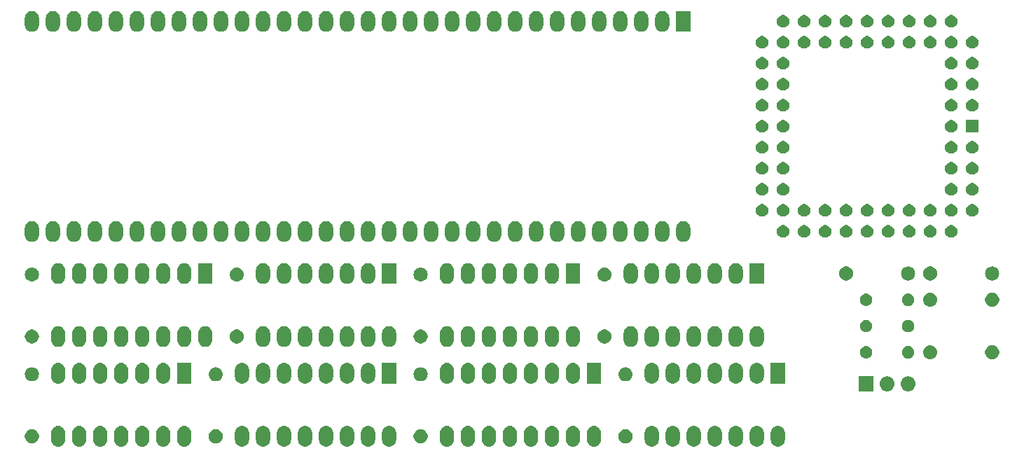
<source format=gbr>
G04 #@! TF.GenerationSoftware,KiCad,Pcbnew,(5.1.2-1)-1*
G04 #@! TF.CreationDate,2019-06-08T02:48:01+01:00*
G04 #@! TF.ProjectId,A500 14Mhz Accelerator,41353030-2031-4344-9d68-7a2041636365,rev?*
G04 #@! TF.SameCoordinates,Original*
G04 #@! TF.FileFunction,Soldermask,Top*
G04 #@! TF.FilePolarity,Negative*
%FSLAX46Y46*%
G04 Gerber Fmt 4.6, Leading zero omitted, Abs format (unit mm)*
G04 Created by KiCad (PCBNEW (5.1.2-1)-1) date 2019-06-08 02:48:01*
%MOMM*%
%LPD*%
G04 APERTURE LIST*
%ADD10C,0.100000*%
G04 APERTURE END LIST*
D10*
G36*
X90336823Y-139096313D02*
G01*
X90497242Y-139144976D01*
X90629906Y-139215886D01*
X90645078Y-139223996D01*
X90774659Y-139330341D01*
X90881004Y-139459922D01*
X90881005Y-139459924D01*
X90960024Y-139607758D01*
X91008687Y-139768178D01*
X91021000Y-139893197D01*
X91021000Y-140776804D01*
X91008687Y-140901823D01*
X90960024Y-141062242D01*
X90945642Y-141089148D01*
X90881004Y-141210078D01*
X90774659Y-141339659D01*
X90645077Y-141446005D01*
X90497241Y-141525024D01*
X90336822Y-141573687D01*
X90170000Y-141590117D01*
X90003177Y-141573687D01*
X89842758Y-141525024D01*
X89694924Y-141446005D01*
X89694922Y-141446004D01*
X89565341Y-141339659D01*
X89458995Y-141210077D01*
X89379976Y-141062241D01*
X89331313Y-140901822D01*
X89319000Y-140776803D01*
X89319000Y-139893197D01*
X89331314Y-139768177D01*
X89379977Y-139607758D01*
X89458996Y-139459924D01*
X89458997Y-139459922D01*
X89565342Y-139330341D01*
X89694923Y-139223996D01*
X89710095Y-139215886D01*
X89842759Y-139144976D01*
X90003178Y-139096313D01*
X90170000Y-139079883D01*
X90336823Y-139096313D01*
X90336823Y-139096313D01*
G37*
G36*
X92876823Y-139096313D02*
G01*
X93037242Y-139144976D01*
X93169906Y-139215886D01*
X93185078Y-139223996D01*
X93314659Y-139330341D01*
X93421004Y-139459922D01*
X93421005Y-139459924D01*
X93500024Y-139607758D01*
X93548687Y-139768178D01*
X93561000Y-139893197D01*
X93561000Y-140776804D01*
X93548687Y-140901823D01*
X93500024Y-141062242D01*
X93485642Y-141089148D01*
X93421004Y-141210078D01*
X93314659Y-141339659D01*
X93185077Y-141446005D01*
X93037241Y-141525024D01*
X92876822Y-141573687D01*
X92710000Y-141590117D01*
X92543177Y-141573687D01*
X92382758Y-141525024D01*
X92234924Y-141446005D01*
X92234922Y-141446004D01*
X92105341Y-141339659D01*
X91998995Y-141210077D01*
X91919976Y-141062241D01*
X91871313Y-140901822D01*
X91859000Y-140776803D01*
X91859000Y-139893197D01*
X91871314Y-139768177D01*
X91919977Y-139607758D01*
X91998996Y-139459924D01*
X91998997Y-139459922D01*
X92105342Y-139330341D01*
X92234923Y-139223996D01*
X92250095Y-139215886D01*
X92382759Y-139144976D01*
X92543178Y-139096313D01*
X92710000Y-139079883D01*
X92876823Y-139096313D01*
X92876823Y-139096313D01*
G37*
G36*
X95416823Y-139096313D02*
G01*
X95577242Y-139144976D01*
X95709906Y-139215886D01*
X95725078Y-139223996D01*
X95854659Y-139330341D01*
X95961004Y-139459922D01*
X95961005Y-139459924D01*
X96040024Y-139607758D01*
X96088687Y-139768178D01*
X96101000Y-139893197D01*
X96101000Y-140776804D01*
X96088687Y-140901823D01*
X96040024Y-141062242D01*
X96025642Y-141089148D01*
X95961004Y-141210078D01*
X95854659Y-141339659D01*
X95725077Y-141446005D01*
X95577241Y-141525024D01*
X95416822Y-141573687D01*
X95250000Y-141590117D01*
X95083177Y-141573687D01*
X94922758Y-141525024D01*
X94774924Y-141446005D01*
X94774922Y-141446004D01*
X94645341Y-141339659D01*
X94538995Y-141210077D01*
X94459976Y-141062241D01*
X94411313Y-140901822D01*
X94399000Y-140776803D01*
X94399000Y-139893197D01*
X94411314Y-139768177D01*
X94459977Y-139607758D01*
X94538996Y-139459924D01*
X94538997Y-139459922D01*
X94645342Y-139330341D01*
X94774923Y-139223996D01*
X94790095Y-139215886D01*
X94922759Y-139144976D01*
X95083178Y-139096313D01*
X95250000Y-139079883D01*
X95416823Y-139096313D01*
X95416823Y-139096313D01*
G37*
G36*
X97956823Y-139096313D02*
G01*
X98117242Y-139144976D01*
X98249906Y-139215886D01*
X98265078Y-139223996D01*
X98394659Y-139330341D01*
X98501004Y-139459922D01*
X98501005Y-139459924D01*
X98580024Y-139607758D01*
X98628687Y-139768178D01*
X98641000Y-139893197D01*
X98641000Y-140776804D01*
X98628687Y-140901823D01*
X98580024Y-141062242D01*
X98565642Y-141089148D01*
X98501004Y-141210078D01*
X98394659Y-141339659D01*
X98265077Y-141446005D01*
X98117241Y-141525024D01*
X97956822Y-141573687D01*
X97790000Y-141590117D01*
X97623177Y-141573687D01*
X97462758Y-141525024D01*
X97314924Y-141446005D01*
X97314922Y-141446004D01*
X97185341Y-141339659D01*
X97078995Y-141210077D01*
X96999976Y-141062241D01*
X96951313Y-140901822D01*
X96939000Y-140776803D01*
X96939000Y-139893197D01*
X96951314Y-139768177D01*
X96999977Y-139607758D01*
X97078996Y-139459924D01*
X97078997Y-139459922D01*
X97185342Y-139330341D01*
X97314923Y-139223996D01*
X97330095Y-139215886D01*
X97462759Y-139144976D01*
X97623178Y-139096313D01*
X97790000Y-139079883D01*
X97956823Y-139096313D01*
X97956823Y-139096313D01*
G37*
G36*
X100496823Y-139096313D02*
G01*
X100657242Y-139144976D01*
X100789906Y-139215886D01*
X100805078Y-139223996D01*
X100934659Y-139330341D01*
X101041004Y-139459922D01*
X101041005Y-139459924D01*
X101120024Y-139607758D01*
X101168687Y-139768178D01*
X101181000Y-139893197D01*
X101181000Y-140776804D01*
X101168687Y-140901823D01*
X101120024Y-141062242D01*
X101105642Y-141089148D01*
X101041004Y-141210078D01*
X100934659Y-141339659D01*
X100805077Y-141446005D01*
X100657241Y-141525024D01*
X100496822Y-141573687D01*
X100330000Y-141590117D01*
X100163177Y-141573687D01*
X100002758Y-141525024D01*
X99854924Y-141446005D01*
X99854922Y-141446004D01*
X99725341Y-141339659D01*
X99618995Y-141210077D01*
X99539976Y-141062241D01*
X99491313Y-140901822D01*
X99479000Y-140776803D01*
X99479000Y-139893197D01*
X99491314Y-139768177D01*
X99539977Y-139607758D01*
X99618996Y-139459924D01*
X99618997Y-139459922D01*
X99725342Y-139330341D01*
X99854923Y-139223996D01*
X99870095Y-139215886D01*
X100002759Y-139144976D01*
X100163178Y-139096313D01*
X100330000Y-139079883D01*
X100496823Y-139096313D01*
X100496823Y-139096313D01*
G37*
G36*
X103036823Y-139096313D02*
G01*
X103197242Y-139144976D01*
X103329906Y-139215886D01*
X103345078Y-139223996D01*
X103474659Y-139330341D01*
X103581004Y-139459922D01*
X103581005Y-139459924D01*
X103660024Y-139607758D01*
X103708687Y-139768178D01*
X103721000Y-139893197D01*
X103721000Y-140776804D01*
X103708687Y-140901823D01*
X103660024Y-141062242D01*
X103645642Y-141089148D01*
X103581004Y-141210078D01*
X103474659Y-141339659D01*
X103345077Y-141446005D01*
X103197241Y-141525024D01*
X103036822Y-141573687D01*
X102870000Y-141590117D01*
X102703177Y-141573687D01*
X102542758Y-141525024D01*
X102394924Y-141446005D01*
X102394922Y-141446004D01*
X102265341Y-141339659D01*
X102158995Y-141210077D01*
X102079976Y-141062241D01*
X102031313Y-140901822D01*
X102019000Y-140776803D01*
X102019000Y-139893197D01*
X102031314Y-139768177D01*
X102079977Y-139607758D01*
X102158996Y-139459924D01*
X102158997Y-139459922D01*
X102265342Y-139330341D01*
X102394923Y-139223996D01*
X102410095Y-139215886D01*
X102542759Y-139144976D01*
X102703178Y-139096313D01*
X102870000Y-139079883D01*
X103036823Y-139096313D01*
X103036823Y-139096313D01*
G37*
G36*
X105576823Y-139096313D02*
G01*
X105737242Y-139144976D01*
X105869906Y-139215886D01*
X105885078Y-139223996D01*
X106014659Y-139330341D01*
X106121004Y-139459922D01*
X106121005Y-139459924D01*
X106200024Y-139607758D01*
X106248687Y-139768178D01*
X106261000Y-139893197D01*
X106261000Y-140776804D01*
X106248687Y-140901823D01*
X106200024Y-141062242D01*
X106185642Y-141089148D01*
X106121004Y-141210078D01*
X106014659Y-141339659D01*
X105885077Y-141446005D01*
X105737241Y-141525024D01*
X105576822Y-141573687D01*
X105410000Y-141590117D01*
X105243177Y-141573687D01*
X105082758Y-141525024D01*
X104934924Y-141446005D01*
X104934922Y-141446004D01*
X104805341Y-141339659D01*
X104698995Y-141210077D01*
X104619976Y-141062241D01*
X104571313Y-140901822D01*
X104559000Y-140776803D01*
X104559000Y-139893197D01*
X104571314Y-139768177D01*
X104619977Y-139607758D01*
X104698996Y-139459924D01*
X104698997Y-139459922D01*
X104805342Y-139330341D01*
X104934923Y-139223996D01*
X104950095Y-139215886D01*
X105082759Y-139144976D01*
X105243178Y-139096313D01*
X105410000Y-139079883D01*
X105576823Y-139096313D01*
X105576823Y-139096313D01*
G37*
G36*
X112561823Y-139096313D02*
G01*
X112722242Y-139144976D01*
X112854906Y-139215886D01*
X112870078Y-139223996D01*
X112999659Y-139330341D01*
X113106004Y-139459922D01*
X113106005Y-139459924D01*
X113185024Y-139607758D01*
X113233687Y-139768178D01*
X113246000Y-139893197D01*
X113246000Y-140776804D01*
X113233687Y-140901823D01*
X113185024Y-141062242D01*
X113170642Y-141089148D01*
X113106004Y-141210078D01*
X112999659Y-141339659D01*
X112870077Y-141446005D01*
X112722241Y-141525024D01*
X112561822Y-141573687D01*
X112395000Y-141590117D01*
X112228177Y-141573687D01*
X112067758Y-141525024D01*
X111919924Y-141446005D01*
X111919922Y-141446004D01*
X111790341Y-141339659D01*
X111683995Y-141210077D01*
X111604976Y-141062241D01*
X111556313Y-140901822D01*
X111544000Y-140776803D01*
X111544000Y-139893197D01*
X111556314Y-139768177D01*
X111604977Y-139607758D01*
X111683996Y-139459924D01*
X111683997Y-139459922D01*
X111790342Y-139330341D01*
X111919923Y-139223996D01*
X111935095Y-139215886D01*
X112067759Y-139144976D01*
X112228178Y-139096313D01*
X112395000Y-139079883D01*
X112561823Y-139096313D01*
X112561823Y-139096313D01*
G37*
G36*
X115101823Y-139096313D02*
G01*
X115262242Y-139144976D01*
X115394906Y-139215886D01*
X115410078Y-139223996D01*
X115539659Y-139330341D01*
X115646004Y-139459922D01*
X115646005Y-139459924D01*
X115725024Y-139607758D01*
X115773687Y-139768178D01*
X115786000Y-139893197D01*
X115786000Y-140776804D01*
X115773687Y-140901823D01*
X115725024Y-141062242D01*
X115710642Y-141089148D01*
X115646004Y-141210078D01*
X115539659Y-141339659D01*
X115410077Y-141446005D01*
X115262241Y-141525024D01*
X115101822Y-141573687D01*
X114935000Y-141590117D01*
X114768177Y-141573687D01*
X114607758Y-141525024D01*
X114459924Y-141446005D01*
X114459922Y-141446004D01*
X114330341Y-141339659D01*
X114223995Y-141210077D01*
X114144976Y-141062241D01*
X114096313Y-140901822D01*
X114084000Y-140776803D01*
X114084000Y-139893197D01*
X114096314Y-139768177D01*
X114144977Y-139607758D01*
X114223996Y-139459924D01*
X114223997Y-139459922D01*
X114330342Y-139330341D01*
X114459923Y-139223996D01*
X114475095Y-139215886D01*
X114607759Y-139144976D01*
X114768178Y-139096313D01*
X114935000Y-139079883D01*
X115101823Y-139096313D01*
X115101823Y-139096313D01*
G37*
G36*
X117641823Y-139096313D02*
G01*
X117802242Y-139144976D01*
X117934906Y-139215886D01*
X117950078Y-139223996D01*
X118079659Y-139330341D01*
X118186004Y-139459922D01*
X118186005Y-139459924D01*
X118265024Y-139607758D01*
X118313687Y-139768178D01*
X118326000Y-139893197D01*
X118326000Y-140776804D01*
X118313687Y-140901823D01*
X118265024Y-141062242D01*
X118250642Y-141089148D01*
X118186004Y-141210078D01*
X118079659Y-141339659D01*
X117950077Y-141446005D01*
X117802241Y-141525024D01*
X117641822Y-141573687D01*
X117475000Y-141590117D01*
X117308177Y-141573687D01*
X117147758Y-141525024D01*
X116999924Y-141446005D01*
X116999922Y-141446004D01*
X116870341Y-141339659D01*
X116763995Y-141210077D01*
X116684976Y-141062241D01*
X116636313Y-140901822D01*
X116624000Y-140776803D01*
X116624000Y-139893197D01*
X116636314Y-139768177D01*
X116684977Y-139607758D01*
X116763996Y-139459924D01*
X116763997Y-139459922D01*
X116870342Y-139330341D01*
X116999923Y-139223996D01*
X117015095Y-139215886D01*
X117147759Y-139144976D01*
X117308178Y-139096313D01*
X117475000Y-139079883D01*
X117641823Y-139096313D01*
X117641823Y-139096313D01*
G37*
G36*
X120181823Y-139096313D02*
G01*
X120342242Y-139144976D01*
X120474906Y-139215886D01*
X120490078Y-139223996D01*
X120619659Y-139330341D01*
X120726004Y-139459922D01*
X120726005Y-139459924D01*
X120805024Y-139607758D01*
X120853687Y-139768178D01*
X120866000Y-139893197D01*
X120866000Y-140776804D01*
X120853687Y-140901823D01*
X120805024Y-141062242D01*
X120790642Y-141089148D01*
X120726004Y-141210078D01*
X120619659Y-141339659D01*
X120490077Y-141446005D01*
X120342241Y-141525024D01*
X120181822Y-141573687D01*
X120015000Y-141590117D01*
X119848177Y-141573687D01*
X119687758Y-141525024D01*
X119539924Y-141446005D01*
X119539922Y-141446004D01*
X119410341Y-141339659D01*
X119303995Y-141210077D01*
X119224976Y-141062241D01*
X119176313Y-140901822D01*
X119164000Y-140776803D01*
X119164000Y-139893197D01*
X119176314Y-139768177D01*
X119224977Y-139607758D01*
X119303996Y-139459924D01*
X119303997Y-139459922D01*
X119410342Y-139330341D01*
X119539923Y-139223996D01*
X119555095Y-139215886D01*
X119687759Y-139144976D01*
X119848178Y-139096313D01*
X120015000Y-139079883D01*
X120181823Y-139096313D01*
X120181823Y-139096313D01*
G37*
G36*
X122721823Y-139096313D02*
G01*
X122882242Y-139144976D01*
X123014906Y-139215886D01*
X123030078Y-139223996D01*
X123159659Y-139330341D01*
X123266004Y-139459922D01*
X123266005Y-139459924D01*
X123345024Y-139607758D01*
X123393687Y-139768178D01*
X123406000Y-139893197D01*
X123406000Y-140776804D01*
X123393687Y-140901823D01*
X123345024Y-141062242D01*
X123330642Y-141089148D01*
X123266004Y-141210078D01*
X123159659Y-141339659D01*
X123030077Y-141446005D01*
X122882241Y-141525024D01*
X122721822Y-141573687D01*
X122555000Y-141590117D01*
X122388177Y-141573687D01*
X122227758Y-141525024D01*
X122079924Y-141446005D01*
X122079922Y-141446004D01*
X121950341Y-141339659D01*
X121843995Y-141210077D01*
X121764976Y-141062241D01*
X121716313Y-140901822D01*
X121704000Y-140776803D01*
X121704000Y-139893197D01*
X121716314Y-139768177D01*
X121764977Y-139607758D01*
X121843996Y-139459924D01*
X121843997Y-139459922D01*
X121950342Y-139330341D01*
X122079923Y-139223996D01*
X122095095Y-139215886D01*
X122227759Y-139144976D01*
X122388178Y-139096313D01*
X122555000Y-139079883D01*
X122721823Y-139096313D01*
X122721823Y-139096313D01*
G37*
G36*
X125261823Y-139096313D02*
G01*
X125422242Y-139144976D01*
X125554906Y-139215886D01*
X125570078Y-139223996D01*
X125699659Y-139330341D01*
X125806004Y-139459922D01*
X125806005Y-139459924D01*
X125885024Y-139607758D01*
X125933687Y-139768178D01*
X125946000Y-139893197D01*
X125946000Y-140776804D01*
X125933687Y-140901823D01*
X125885024Y-141062242D01*
X125870642Y-141089148D01*
X125806004Y-141210078D01*
X125699659Y-141339659D01*
X125570077Y-141446005D01*
X125422241Y-141525024D01*
X125261822Y-141573687D01*
X125095000Y-141590117D01*
X124928177Y-141573687D01*
X124767758Y-141525024D01*
X124619924Y-141446005D01*
X124619922Y-141446004D01*
X124490341Y-141339659D01*
X124383995Y-141210077D01*
X124304976Y-141062241D01*
X124256313Y-140901822D01*
X124244000Y-140776803D01*
X124244000Y-139893197D01*
X124256314Y-139768177D01*
X124304977Y-139607758D01*
X124383996Y-139459924D01*
X124383997Y-139459922D01*
X124490342Y-139330341D01*
X124619923Y-139223996D01*
X124635095Y-139215886D01*
X124767759Y-139144976D01*
X124928178Y-139096313D01*
X125095000Y-139079883D01*
X125261823Y-139096313D01*
X125261823Y-139096313D01*
G37*
G36*
X127801823Y-139096313D02*
G01*
X127962242Y-139144976D01*
X128094906Y-139215886D01*
X128110078Y-139223996D01*
X128239659Y-139330341D01*
X128346004Y-139459922D01*
X128346005Y-139459924D01*
X128425024Y-139607758D01*
X128473687Y-139768178D01*
X128486000Y-139893197D01*
X128486000Y-140776804D01*
X128473687Y-140901823D01*
X128425024Y-141062242D01*
X128410642Y-141089148D01*
X128346004Y-141210078D01*
X128239659Y-141339659D01*
X128110077Y-141446005D01*
X127962241Y-141525024D01*
X127801822Y-141573687D01*
X127635000Y-141590117D01*
X127468177Y-141573687D01*
X127307758Y-141525024D01*
X127159924Y-141446005D01*
X127159922Y-141446004D01*
X127030341Y-141339659D01*
X126923995Y-141210077D01*
X126844976Y-141062241D01*
X126796313Y-140901822D01*
X126784000Y-140776803D01*
X126784000Y-139893197D01*
X126796314Y-139768177D01*
X126844977Y-139607758D01*
X126923996Y-139459924D01*
X126923997Y-139459922D01*
X127030342Y-139330341D01*
X127159923Y-139223996D01*
X127175095Y-139215886D01*
X127307759Y-139144976D01*
X127468178Y-139096313D01*
X127635000Y-139079883D01*
X127801823Y-139096313D01*
X127801823Y-139096313D01*
G37*
G36*
X130341823Y-139096313D02*
G01*
X130502242Y-139144976D01*
X130634906Y-139215886D01*
X130650078Y-139223996D01*
X130779659Y-139330341D01*
X130886004Y-139459922D01*
X130886005Y-139459924D01*
X130965024Y-139607758D01*
X131013687Y-139768178D01*
X131026000Y-139893197D01*
X131026000Y-140776804D01*
X131013687Y-140901823D01*
X130965024Y-141062242D01*
X130950642Y-141089148D01*
X130886004Y-141210078D01*
X130779659Y-141339659D01*
X130650077Y-141446005D01*
X130502241Y-141525024D01*
X130341822Y-141573687D01*
X130175000Y-141590117D01*
X130008177Y-141573687D01*
X129847758Y-141525024D01*
X129699924Y-141446005D01*
X129699922Y-141446004D01*
X129570341Y-141339659D01*
X129463995Y-141210077D01*
X129384976Y-141062241D01*
X129336313Y-140901822D01*
X129324000Y-140776803D01*
X129324000Y-139893197D01*
X129336314Y-139768177D01*
X129384977Y-139607758D01*
X129463996Y-139459924D01*
X129463997Y-139459922D01*
X129570342Y-139330341D01*
X129699923Y-139223996D01*
X129715095Y-139215886D01*
X129847759Y-139144976D01*
X130008178Y-139096313D01*
X130175000Y-139079883D01*
X130341823Y-139096313D01*
X130341823Y-139096313D01*
G37*
G36*
X137326823Y-139096313D02*
G01*
X137487242Y-139144976D01*
X137619906Y-139215886D01*
X137635078Y-139223996D01*
X137764659Y-139330341D01*
X137871004Y-139459922D01*
X137871005Y-139459924D01*
X137950024Y-139607758D01*
X137998687Y-139768178D01*
X138011000Y-139893197D01*
X138011000Y-140776804D01*
X137998687Y-140901823D01*
X137950024Y-141062242D01*
X137935642Y-141089148D01*
X137871004Y-141210078D01*
X137764659Y-141339659D01*
X137635077Y-141446005D01*
X137487241Y-141525024D01*
X137326822Y-141573687D01*
X137160000Y-141590117D01*
X136993177Y-141573687D01*
X136832758Y-141525024D01*
X136684924Y-141446005D01*
X136684922Y-141446004D01*
X136555341Y-141339659D01*
X136448995Y-141210077D01*
X136369976Y-141062241D01*
X136321313Y-140901822D01*
X136309000Y-140776803D01*
X136309000Y-139893197D01*
X136321314Y-139768177D01*
X136369977Y-139607758D01*
X136448996Y-139459924D01*
X136448997Y-139459922D01*
X136555342Y-139330341D01*
X136684923Y-139223996D01*
X136700095Y-139215886D01*
X136832759Y-139144976D01*
X136993178Y-139096313D01*
X137160000Y-139079883D01*
X137326823Y-139096313D01*
X137326823Y-139096313D01*
G37*
G36*
X139866823Y-139096313D02*
G01*
X140027242Y-139144976D01*
X140159906Y-139215886D01*
X140175078Y-139223996D01*
X140304659Y-139330341D01*
X140411004Y-139459922D01*
X140411005Y-139459924D01*
X140490024Y-139607758D01*
X140538687Y-139768178D01*
X140551000Y-139893197D01*
X140551000Y-140776804D01*
X140538687Y-140901823D01*
X140490024Y-141062242D01*
X140475642Y-141089148D01*
X140411004Y-141210078D01*
X140304659Y-141339659D01*
X140175077Y-141446005D01*
X140027241Y-141525024D01*
X139866822Y-141573687D01*
X139700000Y-141590117D01*
X139533177Y-141573687D01*
X139372758Y-141525024D01*
X139224924Y-141446005D01*
X139224922Y-141446004D01*
X139095341Y-141339659D01*
X138988995Y-141210077D01*
X138909976Y-141062241D01*
X138861313Y-140901822D01*
X138849000Y-140776803D01*
X138849000Y-139893197D01*
X138861314Y-139768177D01*
X138909977Y-139607758D01*
X138988996Y-139459924D01*
X138988997Y-139459922D01*
X139095342Y-139330341D01*
X139224923Y-139223996D01*
X139240095Y-139215886D01*
X139372759Y-139144976D01*
X139533178Y-139096313D01*
X139700000Y-139079883D01*
X139866823Y-139096313D01*
X139866823Y-139096313D01*
G37*
G36*
X142406823Y-139096313D02*
G01*
X142567242Y-139144976D01*
X142699906Y-139215886D01*
X142715078Y-139223996D01*
X142844659Y-139330341D01*
X142951004Y-139459922D01*
X142951005Y-139459924D01*
X143030024Y-139607758D01*
X143078687Y-139768178D01*
X143091000Y-139893197D01*
X143091000Y-140776804D01*
X143078687Y-140901823D01*
X143030024Y-141062242D01*
X143015642Y-141089148D01*
X142951004Y-141210078D01*
X142844659Y-141339659D01*
X142715077Y-141446005D01*
X142567241Y-141525024D01*
X142406822Y-141573687D01*
X142240000Y-141590117D01*
X142073177Y-141573687D01*
X141912758Y-141525024D01*
X141764924Y-141446005D01*
X141764922Y-141446004D01*
X141635341Y-141339659D01*
X141528995Y-141210077D01*
X141449976Y-141062241D01*
X141401313Y-140901822D01*
X141389000Y-140776803D01*
X141389000Y-139893197D01*
X141401314Y-139768177D01*
X141449977Y-139607758D01*
X141528996Y-139459924D01*
X141528997Y-139459922D01*
X141635342Y-139330341D01*
X141764923Y-139223996D01*
X141780095Y-139215886D01*
X141912759Y-139144976D01*
X142073178Y-139096313D01*
X142240000Y-139079883D01*
X142406823Y-139096313D01*
X142406823Y-139096313D01*
G37*
G36*
X144946823Y-139096313D02*
G01*
X145107242Y-139144976D01*
X145239906Y-139215886D01*
X145255078Y-139223996D01*
X145384659Y-139330341D01*
X145491004Y-139459922D01*
X145491005Y-139459924D01*
X145570024Y-139607758D01*
X145618687Y-139768178D01*
X145631000Y-139893197D01*
X145631000Y-140776804D01*
X145618687Y-140901823D01*
X145570024Y-141062242D01*
X145555642Y-141089148D01*
X145491004Y-141210078D01*
X145384659Y-141339659D01*
X145255077Y-141446005D01*
X145107241Y-141525024D01*
X144946822Y-141573687D01*
X144780000Y-141590117D01*
X144613177Y-141573687D01*
X144452758Y-141525024D01*
X144304924Y-141446005D01*
X144304922Y-141446004D01*
X144175341Y-141339659D01*
X144068995Y-141210077D01*
X143989976Y-141062241D01*
X143941313Y-140901822D01*
X143929000Y-140776803D01*
X143929000Y-139893197D01*
X143941314Y-139768177D01*
X143989977Y-139607758D01*
X144068996Y-139459924D01*
X144068997Y-139459922D01*
X144175342Y-139330341D01*
X144304923Y-139223996D01*
X144320095Y-139215886D01*
X144452759Y-139144976D01*
X144613178Y-139096313D01*
X144780000Y-139079883D01*
X144946823Y-139096313D01*
X144946823Y-139096313D01*
G37*
G36*
X147486823Y-139096313D02*
G01*
X147647242Y-139144976D01*
X147779906Y-139215886D01*
X147795078Y-139223996D01*
X147924659Y-139330341D01*
X148031004Y-139459922D01*
X148031005Y-139459924D01*
X148110024Y-139607758D01*
X148158687Y-139768178D01*
X148171000Y-139893197D01*
X148171000Y-140776804D01*
X148158687Y-140901823D01*
X148110024Y-141062242D01*
X148095642Y-141089148D01*
X148031004Y-141210078D01*
X147924659Y-141339659D01*
X147795077Y-141446005D01*
X147647241Y-141525024D01*
X147486822Y-141573687D01*
X147320000Y-141590117D01*
X147153177Y-141573687D01*
X146992758Y-141525024D01*
X146844924Y-141446005D01*
X146844922Y-141446004D01*
X146715341Y-141339659D01*
X146608995Y-141210077D01*
X146529976Y-141062241D01*
X146481313Y-140901822D01*
X146469000Y-140776803D01*
X146469000Y-139893197D01*
X146481314Y-139768177D01*
X146529977Y-139607758D01*
X146608996Y-139459924D01*
X146608997Y-139459922D01*
X146715342Y-139330341D01*
X146844923Y-139223996D01*
X146860095Y-139215886D01*
X146992759Y-139144976D01*
X147153178Y-139096313D01*
X147320000Y-139079883D01*
X147486823Y-139096313D01*
X147486823Y-139096313D01*
G37*
G36*
X150026823Y-139096313D02*
G01*
X150187242Y-139144976D01*
X150319906Y-139215886D01*
X150335078Y-139223996D01*
X150464659Y-139330341D01*
X150571004Y-139459922D01*
X150571005Y-139459924D01*
X150650024Y-139607758D01*
X150698687Y-139768178D01*
X150711000Y-139893197D01*
X150711000Y-140776804D01*
X150698687Y-140901823D01*
X150650024Y-141062242D01*
X150635642Y-141089148D01*
X150571004Y-141210078D01*
X150464659Y-141339659D01*
X150335077Y-141446005D01*
X150187241Y-141525024D01*
X150026822Y-141573687D01*
X149860000Y-141590117D01*
X149693177Y-141573687D01*
X149532758Y-141525024D01*
X149384924Y-141446005D01*
X149384922Y-141446004D01*
X149255341Y-141339659D01*
X149148995Y-141210077D01*
X149069976Y-141062241D01*
X149021313Y-140901822D01*
X149009000Y-140776803D01*
X149009000Y-139893197D01*
X149021314Y-139768177D01*
X149069977Y-139607758D01*
X149148996Y-139459924D01*
X149148997Y-139459922D01*
X149255342Y-139330341D01*
X149384923Y-139223996D01*
X149400095Y-139215886D01*
X149532759Y-139144976D01*
X149693178Y-139096313D01*
X149860000Y-139079883D01*
X150026823Y-139096313D01*
X150026823Y-139096313D01*
G37*
G36*
X152566823Y-139096313D02*
G01*
X152727242Y-139144976D01*
X152859906Y-139215886D01*
X152875078Y-139223996D01*
X153004659Y-139330341D01*
X153111004Y-139459922D01*
X153111005Y-139459924D01*
X153190024Y-139607758D01*
X153238687Y-139768178D01*
X153251000Y-139893197D01*
X153251000Y-140776804D01*
X153238687Y-140901823D01*
X153190024Y-141062242D01*
X153175642Y-141089148D01*
X153111004Y-141210078D01*
X153004659Y-141339659D01*
X152875077Y-141446005D01*
X152727241Y-141525024D01*
X152566822Y-141573687D01*
X152400000Y-141590117D01*
X152233177Y-141573687D01*
X152072758Y-141525024D01*
X151924924Y-141446005D01*
X151924922Y-141446004D01*
X151795341Y-141339659D01*
X151688995Y-141210077D01*
X151609976Y-141062241D01*
X151561313Y-140901822D01*
X151549000Y-140776803D01*
X151549000Y-139893197D01*
X151561314Y-139768177D01*
X151609977Y-139607758D01*
X151688996Y-139459924D01*
X151688997Y-139459922D01*
X151795342Y-139330341D01*
X151924923Y-139223996D01*
X151940095Y-139215886D01*
X152072759Y-139144976D01*
X152233178Y-139096313D01*
X152400000Y-139079883D01*
X152566823Y-139096313D01*
X152566823Y-139096313D01*
G37*
G36*
X155106823Y-139096313D02*
G01*
X155267242Y-139144976D01*
X155399906Y-139215886D01*
X155415078Y-139223996D01*
X155544659Y-139330341D01*
X155651004Y-139459922D01*
X155651005Y-139459924D01*
X155730024Y-139607758D01*
X155778687Y-139768178D01*
X155791000Y-139893197D01*
X155791000Y-140776804D01*
X155778687Y-140901823D01*
X155730024Y-141062242D01*
X155715642Y-141089148D01*
X155651004Y-141210078D01*
X155544659Y-141339659D01*
X155415077Y-141446005D01*
X155267241Y-141525024D01*
X155106822Y-141573687D01*
X154940000Y-141590117D01*
X154773177Y-141573687D01*
X154612758Y-141525024D01*
X154464924Y-141446005D01*
X154464922Y-141446004D01*
X154335341Y-141339659D01*
X154228995Y-141210077D01*
X154149976Y-141062241D01*
X154101313Y-140901822D01*
X154089000Y-140776803D01*
X154089000Y-139893197D01*
X154101314Y-139768177D01*
X154149977Y-139607758D01*
X154228996Y-139459924D01*
X154228997Y-139459922D01*
X154335342Y-139330341D01*
X154464923Y-139223996D01*
X154480095Y-139215886D01*
X154612759Y-139144976D01*
X154773178Y-139096313D01*
X154940000Y-139079883D01*
X155106823Y-139096313D01*
X155106823Y-139096313D01*
G37*
G36*
X162091823Y-139096313D02*
G01*
X162252242Y-139144976D01*
X162384906Y-139215886D01*
X162400078Y-139223996D01*
X162529659Y-139330341D01*
X162636004Y-139459922D01*
X162636005Y-139459924D01*
X162715024Y-139607758D01*
X162763687Y-139768178D01*
X162776000Y-139893197D01*
X162776000Y-140776804D01*
X162763687Y-140901823D01*
X162715024Y-141062242D01*
X162700642Y-141089148D01*
X162636004Y-141210078D01*
X162529659Y-141339659D01*
X162400077Y-141446005D01*
X162252241Y-141525024D01*
X162091822Y-141573687D01*
X161925000Y-141590117D01*
X161758177Y-141573687D01*
X161597758Y-141525024D01*
X161449924Y-141446005D01*
X161449922Y-141446004D01*
X161320341Y-141339659D01*
X161213995Y-141210077D01*
X161134976Y-141062241D01*
X161086313Y-140901822D01*
X161074000Y-140776803D01*
X161074000Y-139893197D01*
X161086314Y-139768177D01*
X161134977Y-139607758D01*
X161213996Y-139459924D01*
X161213997Y-139459922D01*
X161320342Y-139330341D01*
X161449923Y-139223996D01*
X161465095Y-139215886D01*
X161597759Y-139144976D01*
X161758178Y-139096313D01*
X161925000Y-139079883D01*
X162091823Y-139096313D01*
X162091823Y-139096313D01*
G37*
G36*
X164631823Y-139096313D02*
G01*
X164792242Y-139144976D01*
X164924906Y-139215886D01*
X164940078Y-139223996D01*
X165069659Y-139330341D01*
X165176004Y-139459922D01*
X165176005Y-139459924D01*
X165255024Y-139607758D01*
X165303687Y-139768178D01*
X165316000Y-139893197D01*
X165316000Y-140776804D01*
X165303687Y-140901823D01*
X165255024Y-141062242D01*
X165240642Y-141089148D01*
X165176004Y-141210078D01*
X165069659Y-141339659D01*
X164940077Y-141446005D01*
X164792241Y-141525024D01*
X164631822Y-141573687D01*
X164465000Y-141590117D01*
X164298177Y-141573687D01*
X164137758Y-141525024D01*
X163989924Y-141446005D01*
X163989922Y-141446004D01*
X163860341Y-141339659D01*
X163753995Y-141210077D01*
X163674976Y-141062241D01*
X163626313Y-140901822D01*
X163614000Y-140776803D01*
X163614000Y-139893197D01*
X163626314Y-139768177D01*
X163674977Y-139607758D01*
X163753996Y-139459924D01*
X163753997Y-139459922D01*
X163860342Y-139330341D01*
X163989923Y-139223996D01*
X164005095Y-139215886D01*
X164137759Y-139144976D01*
X164298178Y-139096313D01*
X164465000Y-139079883D01*
X164631823Y-139096313D01*
X164631823Y-139096313D01*
G37*
G36*
X167171823Y-139096313D02*
G01*
X167332242Y-139144976D01*
X167464906Y-139215886D01*
X167480078Y-139223996D01*
X167609659Y-139330341D01*
X167716004Y-139459922D01*
X167716005Y-139459924D01*
X167795024Y-139607758D01*
X167843687Y-139768178D01*
X167856000Y-139893197D01*
X167856000Y-140776804D01*
X167843687Y-140901823D01*
X167795024Y-141062242D01*
X167780642Y-141089148D01*
X167716004Y-141210078D01*
X167609659Y-141339659D01*
X167480077Y-141446005D01*
X167332241Y-141525024D01*
X167171822Y-141573687D01*
X167005000Y-141590117D01*
X166838177Y-141573687D01*
X166677758Y-141525024D01*
X166529924Y-141446005D01*
X166529922Y-141446004D01*
X166400341Y-141339659D01*
X166293995Y-141210077D01*
X166214976Y-141062241D01*
X166166313Y-140901822D01*
X166154000Y-140776803D01*
X166154000Y-139893197D01*
X166166314Y-139768177D01*
X166214977Y-139607758D01*
X166293996Y-139459924D01*
X166293997Y-139459922D01*
X166400342Y-139330341D01*
X166529923Y-139223996D01*
X166545095Y-139215886D01*
X166677759Y-139144976D01*
X166838178Y-139096313D01*
X167005000Y-139079883D01*
X167171823Y-139096313D01*
X167171823Y-139096313D01*
G37*
G36*
X169711823Y-139096313D02*
G01*
X169872242Y-139144976D01*
X170004906Y-139215886D01*
X170020078Y-139223996D01*
X170149659Y-139330341D01*
X170256004Y-139459922D01*
X170256005Y-139459924D01*
X170335024Y-139607758D01*
X170383687Y-139768178D01*
X170396000Y-139893197D01*
X170396000Y-140776804D01*
X170383687Y-140901823D01*
X170335024Y-141062242D01*
X170320642Y-141089148D01*
X170256004Y-141210078D01*
X170149659Y-141339659D01*
X170020077Y-141446005D01*
X169872241Y-141525024D01*
X169711822Y-141573687D01*
X169545000Y-141590117D01*
X169378177Y-141573687D01*
X169217758Y-141525024D01*
X169069924Y-141446005D01*
X169069922Y-141446004D01*
X168940341Y-141339659D01*
X168833995Y-141210077D01*
X168754976Y-141062241D01*
X168706313Y-140901822D01*
X168694000Y-140776803D01*
X168694000Y-139893197D01*
X168706314Y-139768177D01*
X168754977Y-139607758D01*
X168833996Y-139459924D01*
X168833997Y-139459922D01*
X168940342Y-139330341D01*
X169069923Y-139223996D01*
X169085095Y-139215886D01*
X169217759Y-139144976D01*
X169378178Y-139096313D01*
X169545000Y-139079883D01*
X169711823Y-139096313D01*
X169711823Y-139096313D01*
G37*
G36*
X172251823Y-139096313D02*
G01*
X172412242Y-139144976D01*
X172544906Y-139215886D01*
X172560078Y-139223996D01*
X172689659Y-139330341D01*
X172796004Y-139459922D01*
X172796005Y-139459924D01*
X172875024Y-139607758D01*
X172923687Y-139768178D01*
X172936000Y-139893197D01*
X172936000Y-140776804D01*
X172923687Y-140901823D01*
X172875024Y-141062242D01*
X172860642Y-141089148D01*
X172796004Y-141210078D01*
X172689659Y-141339659D01*
X172560077Y-141446005D01*
X172412241Y-141525024D01*
X172251822Y-141573687D01*
X172085000Y-141590117D01*
X171918177Y-141573687D01*
X171757758Y-141525024D01*
X171609924Y-141446005D01*
X171609922Y-141446004D01*
X171480341Y-141339659D01*
X171373995Y-141210077D01*
X171294976Y-141062241D01*
X171246313Y-140901822D01*
X171234000Y-140776803D01*
X171234000Y-139893197D01*
X171246314Y-139768177D01*
X171294977Y-139607758D01*
X171373996Y-139459924D01*
X171373997Y-139459922D01*
X171480342Y-139330341D01*
X171609923Y-139223996D01*
X171625095Y-139215886D01*
X171757759Y-139144976D01*
X171918178Y-139096313D01*
X172085000Y-139079883D01*
X172251823Y-139096313D01*
X172251823Y-139096313D01*
G37*
G36*
X174791823Y-139096313D02*
G01*
X174952242Y-139144976D01*
X175084906Y-139215886D01*
X175100078Y-139223996D01*
X175229659Y-139330341D01*
X175336004Y-139459922D01*
X175336005Y-139459924D01*
X175415024Y-139607758D01*
X175463687Y-139768178D01*
X175476000Y-139893197D01*
X175476000Y-140776804D01*
X175463687Y-140901823D01*
X175415024Y-141062242D01*
X175400642Y-141089148D01*
X175336004Y-141210078D01*
X175229659Y-141339659D01*
X175100077Y-141446005D01*
X174952241Y-141525024D01*
X174791822Y-141573687D01*
X174625000Y-141590117D01*
X174458177Y-141573687D01*
X174297758Y-141525024D01*
X174149924Y-141446005D01*
X174149922Y-141446004D01*
X174020341Y-141339659D01*
X173913995Y-141210077D01*
X173834976Y-141062241D01*
X173786313Y-140901822D01*
X173774000Y-140776803D01*
X173774000Y-139893197D01*
X173786314Y-139768177D01*
X173834977Y-139607758D01*
X173913996Y-139459924D01*
X173913997Y-139459922D01*
X174020342Y-139330341D01*
X174149923Y-139223996D01*
X174165095Y-139215886D01*
X174297759Y-139144976D01*
X174458178Y-139096313D01*
X174625000Y-139079883D01*
X174791823Y-139096313D01*
X174791823Y-139096313D01*
G37*
G36*
X177331823Y-139096313D02*
G01*
X177492242Y-139144976D01*
X177624906Y-139215886D01*
X177640078Y-139223996D01*
X177769659Y-139330341D01*
X177876004Y-139459922D01*
X177876005Y-139459924D01*
X177955024Y-139607758D01*
X178003687Y-139768178D01*
X178016000Y-139893197D01*
X178016000Y-140776804D01*
X178003687Y-140901823D01*
X177955024Y-141062242D01*
X177940642Y-141089148D01*
X177876004Y-141210078D01*
X177769659Y-141339659D01*
X177640077Y-141446005D01*
X177492241Y-141525024D01*
X177331822Y-141573687D01*
X177165000Y-141590117D01*
X176998177Y-141573687D01*
X176837758Y-141525024D01*
X176689924Y-141446005D01*
X176689922Y-141446004D01*
X176560341Y-141339659D01*
X176453995Y-141210077D01*
X176374976Y-141062241D01*
X176326313Y-140901822D01*
X176314000Y-140776803D01*
X176314000Y-139893197D01*
X176326314Y-139768177D01*
X176374977Y-139607758D01*
X176453996Y-139459924D01*
X176453997Y-139459922D01*
X176560342Y-139330341D01*
X176689923Y-139223996D01*
X176705095Y-139215886D01*
X176837759Y-139144976D01*
X176998178Y-139096313D01*
X177165000Y-139079883D01*
X177331823Y-139096313D01*
X177331823Y-139096313D01*
G37*
G36*
X134233228Y-139516703D02*
G01*
X134388100Y-139580853D01*
X134527481Y-139673985D01*
X134646015Y-139792519D01*
X134739147Y-139931900D01*
X134803297Y-140086772D01*
X134836000Y-140251184D01*
X134836000Y-140418816D01*
X134803297Y-140583228D01*
X134739147Y-140738100D01*
X134646015Y-140877481D01*
X134527481Y-140996015D01*
X134388100Y-141089147D01*
X134233228Y-141153297D01*
X134068816Y-141186000D01*
X133901184Y-141186000D01*
X133736772Y-141153297D01*
X133581900Y-141089147D01*
X133442519Y-140996015D01*
X133323985Y-140877481D01*
X133230853Y-140738100D01*
X133166703Y-140583228D01*
X133134000Y-140418816D01*
X133134000Y-140251184D01*
X133166703Y-140086772D01*
X133230853Y-139931900D01*
X133323985Y-139792519D01*
X133442519Y-139673985D01*
X133581900Y-139580853D01*
X133736772Y-139516703D01*
X133901184Y-139484000D01*
X134068816Y-139484000D01*
X134233228Y-139516703D01*
X134233228Y-139516703D01*
G37*
G36*
X158998228Y-139516703D02*
G01*
X159153100Y-139580853D01*
X159292481Y-139673985D01*
X159411015Y-139792519D01*
X159504147Y-139931900D01*
X159568297Y-140086772D01*
X159601000Y-140251184D01*
X159601000Y-140418816D01*
X159568297Y-140583228D01*
X159504147Y-140738100D01*
X159411015Y-140877481D01*
X159292481Y-140996015D01*
X159153100Y-141089147D01*
X158998228Y-141153297D01*
X158833816Y-141186000D01*
X158666184Y-141186000D01*
X158501772Y-141153297D01*
X158346900Y-141089147D01*
X158207519Y-140996015D01*
X158088985Y-140877481D01*
X157995853Y-140738100D01*
X157931703Y-140583228D01*
X157899000Y-140418816D01*
X157899000Y-140251184D01*
X157931703Y-140086772D01*
X157995853Y-139931900D01*
X158088985Y-139792519D01*
X158207519Y-139673985D01*
X158346900Y-139580853D01*
X158501772Y-139516703D01*
X158666184Y-139484000D01*
X158833816Y-139484000D01*
X158998228Y-139516703D01*
X158998228Y-139516703D01*
G37*
G36*
X109468228Y-139516703D02*
G01*
X109623100Y-139580853D01*
X109762481Y-139673985D01*
X109881015Y-139792519D01*
X109974147Y-139931900D01*
X110038297Y-140086772D01*
X110071000Y-140251184D01*
X110071000Y-140418816D01*
X110038297Y-140583228D01*
X109974147Y-140738100D01*
X109881015Y-140877481D01*
X109762481Y-140996015D01*
X109623100Y-141089147D01*
X109468228Y-141153297D01*
X109303816Y-141186000D01*
X109136184Y-141186000D01*
X108971772Y-141153297D01*
X108816900Y-141089147D01*
X108677519Y-140996015D01*
X108558985Y-140877481D01*
X108465853Y-140738100D01*
X108401703Y-140583228D01*
X108369000Y-140418816D01*
X108369000Y-140251184D01*
X108401703Y-140086772D01*
X108465853Y-139931900D01*
X108558985Y-139792519D01*
X108677519Y-139673985D01*
X108816900Y-139580853D01*
X108971772Y-139516703D01*
X109136184Y-139484000D01*
X109303816Y-139484000D01*
X109468228Y-139516703D01*
X109468228Y-139516703D01*
G37*
G36*
X87243228Y-139516703D02*
G01*
X87398100Y-139580853D01*
X87537481Y-139673985D01*
X87656015Y-139792519D01*
X87749147Y-139931900D01*
X87813297Y-140086772D01*
X87846000Y-140251184D01*
X87846000Y-140418816D01*
X87813297Y-140583228D01*
X87749147Y-140738100D01*
X87656015Y-140877481D01*
X87537481Y-140996015D01*
X87398100Y-141089147D01*
X87243228Y-141153297D01*
X87078816Y-141186000D01*
X86911184Y-141186000D01*
X86746772Y-141153297D01*
X86591900Y-141089147D01*
X86452519Y-140996015D01*
X86333985Y-140877481D01*
X86240853Y-140738100D01*
X86176703Y-140583228D01*
X86144000Y-140418816D01*
X86144000Y-140251184D01*
X86176703Y-140086772D01*
X86240853Y-139931900D01*
X86333985Y-139792519D01*
X86452519Y-139673985D01*
X86591900Y-139580853D01*
X86746772Y-139516703D01*
X86911184Y-139484000D01*
X87078816Y-139484000D01*
X87243228Y-139516703D01*
X87243228Y-139516703D01*
G37*
G36*
X193023442Y-133090518D02*
G01*
X193089627Y-133097037D01*
X193259466Y-133148557D01*
X193259468Y-133148558D01*
X193274893Y-133156803D01*
X193415991Y-133232222D01*
X193451729Y-133261552D01*
X193553186Y-133344814D01*
X193631022Y-133439659D01*
X193665778Y-133482009D01*
X193749443Y-133638534D01*
X193800963Y-133808373D01*
X193818359Y-133985000D01*
X193800963Y-134161627D01*
X193749443Y-134331466D01*
X193665778Y-134487991D01*
X193636448Y-134523729D01*
X193553186Y-134625186D01*
X193451729Y-134708448D01*
X193415991Y-134737778D01*
X193259466Y-134821443D01*
X193089627Y-134872963D01*
X193023442Y-134879482D01*
X192957260Y-134886000D01*
X192868740Y-134886000D01*
X192802558Y-134879482D01*
X192736373Y-134872963D01*
X192566534Y-134821443D01*
X192410009Y-134737778D01*
X192374271Y-134708448D01*
X192272814Y-134625186D01*
X192189552Y-134523729D01*
X192160222Y-134487991D01*
X192076557Y-134331466D01*
X192025037Y-134161627D01*
X192007641Y-133985000D01*
X192025037Y-133808373D01*
X192076557Y-133638534D01*
X192160222Y-133482009D01*
X192194978Y-133439659D01*
X192272814Y-133344814D01*
X192374271Y-133261552D01*
X192410009Y-133232222D01*
X192551107Y-133156803D01*
X192566532Y-133148558D01*
X192566534Y-133148557D01*
X192736373Y-133097037D01*
X192802558Y-133090518D01*
X192868740Y-133084000D01*
X192957260Y-133084000D01*
X193023442Y-133090518D01*
X193023442Y-133090518D01*
G37*
G36*
X190483442Y-133090518D02*
G01*
X190549627Y-133097037D01*
X190719466Y-133148557D01*
X190719468Y-133148558D01*
X190734893Y-133156803D01*
X190875991Y-133232222D01*
X190911729Y-133261552D01*
X191013186Y-133344814D01*
X191091022Y-133439659D01*
X191125778Y-133482009D01*
X191209443Y-133638534D01*
X191260963Y-133808373D01*
X191278359Y-133985000D01*
X191260963Y-134161627D01*
X191209443Y-134331466D01*
X191125778Y-134487991D01*
X191096448Y-134523729D01*
X191013186Y-134625186D01*
X190911729Y-134708448D01*
X190875991Y-134737778D01*
X190719466Y-134821443D01*
X190549627Y-134872963D01*
X190483442Y-134879482D01*
X190417260Y-134886000D01*
X190328740Y-134886000D01*
X190262558Y-134879482D01*
X190196373Y-134872963D01*
X190026534Y-134821443D01*
X189870009Y-134737778D01*
X189834271Y-134708448D01*
X189732814Y-134625186D01*
X189649552Y-134523729D01*
X189620222Y-134487991D01*
X189536557Y-134331466D01*
X189485037Y-134161627D01*
X189467641Y-133985000D01*
X189485037Y-133808373D01*
X189536557Y-133638534D01*
X189620222Y-133482009D01*
X189654978Y-133439659D01*
X189732814Y-133344814D01*
X189834271Y-133261552D01*
X189870009Y-133232222D01*
X190011107Y-133156803D01*
X190026532Y-133148558D01*
X190026534Y-133148557D01*
X190196373Y-133097037D01*
X190262558Y-133090518D01*
X190328740Y-133084000D01*
X190417260Y-133084000D01*
X190483442Y-133090518D01*
X190483442Y-133090518D01*
G37*
G36*
X188734000Y-134886000D02*
G01*
X186932000Y-134886000D01*
X186932000Y-133084000D01*
X188734000Y-133084000D01*
X188734000Y-134886000D01*
X188734000Y-134886000D01*
G37*
G36*
X142406823Y-131476313D02*
G01*
X142567242Y-131524976D01*
X142699906Y-131595886D01*
X142715078Y-131603996D01*
X142844659Y-131710341D01*
X142951004Y-131839922D01*
X142951005Y-131839924D01*
X143030024Y-131987758D01*
X143030025Y-131987761D01*
X143047381Y-132044975D01*
X143078687Y-132148178D01*
X143091000Y-132273197D01*
X143091000Y-133156804D01*
X143078687Y-133281823D01*
X143030024Y-133442242D01*
X143008768Y-133482009D01*
X142951004Y-133590078D01*
X142911237Y-133638534D01*
X142844659Y-133719659D01*
X142715077Y-133826005D01*
X142567241Y-133905024D01*
X142406822Y-133953687D01*
X142240000Y-133970117D01*
X142073177Y-133953687D01*
X141912758Y-133905024D01*
X141764924Y-133826005D01*
X141764922Y-133826004D01*
X141635341Y-133719659D01*
X141607718Y-133686000D01*
X141528995Y-133590077D01*
X141449976Y-133442241D01*
X141401313Y-133281822D01*
X141389000Y-133156803D01*
X141389000Y-132273197D01*
X141401314Y-132148177D01*
X141440918Y-132017620D01*
X141449976Y-131987761D01*
X141449977Y-131987758D01*
X141528996Y-131839924D01*
X141528997Y-131839922D01*
X141635342Y-131710341D01*
X141764923Y-131603996D01*
X141780095Y-131595886D01*
X141912759Y-131524976D01*
X142073178Y-131476313D01*
X142240000Y-131459883D01*
X142406823Y-131476313D01*
X142406823Y-131476313D01*
G37*
G36*
X144946823Y-131476313D02*
G01*
X145107242Y-131524976D01*
X145239906Y-131595886D01*
X145255078Y-131603996D01*
X145384659Y-131710341D01*
X145491004Y-131839922D01*
X145491005Y-131839924D01*
X145570024Y-131987758D01*
X145570025Y-131987761D01*
X145587381Y-132044975D01*
X145618687Y-132148178D01*
X145631000Y-132273197D01*
X145631000Y-133156804D01*
X145618687Y-133281823D01*
X145570024Y-133442242D01*
X145548768Y-133482009D01*
X145491004Y-133590078D01*
X145451237Y-133638534D01*
X145384659Y-133719659D01*
X145255077Y-133826005D01*
X145107241Y-133905024D01*
X144946822Y-133953687D01*
X144780000Y-133970117D01*
X144613177Y-133953687D01*
X144452758Y-133905024D01*
X144304924Y-133826005D01*
X144304922Y-133826004D01*
X144175341Y-133719659D01*
X144147718Y-133686000D01*
X144068995Y-133590077D01*
X143989976Y-133442241D01*
X143941313Y-133281822D01*
X143929000Y-133156803D01*
X143929000Y-132273197D01*
X143941314Y-132148177D01*
X143980918Y-132017620D01*
X143989976Y-131987761D01*
X143989977Y-131987758D01*
X144068996Y-131839924D01*
X144068997Y-131839922D01*
X144175342Y-131710341D01*
X144304923Y-131603996D01*
X144320095Y-131595886D01*
X144452759Y-131524976D01*
X144613178Y-131476313D01*
X144780000Y-131459883D01*
X144946823Y-131476313D01*
X144946823Y-131476313D01*
G37*
G36*
X172251823Y-131476313D02*
G01*
X172412242Y-131524976D01*
X172544906Y-131595886D01*
X172560078Y-131603996D01*
X172689659Y-131710341D01*
X172796004Y-131839922D01*
X172796005Y-131839924D01*
X172875024Y-131987758D01*
X172875025Y-131987761D01*
X172892381Y-132044975D01*
X172923687Y-132148178D01*
X172936000Y-132273197D01*
X172936000Y-133156804D01*
X172923687Y-133281823D01*
X172875024Y-133442242D01*
X172853768Y-133482009D01*
X172796004Y-133590078D01*
X172756237Y-133638534D01*
X172689659Y-133719659D01*
X172560077Y-133826005D01*
X172412241Y-133905024D01*
X172251822Y-133953687D01*
X172085000Y-133970117D01*
X171918177Y-133953687D01*
X171757758Y-133905024D01*
X171609924Y-133826005D01*
X171609922Y-133826004D01*
X171480341Y-133719659D01*
X171452718Y-133686000D01*
X171373995Y-133590077D01*
X171294976Y-133442241D01*
X171246313Y-133281822D01*
X171234000Y-133156803D01*
X171234000Y-132273197D01*
X171246314Y-132148177D01*
X171285918Y-132017620D01*
X171294976Y-131987761D01*
X171294977Y-131987758D01*
X171373996Y-131839924D01*
X171373997Y-131839922D01*
X171480342Y-131710341D01*
X171609923Y-131603996D01*
X171625095Y-131595886D01*
X171757759Y-131524976D01*
X171918178Y-131476313D01*
X172085000Y-131459883D01*
X172251823Y-131476313D01*
X172251823Y-131476313D01*
G37*
G36*
X90336823Y-131476313D02*
G01*
X90497242Y-131524976D01*
X90629906Y-131595886D01*
X90645078Y-131603996D01*
X90774659Y-131710341D01*
X90881004Y-131839922D01*
X90881005Y-131839924D01*
X90960024Y-131987758D01*
X90960025Y-131987761D01*
X90977381Y-132044975D01*
X91008687Y-132148178D01*
X91021000Y-132273197D01*
X91021000Y-133156804D01*
X91008687Y-133281823D01*
X90960024Y-133442242D01*
X90938768Y-133482009D01*
X90881004Y-133590078D01*
X90841237Y-133638534D01*
X90774659Y-133719659D01*
X90645077Y-133826005D01*
X90497241Y-133905024D01*
X90336822Y-133953687D01*
X90170000Y-133970117D01*
X90003177Y-133953687D01*
X89842758Y-133905024D01*
X89694924Y-133826005D01*
X89694922Y-133826004D01*
X89565341Y-133719659D01*
X89537718Y-133686000D01*
X89458995Y-133590077D01*
X89379976Y-133442241D01*
X89331313Y-133281822D01*
X89319000Y-133156803D01*
X89319000Y-132273197D01*
X89331314Y-132148177D01*
X89370918Y-132017620D01*
X89379976Y-131987761D01*
X89379977Y-131987758D01*
X89458996Y-131839924D01*
X89458997Y-131839922D01*
X89565342Y-131710341D01*
X89694923Y-131603996D01*
X89710095Y-131595886D01*
X89842759Y-131524976D01*
X90003178Y-131476313D01*
X90170000Y-131459883D01*
X90336823Y-131476313D01*
X90336823Y-131476313D01*
G37*
G36*
X174791823Y-131476313D02*
G01*
X174952242Y-131524976D01*
X175084906Y-131595886D01*
X175100078Y-131603996D01*
X175229659Y-131710341D01*
X175336004Y-131839922D01*
X175336005Y-131839924D01*
X175415024Y-131987758D01*
X175415025Y-131987761D01*
X175432381Y-132044975D01*
X175463687Y-132148178D01*
X175476000Y-132273197D01*
X175476000Y-133156804D01*
X175463687Y-133281823D01*
X175415024Y-133442242D01*
X175393768Y-133482009D01*
X175336004Y-133590078D01*
X175296237Y-133638534D01*
X175229659Y-133719659D01*
X175100077Y-133826005D01*
X174952241Y-133905024D01*
X174791822Y-133953687D01*
X174625000Y-133970117D01*
X174458177Y-133953687D01*
X174297758Y-133905024D01*
X174149924Y-133826005D01*
X174149922Y-133826004D01*
X174020341Y-133719659D01*
X173992718Y-133686000D01*
X173913995Y-133590077D01*
X173834976Y-133442241D01*
X173786313Y-133281822D01*
X173774000Y-133156803D01*
X173774000Y-132273197D01*
X173786314Y-132148177D01*
X173825918Y-132017620D01*
X173834976Y-131987761D01*
X173834977Y-131987758D01*
X173913996Y-131839924D01*
X173913997Y-131839922D01*
X174020342Y-131710341D01*
X174149923Y-131603996D01*
X174165095Y-131595886D01*
X174297759Y-131524976D01*
X174458178Y-131476313D01*
X174625000Y-131459883D01*
X174791823Y-131476313D01*
X174791823Y-131476313D01*
G37*
G36*
X92876823Y-131476313D02*
G01*
X93037242Y-131524976D01*
X93169906Y-131595886D01*
X93185078Y-131603996D01*
X93314659Y-131710341D01*
X93421004Y-131839922D01*
X93421005Y-131839924D01*
X93500024Y-131987758D01*
X93500025Y-131987761D01*
X93517381Y-132044975D01*
X93548687Y-132148178D01*
X93561000Y-132273197D01*
X93561000Y-133156804D01*
X93548687Y-133281823D01*
X93500024Y-133442242D01*
X93478768Y-133482009D01*
X93421004Y-133590078D01*
X93381237Y-133638534D01*
X93314659Y-133719659D01*
X93185077Y-133826005D01*
X93037241Y-133905024D01*
X92876822Y-133953687D01*
X92710000Y-133970117D01*
X92543177Y-133953687D01*
X92382758Y-133905024D01*
X92234924Y-133826005D01*
X92234922Y-133826004D01*
X92105341Y-133719659D01*
X92077718Y-133686000D01*
X91998995Y-133590077D01*
X91919976Y-133442241D01*
X91871313Y-133281822D01*
X91859000Y-133156803D01*
X91859000Y-132273197D01*
X91871314Y-132148177D01*
X91910918Y-132017620D01*
X91919976Y-131987761D01*
X91919977Y-131987758D01*
X91998996Y-131839924D01*
X91998997Y-131839922D01*
X92105342Y-131710341D01*
X92234923Y-131603996D01*
X92250095Y-131595886D01*
X92382759Y-131524976D01*
X92543178Y-131476313D01*
X92710000Y-131459883D01*
X92876823Y-131476313D01*
X92876823Y-131476313D01*
G37*
G36*
X169711823Y-131476313D02*
G01*
X169872242Y-131524976D01*
X170004906Y-131595886D01*
X170020078Y-131603996D01*
X170149659Y-131710341D01*
X170256004Y-131839922D01*
X170256005Y-131839924D01*
X170335024Y-131987758D01*
X170335025Y-131987761D01*
X170352381Y-132044975D01*
X170383687Y-132148178D01*
X170396000Y-132273197D01*
X170396000Y-133156804D01*
X170383687Y-133281823D01*
X170335024Y-133442242D01*
X170313768Y-133482009D01*
X170256004Y-133590078D01*
X170216237Y-133638534D01*
X170149659Y-133719659D01*
X170020077Y-133826005D01*
X169872241Y-133905024D01*
X169711822Y-133953687D01*
X169545000Y-133970117D01*
X169378177Y-133953687D01*
X169217758Y-133905024D01*
X169069924Y-133826005D01*
X169069922Y-133826004D01*
X168940341Y-133719659D01*
X168912718Y-133686000D01*
X168833995Y-133590077D01*
X168754976Y-133442241D01*
X168706313Y-133281822D01*
X168694000Y-133156803D01*
X168694000Y-132273197D01*
X168706314Y-132148177D01*
X168745918Y-132017620D01*
X168754976Y-131987761D01*
X168754977Y-131987758D01*
X168833996Y-131839924D01*
X168833997Y-131839922D01*
X168940342Y-131710341D01*
X169069923Y-131603996D01*
X169085095Y-131595886D01*
X169217759Y-131524976D01*
X169378178Y-131476313D01*
X169545000Y-131459883D01*
X169711823Y-131476313D01*
X169711823Y-131476313D01*
G37*
G36*
X95416823Y-131476313D02*
G01*
X95577242Y-131524976D01*
X95709906Y-131595886D01*
X95725078Y-131603996D01*
X95854659Y-131710341D01*
X95961004Y-131839922D01*
X95961005Y-131839924D01*
X96040024Y-131987758D01*
X96040025Y-131987761D01*
X96057381Y-132044975D01*
X96088687Y-132148178D01*
X96101000Y-132273197D01*
X96101000Y-133156804D01*
X96088687Y-133281823D01*
X96040024Y-133442242D01*
X96018768Y-133482009D01*
X95961004Y-133590078D01*
X95921237Y-133638534D01*
X95854659Y-133719659D01*
X95725077Y-133826005D01*
X95577241Y-133905024D01*
X95416822Y-133953687D01*
X95250000Y-133970117D01*
X95083177Y-133953687D01*
X94922758Y-133905024D01*
X94774924Y-133826005D01*
X94774922Y-133826004D01*
X94645341Y-133719659D01*
X94617718Y-133686000D01*
X94538995Y-133590077D01*
X94459976Y-133442241D01*
X94411313Y-133281822D01*
X94399000Y-133156803D01*
X94399000Y-132273197D01*
X94411314Y-132148177D01*
X94450918Y-132017620D01*
X94459976Y-131987761D01*
X94459977Y-131987758D01*
X94538996Y-131839924D01*
X94538997Y-131839922D01*
X94645342Y-131710341D01*
X94774923Y-131603996D01*
X94790095Y-131595886D01*
X94922759Y-131524976D01*
X95083178Y-131476313D01*
X95250000Y-131459883D01*
X95416823Y-131476313D01*
X95416823Y-131476313D01*
G37*
G36*
X167171823Y-131476313D02*
G01*
X167332242Y-131524976D01*
X167464906Y-131595886D01*
X167480078Y-131603996D01*
X167609659Y-131710341D01*
X167716004Y-131839922D01*
X167716005Y-131839924D01*
X167795024Y-131987758D01*
X167795025Y-131987761D01*
X167812381Y-132044975D01*
X167843687Y-132148178D01*
X167856000Y-132273197D01*
X167856000Y-133156804D01*
X167843687Y-133281823D01*
X167795024Y-133442242D01*
X167773768Y-133482009D01*
X167716004Y-133590078D01*
X167676237Y-133638534D01*
X167609659Y-133719659D01*
X167480077Y-133826005D01*
X167332241Y-133905024D01*
X167171822Y-133953687D01*
X167005000Y-133970117D01*
X166838177Y-133953687D01*
X166677758Y-133905024D01*
X166529924Y-133826005D01*
X166529922Y-133826004D01*
X166400341Y-133719659D01*
X166372718Y-133686000D01*
X166293995Y-133590077D01*
X166214976Y-133442241D01*
X166166313Y-133281822D01*
X166154000Y-133156803D01*
X166154000Y-132273197D01*
X166166314Y-132148177D01*
X166205918Y-132017620D01*
X166214976Y-131987761D01*
X166214977Y-131987758D01*
X166293996Y-131839924D01*
X166293997Y-131839922D01*
X166400342Y-131710341D01*
X166529923Y-131603996D01*
X166545095Y-131595886D01*
X166677759Y-131524976D01*
X166838178Y-131476313D01*
X167005000Y-131459883D01*
X167171823Y-131476313D01*
X167171823Y-131476313D01*
G37*
G36*
X97956823Y-131476313D02*
G01*
X98117242Y-131524976D01*
X98249906Y-131595886D01*
X98265078Y-131603996D01*
X98394659Y-131710341D01*
X98501004Y-131839922D01*
X98501005Y-131839924D01*
X98580024Y-131987758D01*
X98580025Y-131987761D01*
X98597381Y-132044975D01*
X98628687Y-132148178D01*
X98641000Y-132273197D01*
X98641000Y-133156804D01*
X98628687Y-133281823D01*
X98580024Y-133442242D01*
X98558768Y-133482009D01*
X98501004Y-133590078D01*
X98461237Y-133638534D01*
X98394659Y-133719659D01*
X98265077Y-133826005D01*
X98117241Y-133905024D01*
X97956822Y-133953687D01*
X97790000Y-133970117D01*
X97623177Y-133953687D01*
X97462758Y-133905024D01*
X97314924Y-133826005D01*
X97314922Y-133826004D01*
X97185341Y-133719659D01*
X97157718Y-133686000D01*
X97078995Y-133590077D01*
X96999976Y-133442241D01*
X96951313Y-133281822D01*
X96939000Y-133156803D01*
X96939000Y-132273197D01*
X96951314Y-132148177D01*
X96990918Y-132017620D01*
X96999976Y-131987761D01*
X96999977Y-131987758D01*
X97078996Y-131839924D01*
X97078997Y-131839922D01*
X97185342Y-131710341D01*
X97314923Y-131603996D01*
X97330095Y-131595886D01*
X97462759Y-131524976D01*
X97623178Y-131476313D01*
X97790000Y-131459883D01*
X97956823Y-131476313D01*
X97956823Y-131476313D01*
G37*
G36*
X162091823Y-131476313D02*
G01*
X162252242Y-131524976D01*
X162384906Y-131595886D01*
X162400078Y-131603996D01*
X162529659Y-131710341D01*
X162636004Y-131839922D01*
X162636005Y-131839924D01*
X162715024Y-131987758D01*
X162715025Y-131987761D01*
X162732381Y-132044975D01*
X162763687Y-132148178D01*
X162776000Y-132273197D01*
X162776000Y-133156804D01*
X162763687Y-133281823D01*
X162715024Y-133442242D01*
X162693768Y-133482009D01*
X162636004Y-133590078D01*
X162596237Y-133638534D01*
X162529659Y-133719659D01*
X162400077Y-133826005D01*
X162252241Y-133905024D01*
X162091822Y-133953687D01*
X161925000Y-133970117D01*
X161758177Y-133953687D01*
X161597758Y-133905024D01*
X161449924Y-133826005D01*
X161449922Y-133826004D01*
X161320341Y-133719659D01*
X161292718Y-133686000D01*
X161213995Y-133590077D01*
X161134976Y-133442241D01*
X161086313Y-133281822D01*
X161074000Y-133156803D01*
X161074000Y-132273197D01*
X161086314Y-132148177D01*
X161125918Y-132017620D01*
X161134976Y-131987761D01*
X161134977Y-131987758D01*
X161213996Y-131839924D01*
X161213997Y-131839922D01*
X161320342Y-131710341D01*
X161449923Y-131603996D01*
X161465095Y-131595886D01*
X161597759Y-131524976D01*
X161758178Y-131476313D01*
X161925000Y-131459883D01*
X162091823Y-131476313D01*
X162091823Y-131476313D01*
G37*
G36*
X100496823Y-131476313D02*
G01*
X100657242Y-131524976D01*
X100789906Y-131595886D01*
X100805078Y-131603996D01*
X100934659Y-131710341D01*
X101041004Y-131839922D01*
X101041005Y-131839924D01*
X101120024Y-131987758D01*
X101120025Y-131987761D01*
X101137381Y-132044975D01*
X101168687Y-132148178D01*
X101181000Y-132273197D01*
X101181000Y-133156804D01*
X101168687Y-133281823D01*
X101120024Y-133442242D01*
X101098768Y-133482009D01*
X101041004Y-133590078D01*
X101001237Y-133638534D01*
X100934659Y-133719659D01*
X100805077Y-133826005D01*
X100657241Y-133905024D01*
X100496822Y-133953687D01*
X100330000Y-133970117D01*
X100163177Y-133953687D01*
X100002758Y-133905024D01*
X99854924Y-133826005D01*
X99854922Y-133826004D01*
X99725341Y-133719659D01*
X99697718Y-133686000D01*
X99618995Y-133590077D01*
X99539976Y-133442241D01*
X99491313Y-133281822D01*
X99479000Y-133156803D01*
X99479000Y-132273197D01*
X99491314Y-132148177D01*
X99530918Y-132017620D01*
X99539976Y-131987761D01*
X99539977Y-131987758D01*
X99618996Y-131839924D01*
X99618997Y-131839922D01*
X99725342Y-131710341D01*
X99854923Y-131603996D01*
X99870095Y-131595886D01*
X100002759Y-131524976D01*
X100163178Y-131476313D01*
X100330000Y-131459883D01*
X100496823Y-131476313D01*
X100496823Y-131476313D01*
G37*
G36*
X164631823Y-131476313D02*
G01*
X164792242Y-131524976D01*
X164924906Y-131595886D01*
X164940078Y-131603996D01*
X165069659Y-131710341D01*
X165176004Y-131839922D01*
X165176005Y-131839924D01*
X165255024Y-131987758D01*
X165255025Y-131987761D01*
X165272381Y-132044975D01*
X165303687Y-132148178D01*
X165316000Y-132273197D01*
X165316000Y-133156804D01*
X165303687Y-133281823D01*
X165255024Y-133442242D01*
X165233768Y-133482009D01*
X165176004Y-133590078D01*
X165136237Y-133638534D01*
X165069659Y-133719659D01*
X164940077Y-133826005D01*
X164792241Y-133905024D01*
X164631822Y-133953687D01*
X164465000Y-133970117D01*
X164298177Y-133953687D01*
X164137758Y-133905024D01*
X163989924Y-133826005D01*
X163989922Y-133826004D01*
X163860341Y-133719659D01*
X163832718Y-133686000D01*
X163753995Y-133590077D01*
X163674976Y-133442241D01*
X163626313Y-133281822D01*
X163614000Y-133156803D01*
X163614000Y-132273197D01*
X163626314Y-132148177D01*
X163665918Y-132017620D01*
X163674976Y-131987761D01*
X163674977Y-131987758D01*
X163753996Y-131839924D01*
X163753997Y-131839922D01*
X163860342Y-131710341D01*
X163989923Y-131603996D01*
X164005095Y-131595886D01*
X164137759Y-131524976D01*
X164298178Y-131476313D01*
X164465000Y-131459883D01*
X164631823Y-131476313D01*
X164631823Y-131476313D01*
G37*
G36*
X103036823Y-131476313D02*
G01*
X103197242Y-131524976D01*
X103329906Y-131595886D01*
X103345078Y-131603996D01*
X103474659Y-131710341D01*
X103581004Y-131839922D01*
X103581005Y-131839924D01*
X103660024Y-131987758D01*
X103660025Y-131987761D01*
X103677381Y-132044975D01*
X103708687Y-132148178D01*
X103721000Y-132273197D01*
X103721000Y-133156804D01*
X103708687Y-133281823D01*
X103660024Y-133442242D01*
X103638768Y-133482009D01*
X103581004Y-133590078D01*
X103541237Y-133638534D01*
X103474659Y-133719659D01*
X103345077Y-133826005D01*
X103197241Y-133905024D01*
X103036822Y-133953687D01*
X102870000Y-133970117D01*
X102703177Y-133953687D01*
X102542758Y-133905024D01*
X102394924Y-133826005D01*
X102394922Y-133826004D01*
X102265341Y-133719659D01*
X102237718Y-133686000D01*
X102158995Y-133590077D01*
X102079976Y-133442241D01*
X102031313Y-133281822D01*
X102019000Y-133156803D01*
X102019000Y-132273197D01*
X102031314Y-132148177D01*
X102070918Y-132017620D01*
X102079976Y-131987761D01*
X102079977Y-131987758D01*
X102158996Y-131839924D01*
X102158997Y-131839922D01*
X102265342Y-131710341D01*
X102394923Y-131603996D01*
X102410095Y-131595886D01*
X102542759Y-131524976D01*
X102703178Y-131476313D01*
X102870000Y-131459883D01*
X103036823Y-131476313D01*
X103036823Y-131476313D01*
G37*
G36*
X152566823Y-131476313D02*
G01*
X152727242Y-131524976D01*
X152859906Y-131595886D01*
X152875078Y-131603996D01*
X153004659Y-131710341D01*
X153111004Y-131839922D01*
X153111005Y-131839924D01*
X153190024Y-131987758D01*
X153190025Y-131987761D01*
X153207381Y-132044975D01*
X153238687Y-132148178D01*
X153251000Y-132273197D01*
X153251000Y-133156804D01*
X153238687Y-133281823D01*
X153190024Y-133442242D01*
X153168768Y-133482009D01*
X153111004Y-133590078D01*
X153071237Y-133638534D01*
X153004659Y-133719659D01*
X152875077Y-133826005D01*
X152727241Y-133905024D01*
X152566822Y-133953687D01*
X152400000Y-133970117D01*
X152233177Y-133953687D01*
X152072758Y-133905024D01*
X151924924Y-133826005D01*
X151924922Y-133826004D01*
X151795341Y-133719659D01*
X151767718Y-133686000D01*
X151688995Y-133590077D01*
X151609976Y-133442241D01*
X151561313Y-133281822D01*
X151549000Y-133156803D01*
X151549000Y-132273197D01*
X151561314Y-132148177D01*
X151600918Y-132017620D01*
X151609976Y-131987761D01*
X151609977Y-131987758D01*
X151688996Y-131839924D01*
X151688997Y-131839922D01*
X151795342Y-131710341D01*
X151924923Y-131603996D01*
X151940095Y-131595886D01*
X152072759Y-131524976D01*
X152233178Y-131476313D01*
X152400000Y-131459883D01*
X152566823Y-131476313D01*
X152566823Y-131476313D01*
G37*
G36*
X150026823Y-131476313D02*
G01*
X150187242Y-131524976D01*
X150319906Y-131595886D01*
X150335078Y-131603996D01*
X150464659Y-131710341D01*
X150571004Y-131839922D01*
X150571005Y-131839924D01*
X150650024Y-131987758D01*
X150650025Y-131987761D01*
X150667381Y-132044975D01*
X150698687Y-132148178D01*
X150711000Y-132273197D01*
X150711000Y-133156804D01*
X150698687Y-133281823D01*
X150650024Y-133442242D01*
X150628768Y-133482009D01*
X150571004Y-133590078D01*
X150531237Y-133638534D01*
X150464659Y-133719659D01*
X150335077Y-133826005D01*
X150187241Y-133905024D01*
X150026822Y-133953687D01*
X149860000Y-133970117D01*
X149693177Y-133953687D01*
X149532758Y-133905024D01*
X149384924Y-133826005D01*
X149384922Y-133826004D01*
X149255341Y-133719659D01*
X149227718Y-133686000D01*
X149148995Y-133590077D01*
X149069976Y-133442241D01*
X149021313Y-133281822D01*
X149009000Y-133156803D01*
X149009000Y-132273197D01*
X149021314Y-132148177D01*
X149060918Y-132017620D01*
X149069976Y-131987761D01*
X149069977Y-131987758D01*
X149148996Y-131839924D01*
X149148997Y-131839922D01*
X149255342Y-131710341D01*
X149384923Y-131603996D01*
X149400095Y-131595886D01*
X149532759Y-131524976D01*
X149693178Y-131476313D01*
X149860000Y-131459883D01*
X150026823Y-131476313D01*
X150026823Y-131476313D01*
G37*
G36*
X127801823Y-131476313D02*
G01*
X127962242Y-131524976D01*
X128094906Y-131595886D01*
X128110078Y-131603996D01*
X128239659Y-131710341D01*
X128346004Y-131839922D01*
X128346005Y-131839924D01*
X128425024Y-131987758D01*
X128425025Y-131987761D01*
X128442381Y-132044975D01*
X128473687Y-132148178D01*
X128486000Y-132273197D01*
X128486000Y-133156804D01*
X128473687Y-133281823D01*
X128425024Y-133442242D01*
X128403768Y-133482009D01*
X128346004Y-133590078D01*
X128306237Y-133638534D01*
X128239659Y-133719659D01*
X128110077Y-133826005D01*
X127962241Y-133905024D01*
X127801822Y-133953687D01*
X127635000Y-133970117D01*
X127468177Y-133953687D01*
X127307758Y-133905024D01*
X127159924Y-133826005D01*
X127159922Y-133826004D01*
X127030341Y-133719659D01*
X127002718Y-133686000D01*
X126923995Y-133590077D01*
X126844976Y-133442241D01*
X126796313Y-133281822D01*
X126784000Y-133156803D01*
X126784000Y-132273197D01*
X126796314Y-132148177D01*
X126835918Y-132017620D01*
X126844976Y-131987761D01*
X126844977Y-131987758D01*
X126923996Y-131839924D01*
X126923997Y-131839922D01*
X127030342Y-131710341D01*
X127159923Y-131603996D01*
X127175095Y-131595886D01*
X127307759Y-131524976D01*
X127468178Y-131476313D01*
X127635000Y-131459883D01*
X127801823Y-131476313D01*
X127801823Y-131476313D01*
G37*
G36*
X125261823Y-131476313D02*
G01*
X125422242Y-131524976D01*
X125554906Y-131595886D01*
X125570078Y-131603996D01*
X125699659Y-131710341D01*
X125806004Y-131839922D01*
X125806005Y-131839924D01*
X125885024Y-131987758D01*
X125885025Y-131987761D01*
X125902381Y-132044975D01*
X125933687Y-132148178D01*
X125946000Y-132273197D01*
X125946000Y-133156804D01*
X125933687Y-133281823D01*
X125885024Y-133442242D01*
X125863768Y-133482009D01*
X125806004Y-133590078D01*
X125766237Y-133638534D01*
X125699659Y-133719659D01*
X125570077Y-133826005D01*
X125422241Y-133905024D01*
X125261822Y-133953687D01*
X125095000Y-133970117D01*
X124928177Y-133953687D01*
X124767758Y-133905024D01*
X124619924Y-133826005D01*
X124619922Y-133826004D01*
X124490341Y-133719659D01*
X124462718Y-133686000D01*
X124383995Y-133590077D01*
X124304976Y-133442241D01*
X124256313Y-133281822D01*
X124244000Y-133156803D01*
X124244000Y-132273197D01*
X124256314Y-132148177D01*
X124295918Y-132017620D01*
X124304976Y-131987761D01*
X124304977Y-131987758D01*
X124383996Y-131839924D01*
X124383997Y-131839922D01*
X124490342Y-131710341D01*
X124619923Y-131603996D01*
X124635095Y-131595886D01*
X124767759Y-131524976D01*
X124928178Y-131476313D01*
X125095000Y-131459883D01*
X125261823Y-131476313D01*
X125261823Y-131476313D01*
G37*
G36*
X122721823Y-131476313D02*
G01*
X122882242Y-131524976D01*
X123014906Y-131595886D01*
X123030078Y-131603996D01*
X123159659Y-131710341D01*
X123266004Y-131839922D01*
X123266005Y-131839924D01*
X123345024Y-131987758D01*
X123345025Y-131987761D01*
X123362381Y-132044975D01*
X123393687Y-132148178D01*
X123406000Y-132273197D01*
X123406000Y-133156804D01*
X123393687Y-133281823D01*
X123345024Y-133442242D01*
X123323768Y-133482009D01*
X123266004Y-133590078D01*
X123226237Y-133638534D01*
X123159659Y-133719659D01*
X123030077Y-133826005D01*
X122882241Y-133905024D01*
X122721822Y-133953687D01*
X122555000Y-133970117D01*
X122388177Y-133953687D01*
X122227758Y-133905024D01*
X122079924Y-133826005D01*
X122079922Y-133826004D01*
X121950341Y-133719659D01*
X121922718Y-133686000D01*
X121843995Y-133590077D01*
X121764976Y-133442241D01*
X121716313Y-133281822D01*
X121704000Y-133156803D01*
X121704000Y-132273197D01*
X121716314Y-132148177D01*
X121755918Y-132017620D01*
X121764976Y-131987761D01*
X121764977Y-131987758D01*
X121843996Y-131839924D01*
X121843997Y-131839922D01*
X121950342Y-131710341D01*
X122079923Y-131603996D01*
X122095095Y-131595886D01*
X122227759Y-131524976D01*
X122388178Y-131476313D01*
X122555000Y-131459883D01*
X122721823Y-131476313D01*
X122721823Y-131476313D01*
G37*
G36*
X120181823Y-131476313D02*
G01*
X120342242Y-131524976D01*
X120474906Y-131595886D01*
X120490078Y-131603996D01*
X120619659Y-131710341D01*
X120726004Y-131839922D01*
X120726005Y-131839924D01*
X120805024Y-131987758D01*
X120805025Y-131987761D01*
X120822381Y-132044975D01*
X120853687Y-132148178D01*
X120866000Y-132273197D01*
X120866000Y-133156804D01*
X120853687Y-133281823D01*
X120805024Y-133442242D01*
X120783768Y-133482009D01*
X120726004Y-133590078D01*
X120686237Y-133638534D01*
X120619659Y-133719659D01*
X120490077Y-133826005D01*
X120342241Y-133905024D01*
X120181822Y-133953687D01*
X120015000Y-133970117D01*
X119848177Y-133953687D01*
X119687758Y-133905024D01*
X119539924Y-133826005D01*
X119539922Y-133826004D01*
X119410341Y-133719659D01*
X119382718Y-133686000D01*
X119303995Y-133590077D01*
X119224976Y-133442241D01*
X119176313Y-133281822D01*
X119164000Y-133156803D01*
X119164000Y-132273197D01*
X119176314Y-132148177D01*
X119215918Y-132017620D01*
X119224976Y-131987761D01*
X119224977Y-131987758D01*
X119303996Y-131839924D01*
X119303997Y-131839922D01*
X119410342Y-131710341D01*
X119539923Y-131603996D01*
X119555095Y-131595886D01*
X119687759Y-131524976D01*
X119848178Y-131476313D01*
X120015000Y-131459883D01*
X120181823Y-131476313D01*
X120181823Y-131476313D01*
G37*
G36*
X117641823Y-131476313D02*
G01*
X117802242Y-131524976D01*
X117934906Y-131595886D01*
X117950078Y-131603996D01*
X118079659Y-131710341D01*
X118186004Y-131839922D01*
X118186005Y-131839924D01*
X118265024Y-131987758D01*
X118265025Y-131987761D01*
X118282381Y-132044975D01*
X118313687Y-132148178D01*
X118326000Y-132273197D01*
X118326000Y-133156804D01*
X118313687Y-133281823D01*
X118265024Y-133442242D01*
X118243768Y-133482009D01*
X118186004Y-133590078D01*
X118146237Y-133638534D01*
X118079659Y-133719659D01*
X117950077Y-133826005D01*
X117802241Y-133905024D01*
X117641822Y-133953687D01*
X117475000Y-133970117D01*
X117308177Y-133953687D01*
X117147758Y-133905024D01*
X116999924Y-133826005D01*
X116999922Y-133826004D01*
X116870341Y-133719659D01*
X116842718Y-133686000D01*
X116763995Y-133590077D01*
X116684976Y-133442241D01*
X116636313Y-133281822D01*
X116624000Y-133156803D01*
X116624000Y-132273197D01*
X116636314Y-132148177D01*
X116675918Y-132017620D01*
X116684976Y-131987761D01*
X116684977Y-131987758D01*
X116763996Y-131839924D01*
X116763997Y-131839922D01*
X116870342Y-131710341D01*
X116999923Y-131603996D01*
X117015095Y-131595886D01*
X117147759Y-131524976D01*
X117308178Y-131476313D01*
X117475000Y-131459883D01*
X117641823Y-131476313D01*
X117641823Y-131476313D01*
G37*
G36*
X115101823Y-131476313D02*
G01*
X115262242Y-131524976D01*
X115394906Y-131595886D01*
X115410078Y-131603996D01*
X115539659Y-131710341D01*
X115646004Y-131839922D01*
X115646005Y-131839924D01*
X115725024Y-131987758D01*
X115725025Y-131987761D01*
X115742381Y-132044975D01*
X115773687Y-132148178D01*
X115786000Y-132273197D01*
X115786000Y-133156804D01*
X115773687Y-133281823D01*
X115725024Y-133442242D01*
X115703768Y-133482009D01*
X115646004Y-133590078D01*
X115606237Y-133638534D01*
X115539659Y-133719659D01*
X115410077Y-133826005D01*
X115262241Y-133905024D01*
X115101822Y-133953687D01*
X114935000Y-133970117D01*
X114768177Y-133953687D01*
X114607758Y-133905024D01*
X114459924Y-133826005D01*
X114459922Y-133826004D01*
X114330341Y-133719659D01*
X114302718Y-133686000D01*
X114223995Y-133590077D01*
X114144976Y-133442241D01*
X114096313Y-133281822D01*
X114084000Y-133156803D01*
X114084000Y-132273197D01*
X114096314Y-132148177D01*
X114135918Y-132017620D01*
X114144976Y-131987761D01*
X114144977Y-131987758D01*
X114223996Y-131839924D01*
X114223997Y-131839922D01*
X114330342Y-131710341D01*
X114459923Y-131603996D01*
X114475095Y-131595886D01*
X114607759Y-131524976D01*
X114768178Y-131476313D01*
X114935000Y-131459883D01*
X115101823Y-131476313D01*
X115101823Y-131476313D01*
G37*
G36*
X112561823Y-131476313D02*
G01*
X112722242Y-131524976D01*
X112854906Y-131595886D01*
X112870078Y-131603996D01*
X112999659Y-131710341D01*
X113106004Y-131839922D01*
X113106005Y-131839924D01*
X113185024Y-131987758D01*
X113185025Y-131987761D01*
X113202381Y-132044975D01*
X113233687Y-132148178D01*
X113246000Y-132273197D01*
X113246000Y-133156804D01*
X113233687Y-133281823D01*
X113185024Y-133442242D01*
X113163768Y-133482009D01*
X113106004Y-133590078D01*
X113066237Y-133638534D01*
X112999659Y-133719659D01*
X112870077Y-133826005D01*
X112722241Y-133905024D01*
X112561822Y-133953687D01*
X112395000Y-133970117D01*
X112228177Y-133953687D01*
X112067758Y-133905024D01*
X111919924Y-133826005D01*
X111919922Y-133826004D01*
X111790341Y-133719659D01*
X111762718Y-133686000D01*
X111683995Y-133590077D01*
X111604976Y-133442241D01*
X111556313Y-133281822D01*
X111544000Y-133156803D01*
X111544000Y-132273197D01*
X111556314Y-132148177D01*
X111595918Y-132017620D01*
X111604976Y-131987761D01*
X111604977Y-131987758D01*
X111683996Y-131839924D01*
X111683997Y-131839922D01*
X111790342Y-131710341D01*
X111919923Y-131603996D01*
X111935095Y-131595886D01*
X112067759Y-131524976D01*
X112228178Y-131476313D01*
X112395000Y-131459883D01*
X112561823Y-131476313D01*
X112561823Y-131476313D01*
G37*
G36*
X147486823Y-131476313D02*
G01*
X147647242Y-131524976D01*
X147779906Y-131595886D01*
X147795078Y-131603996D01*
X147924659Y-131710341D01*
X148031004Y-131839922D01*
X148031005Y-131839924D01*
X148110024Y-131987758D01*
X148110025Y-131987761D01*
X148127381Y-132044975D01*
X148158687Y-132148178D01*
X148171000Y-132273197D01*
X148171000Y-133156804D01*
X148158687Y-133281823D01*
X148110024Y-133442242D01*
X148088768Y-133482009D01*
X148031004Y-133590078D01*
X147991237Y-133638534D01*
X147924659Y-133719659D01*
X147795077Y-133826005D01*
X147647241Y-133905024D01*
X147486822Y-133953687D01*
X147320000Y-133970117D01*
X147153177Y-133953687D01*
X146992758Y-133905024D01*
X146844924Y-133826005D01*
X146844922Y-133826004D01*
X146715341Y-133719659D01*
X146687718Y-133686000D01*
X146608995Y-133590077D01*
X146529976Y-133442241D01*
X146481313Y-133281822D01*
X146469000Y-133156803D01*
X146469000Y-132273197D01*
X146481314Y-132148177D01*
X146520918Y-132017620D01*
X146529976Y-131987761D01*
X146529977Y-131987758D01*
X146608996Y-131839924D01*
X146608997Y-131839922D01*
X146715342Y-131710341D01*
X146844923Y-131603996D01*
X146860095Y-131595886D01*
X146992759Y-131524976D01*
X147153178Y-131476313D01*
X147320000Y-131459883D01*
X147486823Y-131476313D01*
X147486823Y-131476313D01*
G37*
G36*
X137326823Y-131476313D02*
G01*
X137487242Y-131524976D01*
X137619906Y-131595886D01*
X137635078Y-131603996D01*
X137764659Y-131710341D01*
X137871004Y-131839922D01*
X137871005Y-131839924D01*
X137950024Y-131987758D01*
X137950025Y-131987761D01*
X137967381Y-132044975D01*
X137998687Y-132148178D01*
X138011000Y-132273197D01*
X138011000Y-133156804D01*
X137998687Y-133281823D01*
X137950024Y-133442242D01*
X137928768Y-133482009D01*
X137871004Y-133590078D01*
X137831237Y-133638534D01*
X137764659Y-133719659D01*
X137635077Y-133826005D01*
X137487241Y-133905024D01*
X137326822Y-133953687D01*
X137160000Y-133970117D01*
X136993177Y-133953687D01*
X136832758Y-133905024D01*
X136684924Y-133826005D01*
X136684922Y-133826004D01*
X136555341Y-133719659D01*
X136527718Y-133686000D01*
X136448995Y-133590077D01*
X136369976Y-133442241D01*
X136321313Y-133281822D01*
X136309000Y-133156803D01*
X136309000Y-132273197D01*
X136321314Y-132148177D01*
X136360918Y-132017620D01*
X136369976Y-131987761D01*
X136369977Y-131987758D01*
X136448996Y-131839924D01*
X136448997Y-131839922D01*
X136555342Y-131710341D01*
X136684923Y-131603996D01*
X136700095Y-131595886D01*
X136832759Y-131524976D01*
X136993178Y-131476313D01*
X137160000Y-131459883D01*
X137326823Y-131476313D01*
X137326823Y-131476313D01*
G37*
G36*
X139866823Y-131476313D02*
G01*
X140027242Y-131524976D01*
X140159906Y-131595886D01*
X140175078Y-131603996D01*
X140304659Y-131710341D01*
X140411004Y-131839922D01*
X140411005Y-131839924D01*
X140490024Y-131987758D01*
X140490025Y-131987761D01*
X140507381Y-132044975D01*
X140538687Y-132148178D01*
X140551000Y-132273197D01*
X140551000Y-133156804D01*
X140538687Y-133281823D01*
X140490024Y-133442242D01*
X140468768Y-133482009D01*
X140411004Y-133590078D01*
X140371237Y-133638534D01*
X140304659Y-133719659D01*
X140175077Y-133826005D01*
X140027241Y-133905024D01*
X139866822Y-133953687D01*
X139700000Y-133970117D01*
X139533177Y-133953687D01*
X139372758Y-133905024D01*
X139224924Y-133826005D01*
X139224922Y-133826004D01*
X139095341Y-133719659D01*
X139067718Y-133686000D01*
X138988995Y-133590077D01*
X138909976Y-133442241D01*
X138861313Y-133281822D01*
X138849000Y-133156803D01*
X138849000Y-132273197D01*
X138861314Y-132148177D01*
X138900918Y-132017620D01*
X138909976Y-131987761D01*
X138909977Y-131987758D01*
X138988996Y-131839924D01*
X138988997Y-131839922D01*
X139095342Y-131710341D01*
X139224923Y-131603996D01*
X139240095Y-131595886D01*
X139372759Y-131524976D01*
X139533178Y-131476313D01*
X139700000Y-131459883D01*
X139866823Y-131476313D01*
X139866823Y-131476313D01*
G37*
G36*
X178016000Y-133966000D02*
G01*
X176314000Y-133966000D01*
X176314000Y-131464000D01*
X178016000Y-131464000D01*
X178016000Y-133966000D01*
X178016000Y-133966000D01*
G37*
G36*
X155791000Y-133966000D02*
G01*
X154089000Y-133966000D01*
X154089000Y-131464000D01*
X155791000Y-131464000D01*
X155791000Y-133966000D01*
X155791000Y-133966000D01*
G37*
G36*
X131026000Y-133966000D02*
G01*
X129324000Y-133966000D01*
X129324000Y-131464000D01*
X131026000Y-131464000D01*
X131026000Y-133966000D01*
X131026000Y-133966000D01*
G37*
G36*
X106261000Y-133966000D02*
G01*
X104559000Y-133966000D01*
X104559000Y-131464000D01*
X106261000Y-131464000D01*
X106261000Y-133966000D01*
X106261000Y-133966000D01*
G37*
G36*
X87161823Y-131996313D02*
G01*
X87322242Y-132044976D01*
X87454906Y-132115886D01*
X87470078Y-132123996D01*
X87599659Y-132230341D01*
X87706004Y-132359922D01*
X87706005Y-132359924D01*
X87785024Y-132507758D01*
X87833687Y-132668177D01*
X87850117Y-132835000D01*
X87833687Y-133001823D01*
X87785024Y-133162242D01*
X87721106Y-133281824D01*
X87706004Y-133310078D01*
X87599659Y-133439659D01*
X87470078Y-133546004D01*
X87470076Y-133546005D01*
X87322242Y-133625024D01*
X87161823Y-133673687D01*
X87036804Y-133686000D01*
X86953196Y-133686000D01*
X86828177Y-133673687D01*
X86667758Y-133625024D01*
X86519924Y-133546005D01*
X86519922Y-133546004D01*
X86390341Y-133439659D01*
X86283996Y-133310078D01*
X86268894Y-133281824D01*
X86204976Y-133162242D01*
X86156313Y-133001823D01*
X86139883Y-132835000D01*
X86156313Y-132668177D01*
X86204976Y-132507758D01*
X86283995Y-132359924D01*
X86283996Y-132359922D01*
X86390341Y-132230341D01*
X86519922Y-132123996D01*
X86535094Y-132115886D01*
X86667758Y-132044976D01*
X86828177Y-131996313D01*
X86953196Y-131984000D01*
X87036804Y-131984000D01*
X87161823Y-131996313D01*
X87161823Y-131996313D01*
G37*
G36*
X109386823Y-131996313D02*
G01*
X109547242Y-132044976D01*
X109679906Y-132115886D01*
X109695078Y-132123996D01*
X109824659Y-132230341D01*
X109931004Y-132359922D01*
X109931005Y-132359924D01*
X110010024Y-132507758D01*
X110058687Y-132668177D01*
X110075117Y-132835000D01*
X110058687Y-133001823D01*
X110010024Y-133162242D01*
X109946106Y-133281824D01*
X109931004Y-133310078D01*
X109824659Y-133439659D01*
X109695078Y-133546004D01*
X109695076Y-133546005D01*
X109547242Y-133625024D01*
X109386823Y-133673687D01*
X109261804Y-133686000D01*
X109178196Y-133686000D01*
X109053177Y-133673687D01*
X108892758Y-133625024D01*
X108744924Y-133546005D01*
X108744922Y-133546004D01*
X108615341Y-133439659D01*
X108508996Y-133310078D01*
X108493894Y-133281824D01*
X108429976Y-133162242D01*
X108381313Y-133001823D01*
X108364883Y-132835000D01*
X108381313Y-132668177D01*
X108429976Y-132507758D01*
X108508995Y-132359924D01*
X108508996Y-132359922D01*
X108615341Y-132230341D01*
X108744922Y-132123996D01*
X108760094Y-132115886D01*
X108892758Y-132044976D01*
X109053177Y-131996313D01*
X109178196Y-131984000D01*
X109261804Y-131984000D01*
X109386823Y-131996313D01*
X109386823Y-131996313D01*
G37*
G36*
X134151823Y-131996313D02*
G01*
X134312242Y-132044976D01*
X134444906Y-132115886D01*
X134460078Y-132123996D01*
X134589659Y-132230341D01*
X134696004Y-132359922D01*
X134696005Y-132359924D01*
X134775024Y-132507758D01*
X134823687Y-132668177D01*
X134840117Y-132835000D01*
X134823687Y-133001823D01*
X134775024Y-133162242D01*
X134711106Y-133281824D01*
X134696004Y-133310078D01*
X134589659Y-133439659D01*
X134460078Y-133546004D01*
X134460076Y-133546005D01*
X134312242Y-133625024D01*
X134151823Y-133673687D01*
X134026804Y-133686000D01*
X133943196Y-133686000D01*
X133818177Y-133673687D01*
X133657758Y-133625024D01*
X133509924Y-133546005D01*
X133509922Y-133546004D01*
X133380341Y-133439659D01*
X133273996Y-133310078D01*
X133258894Y-133281824D01*
X133194976Y-133162242D01*
X133146313Y-133001823D01*
X133129883Y-132835000D01*
X133146313Y-132668177D01*
X133194976Y-132507758D01*
X133273995Y-132359924D01*
X133273996Y-132359922D01*
X133380341Y-132230341D01*
X133509922Y-132123996D01*
X133525094Y-132115886D01*
X133657758Y-132044976D01*
X133818177Y-131996313D01*
X133943196Y-131984000D01*
X134026804Y-131984000D01*
X134151823Y-131996313D01*
X134151823Y-131996313D01*
G37*
G36*
X158916823Y-131996313D02*
G01*
X159077242Y-132044976D01*
X159209906Y-132115886D01*
X159225078Y-132123996D01*
X159354659Y-132230341D01*
X159461004Y-132359922D01*
X159461005Y-132359924D01*
X159540024Y-132507758D01*
X159588687Y-132668177D01*
X159605117Y-132835000D01*
X159588687Y-133001823D01*
X159540024Y-133162242D01*
X159476106Y-133281824D01*
X159461004Y-133310078D01*
X159354659Y-133439659D01*
X159225078Y-133546004D01*
X159225076Y-133546005D01*
X159077242Y-133625024D01*
X158916823Y-133673687D01*
X158791804Y-133686000D01*
X158708196Y-133686000D01*
X158583177Y-133673687D01*
X158422758Y-133625024D01*
X158274924Y-133546005D01*
X158274922Y-133546004D01*
X158145341Y-133439659D01*
X158038996Y-133310078D01*
X158023894Y-133281824D01*
X157959976Y-133162242D01*
X157911313Y-133001823D01*
X157894883Y-132835000D01*
X157911313Y-132668177D01*
X157959976Y-132507758D01*
X158038995Y-132359924D01*
X158038996Y-132359922D01*
X158145341Y-132230341D01*
X158274922Y-132123996D01*
X158290094Y-132115886D01*
X158422758Y-132044976D01*
X158583177Y-131996313D01*
X158708196Y-131984000D01*
X158791804Y-131984000D01*
X158916823Y-131996313D01*
X158916823Y-131996313D01*
G37*
G36*
X203321228Y-129356703D02*
G01*
X203476100Y-129420853D01*
X203615481Y-129513985D01*
X203734015Y-129632519D01*
X203827147Y-129771900D01*
X203891297Y-129926772D01*
X203924000Y-130091184D01*
X203924000Y-130258816D01*
X203891297Y-130423228D01*
X203827147Y-130578100D01*
X203734015Y-130717481D01*
X203615481Y-130836015D01*
X203476100Y-130929147D01*
X203321228Y-130993297D01*
X203156816Y-131026000D01*
X202989184Y-131026000D01*
X202824772Y-130993297D01*
X202669900Y-130929147D01*
X202530519Y-130836015D01*
X202411985Y-130717481D01*
X202318853Y-130578100D01*
X202254703Y-130423228D01*
X202222000Y-130258816D01*
X202222000Y-130091184D01*
X202254703Y-129926772D01*
X202318853Y-129771900D01*
X202411985Y-129632519D01*
X202530519Y-129513985D01*
X202669900Y-129420853D01*
X202824772Y-129356703D01*
X202989184Y-129324000D01*
X203156816Y-129324000D01*
X203321228Y-129356703D01*
X203321228Y-129356703D01*
G37*
G36*
X195739823Y-129336313D02*
G01*
X195870380Y-129375917D01*
X195887152Y-129381005D01*
X195900242Y-129384976D01*
X195993581Y-129434867D01*
X196048078Y-129463996D01*
X196177659Y-129570341D01*
X196284004Y-129699922D01*
X196284005Y-129699924D01*
X196363024Y-129847758D01*
X196411687Y-130008177D01*
X196428117Y-130175000D01*
X196411687Y-130341823D01*
X196363024Y-130502242D01*
X196292114Y-130634906D01*
X196284004Y-130650078D01*
X196177659Y-130779659D01*
X196048078Y-130886004D01*
X196048076Y-130886005D01*
X195900242Y-130965024D01*
X195739823Y-131013687D01*
X195614804Y-131026000D01*
X195531196Y-131026000D01*
X195406177Y-131013687D01*
X195245758Y-130965024D01*
X195097924Y-130886005D01*
X195097922Y-130886004D01*
X194968341Y-130779659D01*
X194861996Y-130650078D01*
X194853886Y-130634906D01*
X194782976Y-130502242D01*
X194734313Y-130341823D01*
X194717883Y-130175000D01*
X194734313Y-130008177D01*
X194782976Y-129847758D01*
X194861995Y-129699924D01*
X194861996Y-129699922D01*
X194968341Y-129570341D01*
X195097922Y-129463996D01*
X195152419Y-129434867D01*
X195245758Y-129384976D01*
X195258849Y-129381005D01*
X195275620Y-129375917D01*
X195406177Y-129336313D01*
X195531196Y-129324000D01*
X195614804Y-129324000D01*
X195739823Y-129336313D01*
X195739823Y-129336313D01*
G37*
G36*
X193132059Y-129452860D02*
G01*
X193266835Y-129508686D01*
X193268732Y-129509472D01*
X193391735Y-129591660D01*
X193496340Y-129696265D01*
X193578528Y-129819268D01*
X193635140Y-129955941D01*
X193664000Y-130101033D01*
X193664000Y-130248967D01*
X193635140Y-130394059D01*
X193578528Y-130530732D01*
X193496340Y-130653735D01*
X193391735Y-130758340D01*
X193268732Y-130840528D01*
X193268731Y-130840529D01*
X193268730Y-130840529D01*
X193132059Y-130897140D01*
X192986968Y-130926000D01*
X192839032Y-130926000D01*
X192693941Y-130897140D01*
X192557270Y-130840529D01*
X192557269Y-130840529D01*
X192557268Y-130840528D01*
X192434265Y-130758340D01*
X192329660Y-130653735D01*
X192247472Y-130530732D01*
X192190860Y-130394059D01*
X192162000Y-130248967D01*
X192162000Y-130101033D01*
X192190860Y-129955941D01*
X192247472Y-129819268D01*
X192329660Y-129696265D01*
X192434265Y-129591660D01*
X192557268Y-129509472D01*
X192559166Y-129508686D01*
X192693941Y-129452860D01*
X192839032Y-129424000D01*
X192986968Y-129424000D01*
X193132059Y-129452860D01*
X193132059Y-129452860D01*
G37*
G36*
X187906665Y-129427622D02*
G01*
X187980222Y-129434867D01*
X188121786Y-129477810D01*
X188252252Y-129547546D01*
X188280028Y-129570341D01*
X188366607Y-129641393D01*
X188436008Y-129725960D01*
X188460454Y-129755748D01*
X188530190Y-129886214D01*
X188573133Y-130027778D01*
X188587633Y-130175000D01*
X188573133Y-130322222D01*
X188530190Y-130463786D01*
X188460454Y-130594252D01*
X188436008Y-130624040D01*
X188366607Y-130708607D01*
X188306004Y-130758341D01*
X188252252Y-130802454D01*
X188121786Y-130872190D01*
X187980222Y-130915133D01*
X187906665Y-130922378D01*
X187869888Y-130926000D01*
X187796112Y-130926000D01*
X187759335Y-130922378D01*
X187685778Y-130915133D01*
X187544214Y-130872190D01*
X187413748Y-130802454D01*
X187359996Y-130758341D01*
X187299393Y-130708607D01*
X187229992Y-130624040D01*
X187205546Y-130594252D01*
X187135810Y-130463786D01*
X187092867Y-130322222D01*
X187078367Y-130175000D01*
X187092867Y-130027778D01*
X187135810Y-129886214D01*
X187205546Y-129755748D01*
X187229992Y-129725960D01*
X187299393Y-129641393D01*
X187385972Y-129570341D01*
X187413748Y-129547546D01*
X187544214Y-129477810D01*
X187685778Y-129434867D01*
X187759335Y-129427622D01*
X187796112Y-129424000D01*
X187869888Y-129424000D01*
X187906665Y-129427622D01*
X187906665Y-129427622D01*
G37*
G36*
X90336823Y-127031313D02*
G01*
X90467380Y-127070917D01*
X90477437Y-127073968D01*
X90497242Y-127079976D01*
X90623050Y-127147222D01*
X90645078Y-127158996D01*
X90774659Y-127265341D01*
X90881004Y-127394922D01*
X90881005Y-127394924D01*
X90960024Y-127542758D01*
X91008687Y-127703178D01*
X91021000Y-127828197D01*
X91021000Y-128711804D01*
X91008687Y-128836823D01*
X90960024Y-128997242D01*
X90945642Y-129024148D01*
X90881004Y-129145078D01*
X90774659Y-129274659D01*
X90645077Y-129381005D01*
X90497241Y-129460024D01*
X90497238Y-129460025D01*
X90484147Y-129463996D01*
X90336822Y-129508687D01*
X90170000Y-129525117D01*
X90003177Y-129508687D01*
X89855852Y-129463996D01*
X89842761Y-129460025D01*
X89842758Y-129460024D01*
X89694924Y-129381005D01*
X89694922Y-129381004D01*
X89565341Y-129274659D01*
X89458995Y-129145077D01*
X89379976Y-128997241D01*
X89331313Y-128836822D01*
X89319000Y-128711803D01*
X89319000Y-127828197D01*
X89331314Y-127703177D01*
X89379977Y-127542758D01*
X89458996Y-127394924D01*
X89458997Y-127394922D01*
X89565342Y-127265341D01*
X89694923Y-127158996D01*
X89716951Y-127147222D01*
X89842759Y-127079976D01*
X89862565Y-127073968D01*
X89872621Y-127070917D01*
X90003178Y-127031313D01*
X90170000Y-127014883D01*
X90336823Y-127031313D01*
X90336823Y-127031313D01*
G37*
G36*
X100496823Y-127031313D02*
G01*
X100627380Y-127070917D01*
X100637437Y-127073968D01*
X100657242Y-127079976D01*
X100783050Y-127147222D01*
X100805078Y-127158996D01*
X100934659Y-127265341D01*
X101041004Y-127394922D01*
X101041005Y-127394924D01*
X101120024Y-127542758D01*
X101168687Y-127703178D01*
X101181000Y-127828197D01*
X101181000Y-128711804D01*
X101168687Y-128836823D01*
X101120024Y-128997242D01*
X101105642Y-129024148D01*
X101041004Y-129145078D01*
X100934659Y-129274659D01*
X100805077Y-129381005D01*
X100657241Y-129460024D01*
X100657238Y-129460025D01*
X100644147Y-129463996D01*
X100496822Y-129508687D01*
X100330000Y-129525117D01*
X100163177Y-129508687D01*
X100015852Y-129463996D01*
X100002761Y-129460025D01*
X100002758Y-129460024D01*
X99854924Y-129381005D01*
X99854922Y-129381004D01*
X99725341Y-129274659D01*
X99618995Y-129145077D01*
X99539976Y-128997241D01*
X99491313Y-128836822D01*
X99479000Y-128711803D01*
X99479000Y-127828197D01*
X99491314Y-127703177D01*
X99539977Y-127542758D01*
X99618996Y-127394924D01*
X99618997Y-127394922D01*
X99725342Y-127265341D01*
X99854923Y-127158996D01*
X99876951Y-127147222D01*
X100002759Y-127079976D01*
X100022565Y-127073968D01*
X100032621Y-127070917D01*
X100163178Y-127031313D01*
X100330000Y-127014883D01*
X100496823Y-127031313D01*
X100496823Y-127031313D01*
G37*
G36*
X167171823Y-127031313D02*
G01*
X167302380Y-127070917D01*
X167312437Y-127073968D01*
X167332242Y-127079976D01*
X167458050Y-127147222D01*
X167480078Y-127158996D01*
X167609659Y-127265341D01*
X167716004Y-127394922D01*
X167716005Y-127394924D01*
X167795024Y-127542758D01*
X167843687Y-127703178D01*
X167856000Y-127828197D01*
X167856000Y-128711804D01*
X167843687Y-128836823D01*
X167795024Y-128997242D01*
X167780642Y-129024148D01*
X167716004Y-129145078D01*
X167609659Y-129274659D01*
X167480077Y-129381005D01*
X167332241Y-129460024D01*
X167332238Y-129460025D01*
X167319147Y-129463996D01*
X167171822Y-129508687D01*
X167005000Y-129525117D01*
X166838177Y-129508687D01*
X166690852Y-129463996D01*
X166677761Y-129460025D01*
X166677758Y-129460024D01*
X166529924Y-129381005D01*
X166529922Y-129381004D01*
X166400341Y-129274659D01*
X166293995Y-129145077D01*
X166214976Y-128997241D01*
X166166313Y-128836822D01*
X166154000Y-128711803D01*
X166154000Y-127828197D01*
X166166314Y-127703177D01*
X166214977Y-127542758D01*
X166293996Y-127394924D01*
X166293997Y-127394922D01*
X166400342Y-127265341D01*
X166529923Y-127158996D01*
X166551951Y-127147222D01*
X166677759Y-127079976D01*
X166697565Y-127073968D01*
X166707621Y-127070917D01*
X166838178Y-127031313D01*
X167005000Y-127014883D01*
X167171823Y-127031313D01*
X167171823Y-127031313D01*
G37*
G36*
X169711823Y-127031313D02*
G01*
X169842380Y-127070917D01*
X169852437Y-127073968D01*
X169872242Y-127079976D01*
X169998050Y-127147222D01*
X170020078Y-127158996D01*
X170149659Y-127265341D01*
X170256004Y-127394922D01*
X170256005Y-127394924D01*
X170335024Y-127542758D01*
X170383687Y-127703178D01*
X170396000Y-127828197D01*
X170396000Y-128711804D01*
X170383687Y-128836823D01*
X170335024Y-128997242D01*
X170320642Y-129024148D01*
X170256004Y-129145078D01*
X170149659Y-129274659D01*
X170020077Y-129381005D01*
X169872241Y-129460024D01*
X169872238Y-129460025D01*
X169859147Y-129463996D01*
X169711822Y-129508687D01*
X169545000Y-129525117D01*
X169378177Y-129508687D01*
X169230852Y-129463996D01*
X169217761Y-129460025D01*
X169217758Y-129460024D01*
X169069924Y-129381005D01*
X169069922Y-129381004D01*
X168940341Y-129274659D01*
X168833995Y-129145077D01*
X168754976Y-128997241D01*
X168706313Y-128836822D01*
X168694000Y-128711803D01*
X168694000Y-127828197D01*
X168706314Y-127703177D01*
X168754977Y-127542758D01*
X168833996Y-127394924D01*
X168833997Y-127394922D01*
X168940342Y-127265341D01*
X169069923Y-127158996D01*
X169091951Y-127147222D01*
X169217759Y-127079976D01*
X169237565Y-127073968D01*
X169247621Y-127070917D01*
X169378178Y-127031313D01*
X169545000Y-127014883D01*
X169711823Y-127031313D01*
X169711823Y-127031313D01*
G37*
G36*
X115101823Y-127031313D02*
G01*
X115232380Y-127070917D01*
X115242437Y-127073968D01*
X115262242Y-127079976D01*
X115388050Y-127147222D01*
X115410078Y-127158996D01*
X115539659Y-127265341D01*
X115646004Y-127394922D01*
X115646005Y-127394924D01*
X115725024Y-127542758D01*
X115773687Y-127703178D01*
X115786000Y-127828197D01*
X115786000Y-128711804D01*
X115773687Y-128836823D01*
X115725024Y-128997242D01*
X115710642Y-129024148D01*
X115646004Y-129145078D01*
X115539659Y-129274659D01*
X115410077Y-129381005D01*
X115262241Y-129460024D01*
X115262238Y-129460025D01*
X115249147Y-129463996D01*
X115101822Y-129508687D01*
X114935000Y-129525117D01*
X114768177Y-129508687D01*
X114620852Y-129463996D01*
X114607761Y-129460025D01*
X114607758Y-129460024D01*
X114459924Y-129381005D01*
X114459922Y-129381004D01*
X114330341Y-129274659D01*
X114223995Y-129145077D01*
X114144976Y-128997241D01*
X114096313Y-128836822D01*
X114084000Y-128711803D01*
X114084000Y-127828197D01*
X114096314Y-127703177D01*
X114144977Y-127542758D01*
X114223996Y-127394924D01*
X114223997Y-127394922D01*
X114330342Y-127265341D01*
X114459923Y-127158996D01*
X114481951Y-127147222D01*
X114607759Y-127079976D01*
X114627565Y-127073968D01*
X114637621Y-127070917D01*
X114768178Y-127031313D01*
X114935000Y-127014883D01*
X115101823Y-127031313D01*
X115101823Y-127031313D01*
G37*
G36*
X172251823Y-127031313D02*
G01*
X172382380Y-127070917D01*
X172392437Y-127073968D01*
X172412242Y-127079976D01*
X172538050Y-127147222D01*
X172560078Y-127158996D01*
X172689659Y-127265341D01*
X172796004Y-127394922D01*
X172796005Y-127394924D01*
X172875024Y-127542758D01*
X172923687Y-127703178D01*
X172936000Y-127828197D01*
X172936000Y-128711804D01*
X172923687Y-128836823D01*
X172875024Y-128997242D01*
X172860642Y-129024148D01*
X172796004Y-129145078D01*
X172689659Y-129274659D01*
X172560077Y-129381005D01*
X172412241Y-129460024D01*
X172412238Y-129460025D01*
X172399147Y-129463996D01*
X172251822Y-129508687D01*
X172085000Y-129525117D01*
X171918177Y-129508687D01*
X171770852Y-129463996D01*
X171757761Y-129460025D01*
X171757758Y-129460024D01*
X171609924Y-129381005D01*
X171609922Y-129381004D01*
X171480341Y-129274659D01*
X171373995Y-129145077D01*
X171294976Y-128997241D01*
X171246313Y-128836822D01*
X171234000Y-128711803D01*
X171234000Y-127828197D01*
X171246314Y-127703177D01*
X171294977Y-127542758D01*
X171373996Y-127394924D01*
X171373997Y-127394922D01*
X171480342Y-127265341D01*
X171609923Y-127158996D01*
X171631951Y-127147222D01*
X171757759Y-127079976D01*
X171777565Y-127073968D01*
X171787621Y-127070917D01*
X171918178Y-127031313D01*
X172085000Y-127014883D01*
X172251823Y-127031313D01*
X172251823Y-127031313D01*
G37*
G36*
X174791823Y-127031313D02*
G01*
X174922380Y-127070917D01*
X174932437Y-127073968D01*
X174952242Y-127079976D01*
X175078050Y-127147222D01*
X175100078Y-127158996D01*
X175229659Y-127265341D01*
X175336004Y-127394922D01*
X175336005Y-127394924D01*
X175415024Y-127542758D01*
X175463687Y-127703178D01*
X175476000Y-127828197D01*
X175476000Y-128711804D01*
X175463687Y-128836823D01*
X175415024Y-128997242D01*
X175400642Y-129024148D01*
X175336004Y-129145078D01*
X175229659Y-129274659D01*
X175100077Y-129381005D01*
X174952241Y-129460024D01*
X174952238Y-129460025D01*
X174939147Y-129463996D01*
X174791822Y-129508687D01*
X174625000Y-129525117D01*
X174458177Y-129508687D01*
X174310852Y-129463996D01*
X174297761Y-129460025D01*
X174297758Y-129460024D01*
X174149924Y-129381005D01*
X174149922Y-129381004D01*
X174020341Y-129274659D01*
X173913995Y-129145077D01*
X173834976Y-128997241D01*
X173786313Y-128836822D01*
X173774000Y-128711803D01*
X173774000Y-127828197D01*
X173786314Y-127703177D01*
X173834977Y-127542758D01*
X173913996Y-127394924D01*
X173913997Y-127394922D01*
X174020342Y-127265341D01*
X174149923Y-127158996D01*
X174171951Y-127147222D01*
X174297759Y-127079976D01*
X174317565Y-127073968D01*
X174327621Y-127070917D01*
X174458178Y-127031313D01*
X174625000Y-127014883D01*
X174791823Y-127031313D01*
X174791823Y-127031313D01*
G37*
G36*
X152566823Y-127031313D02*
G01*
X152697380Y-127070917D01*
X152707437Y-127073968D01*
X152727242Y-127079976D01*
X152853050Y-127147222D01*
X152875078Y-127158996D01*
X153004659Y-127265341D01*
X153111004Y-127394922D01*
X153111005Y-127394924D01*
X153190024Y-127542758D01*
X153238687Y-127703178D01*
X153251000Y-127828197D01*
X153251000Y-128711804D01*
X153238687Y-128836823D01*
X153190024Y-128997242D01*
X153175642Y-129024148D01*
X153111004Y-129145078D01*
X153004659Y-129274659D01*
X152875077Y-129381005D01*
X152727241Y-129460024D01*
X152727238Y-129460025D01*
X152714147Y-129463996D01*
X152566822Y-129508687D01*
X152400000Y-129525117D01*
X152233177Y-129508687D01*
X152085852Y-129463996D01*
X152072761Y-129460025D01*
X152072758Y-129460024D01*
X151924924Y-129381005D01*
X151924922Y-129381004D01*
X151795341Y-129274659D01*
X151688995Y-129145077D01*
X151609976Y-128997241D01*
X151561313Y-128836822D01*
X151549000Y-128711803D01*
X151549000Y-127828197D01*
X151561314Y-127703177D01*
X151609977Y-127542758D01*
X151688996Y-127394924D01*
X151688997Y-127394922D01*
X151795342Y-127265341D01*
X151924923Y-127158996D01*
X151946951Y-127147222D01*
X152072759Y-127079976D01*
X152092565Y-127073968D01*
X152102621Y-127070917D01*
X152233178Y-127031313D01*
X152400000Y-127014883D01*
X152566823Y-127031313D01*
X152566823Y-127031313D01*
G37*
G36*
X150026823Y-127031313D02*
G01*
X150157380Y-127070917D01*
X150167437Y-127073968D01*
X150187242Y-127079976D01*
X150313050Y-127147222D01*
X150335078Y-127158996D01*
X150464659Y-127265341D01*
X150571004Y-127394922D01*
X150571005Y-127394924D01*
X150650024Y-127542758D01*
X150698687Y-127703178D01*
X150711000Y-127828197D01*
X150711000Y-128711804D01*
X150698687Y-128836823D01*
X150650024Y-128997242D01*
X150635642Y-129024148D01*
X150571004Y-129145078D01*
X150464659Y-129274659D01*
X150335077Y-129381005D01*
X150187241Y-129460024D01*
X150187238Y-129460025D01*
X150174147Y-129463996D01*
X150026822Y-129508687D01*
X149860000Y-129525117D01*
X149693177Y-129508687D01*
X149545852Y-129463996D01*
X149532761Y-129460025D01*
X149532758Y-129460024D01*
X149384924Y-129381005D01*
X149384922Y-129381004D01*
X149255341Y-129274659D01*
X149148995Y-129145077D01*
X149069976Y-128997241D01*
X149021313Y-128836822D01*
X149009000Y-128711803D01*
X149009000Y-127828197D01*
X149021314Y-127703177D01*
X149069977Y-127542758D01*
X149148996Y-127394924D01*
X149148997Y-127394922D01*
X149255342Y-127265341D01*
X149384923Y-127158996D01*
X149406951Y-127147222D01*
X149532759Y-127079976D01*
X149552565Y-127073968D01*
X149562621Y-127070917D01*
X149693178Y-127031313D01*
X149860000Y-127014883D01*
X150026823Y-127031313D01*
X150026823Y-127031313D01*
G37*
G36*
X147486823Y-127031313D02*
G01*
X147617380Y-127070917D01*
X147627437Y-127073968D01*
X147647242Y-127079976D01*
X147773050Y-127147222D01*
X147795078Y-127158996D01*
X147924659Y-127265341D01*
X148031004Y-127394922D01*
X148031005Y-127394924D01*
X148110024Y-127542758D01*
X148158687Y-127703178D01*
X148171000Y-127828197D01*
X148171000Y-128711804D01*
X148158687Y-128836823D01*
X148110024Y-128997242D01*
X148095642Y-129024148D01*
X148031004Y-129145078D01*
X147924659Y-129274659D01*
X147795077Y-129381005D01*
X147647241Y-129460024D01*
X147647238Y-129460025D01*
X147634147Y-129463996D01*
X147486822Y-129508687D01*
X147320000Y-129525117D01*
X147153177Y-129508687D01*
X147005852Y-129463996D01*
X146992761Y-129460025D01*
X146992758Y-129460024D01*
X146844924Y-129381005D01*
X146844922Y-129381004D01*
X146715341Y-129274659D01*
X146608995Y-129145077D01*
X146529976Y-128997241D01*
X146481313Y-128836822D01*
X146469000Y-128711803D01*
X146469000Y-127828197D01*
X146481314Y-127703177D01*
X146529977Y-127542758D01*
X146608996Y-127394924D01*
X146608997Y-127394922D01*
X146715342Y-127265341D01*
X146844923Y-127158996D01*
X146866951Y-127147222D01*
X146992759Y-127079976D01*
X147012565Y-127073968D01*
X147022621Y-127070917D01*
X147153178Y-127031313D01*
X147320000Y-127014883D01*
X147486823Y-127031313D01*
X147486823Y-127031313D01*
G37*
G36*
X144946823Y-127031313D02*
G01*
X145077380Y-127070917D01*
X145087437Y-127073968D01*
X145107242Y-127079976D01*
X145233050Y-127147222D01*
X145255078Y-127158996D01*
X145384659Y-127265341D01*
X145491004Y-127394922D01*
X145491005Y-127394924D01*
X145570024Y-127542758D01*
X145618687Y-127703178D01*
X145631000Y-127828197D01*
X145631000Y-128711804D01*
X145618687Y-128836823D01*
X145570024Y-128997242D01*
X145555642Y-129024148D01*
X145491004Y-129145078D01*
X145384659Y-129274659D01*
X145255077Y-129381005D01*
X145107241Y-129460024D01*
X145107238Y-129460025D01*
X145094147Y-129463996D01*
X144946822Y-129508687D01*
X144780000Y-129525117D01*
X144613177Y-129508687D01*
X144465852Y-129463996D01*
X144452761Y-129460025D01*
X144452758Y-129460024D01*
X144304924Y-129381005D01*
X144304922Y-129381004D01*
X144175341Y-129274659D01*
X144068995Y-129145077D01*
X143989976Y-128997241D01*
X143941313Y-128836822D01*
X143929000Y-128711803D01*
X143929000Y-127828197D01*
X143941314Y-127703177D01*
X143989977Y-127542758D01*
X144068996Y-127394924D01*
X144068997Y-127394922D01*
X144175342Y-127265341D01*
X144304923Y-127158996D01*
X144326951Y-127147222D01*
X144452759Y-127079976D01*
X144472565Y-127073968D01*
X144482621Y-127070917D01*
X144613178Y-127031313D01*
X144780000Y-127014883D01*
X144946823Y-127031313D01*
X144946823Y-127031313D01*
G37*
G36*
X142406823Y-127031313D02*
G01*
X142537380Y-127070917D01*
X142547437Y-127073968D01*
X142567242Y-127079976D01*
X142693050Y-127147222D01*
X142715078Y-127158996D01*
X142844659Y-127265341D01*
X142951004Y-127394922D01*
X142951005Y-127394924D01*
X143030024Y-127542758D01*
X143078687Y-127703178D01*
X143091000Y-127828197D01*
X143091000Y-128711804D01*
X143078687Y-128836823D01*
X143030024Y-128997242D01*
X143015642Y-129024148D01*
X142951004Y-129145078D01*
X142844659Y-129274659D01*
X142715077Y-129381005D01*
X142567241Y-129460024D01*
X142567238Y-129460025D01*
X142554147Y-129463996D01*
X142406822Y-129508687D01*
X142240000Y-129525117D01*
X142073177Y-129508687D01*
X141925852Y-129463996D01*
X141912761Y-129460025D01*
X141912758Y-129460024D01*
X141764924Y-129381005D01*
X141764922Y-129381004D01*
X141635341Y-129274659D01*
X141528995Y-129145077D01*
X141449976Y-128997241D01*
X141401313Y-128836822D01*
X141389000Y-128711803D01*
X141389000Y-127828197D01*
X141401314Y-127703177D01*
X141449977Y-127542758D01*
X141528996Y-127394924D01*
X141528997Y-127394922D01*
X141635342Y-127265341D01*
X141764923Y-127158996D01*
X141786951Y-127147222D01*
X141912759Y-127079976D01*
X141932565Y-127073968D01*
X141942621Y-127070917D01*
X142073178Y-127031313D01*
X142240000Y-127014883D01*
X142406823Y-127031313D01*
X142406823Y-127031313D01*
G37*
G36*
X139866823Y-127031313D02*
G01*
X139997380Y-127070917D01*
X140007437Y-127073968D01*
X140027242Y-127079976D01*
X140153050Y-127147222D01*
X140175078Y-127158996D01*
X140304659Y-127265341D01*
X140411004Y-127394922D01*
X140411005Y-127394924D01*
X140490024Y-127542758D01*
X140538687Y-127703178D01*
X140551000Y-127828197D01*
X140551000Y-128711804D01*
X140538687Y-128836823D01*
X140490024Y-128997242D01*
X140475642Y-129024148D01*
X140411004Y-129145078D01*
X140304659Y-129274659D01*
X140175077Y-129381005D01*
X140027241Y-129460024D01*
X140027238Y-129460025D01*
X140014147Y-129463996D01*
X139866822Y-129508687D01*
X139700000Y-129525117D01*
X139533177Y-129508687D01*
X139385852Y-129463996D01*
X139372761Y-129460025D01*
X139372758Y-129460024D01*
X139224924Y-129381005D01*
X139224922Y-129381004D01*
X139095341Y-129274659D01*
X138988995Y-129145077D01*
X138909976Y-128997241D01*
X138861313Y-128836822D01*
X138849000Y-128711803D01*
X138849000Y-127828197D01*
X138861314Y-127703177D01*
X138909977Y-127542758D01*
X138988996Y-127394924D01*
X138988997Y-127394922D01*
X139095342Y-127265341D01*
X139224923Y-127158996D01*
X139246951Y-127147222D01*
X139372759Y-127079976D01*
X139392565Y-127073968D01*
X139402621Y-127070917D01*
X139533178Y-127031313D01*
X139700000Y-127014883D01*
X139866823Y-127031313D01*
X139866823Y-127031313D01*
G37*
G36*
X137326823Y-127031313D02*
G01*
X137457380Y-127070917D01*
X137467437Y-127073968D01*
X137487242Y-127079976D01*
X137613050Y-127147222D01*
X137635078Y-127158996D01*
X137764659Y-127265341D01*
X137871004Y-127394922D01*
X137871005Y-127394924D01*
X137950024Y-127542758D01*
X137998687Y-127703178D01*
X138011000Y-127828197D01*
X138011000Y-128711804D01*
X137998687Y-128836823D01*
X137950024Y-128997242D01*
X137935642Y-129024148D01*
X137871004Y-129145078D01*
X137764659Y-129274659D01*
X137635077Y-129381005D01*
X137487241Y-129460024D01*
X137487238Y-129460025D01*
X137474147Y-129463996D01*
X137326822Y-129508687D01*
X137160000Y-129525117D01*
X136993177Y-129508687D01*
X136845852Y-129463996D01*
X136832761Y-129460025D01*
X136832758Y-129460024D01*
X136684924Y-129381005D01*
X136684922Y-129381004D01*
X136555341Y-129274659D01*
X136448995Y-129145077D01*
X136369976Y-128997241D01*
X136321313Y-128836822D01*
X136309000Y-128711803D01*
X136309000Y-127828197D01*
X136321314Y-127703177D01*
X136369977Y-127542758D01*
X136448996Y-127394924D01*
X136448997Y-127394922D01*
X136555342Y-127265341D01*
X136684923Y-127158996D01*
X136706951Y-127147222D01*
X136832759Y-127079976D01*
X136852565Y-127073968D01*
X136862621Y-127070917D01*
X136993178Y-127031313D01*
X137160000Y-127014883D01*
X137326823Y-127031313D01*
X137326823Y-127031313D01*
G37*
G36*
X164631823Y-127031313D02*
G01*
X164762380Y-127070917D01*
X164772437Y-127073968D01*
X164792242Y-127079976D01*
X164918050Y-127147222D01*
X164940078Y-127158996D01*
X165069659Y-127265341D01*
X165176004Y-127394922D01*
X165176005Y-127394924D01*
X165255024Y-127542758D01*
X165303687Y-127703178D01*
X165316000Y-127828197D01*
X165316000Y-128711804D01*
X165303687Y-128836823D01*
X165255024Y-128997242D01*
X165240642Y-129024148D01*
X165176004Y-129145078D01*
X165069659Y-129274659D01*
X164940077Y-129381005D01*
X164792241Y-129460024D01*
X164792238Y-129460025D01*
X164779147Y-129463996D01*
X164631822Y-129508687D01*
X164465000Y-129525117D01*
X164298177Y-129508687D01*
X164150852Y-129463996D01*
X164137761Y-129460025D01*
X164137758Y-129460024D01*
X163989924Y-129381005D01*
X163989922Y-129381004D01*
X163860341Y-129274659D01*
X163753995Y-129145077D01*
X163674976Y-128997241D01*
X163626313Y-128836822D01*
X163614000Y-128711803D01*
X163614000Y-127828197D01*
X163626314Y-127703177D01*
X163674977Y-127542758D01*
X163753996Y-127394924D01*
X163753997Y-127394922D01*
X163860342Y-127265341D01*
X163989923Y-127158996D01*
X164011951Y-127147222D01*
X164137759Y-127079976D01*
X164157565Y-127073968D01*
X164167621Y-127070917D01*
X164298178Y-127031313D01*
X164465000Y-127014883D01*
X164631823Y-127031313D01*
X164631823Y-127031313D01*
G37*
G36*
X117641823Y-127031313D02*
G01*
X117772380Y-127070917D01*
X117782437Y-127073968D01*
X117802242Y-127079976D01*
X117928050Y-127147222D01*
X117950078Y-127158996D01*
X118079659Y-127265341D01*
X118186004Y-127394922D01*
X118186005Y-127394924D01*
X118265024Y-127542758D01*
X118313687Y-127703178D01*
X118326000Y-127828197D01*
X118326000Y-128711804D01*
X118313687Y-128836823D01*
X118265024Y-128997242D01*
X118250642Y-129024148D01*
X118186004Y-129145078D01*
X118079659Y-129274659D01*
X117950077Y-129381005D01*
X117802241Y-129460024D01*
X117802238Y-129460025D01*
X117789147Y-129463996D01*
X117641822Y-129508687D01*
X117475000Y-129525117D01*
X117308177Y-129508687D01*
X117160852Y-129463996D01*
X117147761Y-129460025D01*
X117147758Y-129460024D01*
X116999924Y-129381005D01*
X116999922Y-129381004D01*
X116870341Y-129274659D01*
X116763995Y-129145077D01*
X116684976Y-128997241D01*
X116636313Y-128836822D01*
X116624000Y-128711803D01*
X116624000Y-127828197D01*
X116636314Y-127703177D01*
X116684977Y-127542758D01*
X116763996Y-127394924D01*
X116763997Y-127394922D01*
X116870342Y-127265341D01*
X116999923Y-127158996D01*
X117021951Y-127147222D01*
X117147759Y-127079976D01*
X117167565Y-127073968D01*
X117177621Y-127070917D01*
X117308178Y-127031313D01*
X117475000Y-127014883D01*
X117641823Y-127031313D01*
X117641823Y-127031313D01*
G37*
G36*
X120181823Y-127031313D02*
G01*
X120312380Y-127070917D01*
X120322437Y-127073968D01*
X120342242Y-127079976D01*
X120468050Y-127147222D01*
X120490078Y-127158996D01*
X120619659Y-127265341D01*
X120726004Y-127394922D01*
X120726005Y-127394924D01*
X120805024Y-127542758D01*
X120853687Y-127703178D01*
X120866000Y-127828197D01*
X120866000Y-128711804D01*
X120853687Y-128836823D01*
X120805024Y-128997242D01*
X120790642Y-129024148D01*
X120726004Y-129145078D01*
X120619659Y-129274659D01*
X120490077Y-129381005D01*
X120342241Y-129460024D01*
X120342238Y-129460025D01*
X120329147Y-129463996D01*
X120181822Y-129508687D01*
X120015000Y-129525117D01*
X119848177Y-129508687D01*
X119700852Y-129463996D01*
X119687761Y-129460025D01*
X119687758Y-129460024D01*
X119539924Y-129381005D01*
X119539922Y-129381004D01*
X119410341Y-129274659D01*
X119303995Y-129145077D01*
X119224976Y-128997241D01*
X119176313Y-128836822D01*
X119164000Y-128711803D01*
X119164000Y-127828197D01*
X119176314Y-127703177D01*
X119224977Y-127542758D01*
X119303996Y-127394924D01*
X119303997Y-127394922D01*
X119410342Y-127265341D01*
X119539923Y-127158996D01*
X119561951Y-127147222D01*
X119687759Y-127079976D01*
X119707565Y-127073968D01*
X119717621Y-127070917D01*
X119848178Y-127031313D01*
X120015000Y-127014883D01*
X120181823Y-127031313D01*
X120181823Y-127031313D01*
G37*
G36*
X122721823Y-127031313D02*
G01*
X122852380Y-127070917D01*
X122862437Y-127073968D01*
X122882242Y-127079976D01*
X123008050Y-127147222D01*
X123030078Y-127158996D01*
X123159659Y-127265341D01*
X123266004Y-127394922D01*
X123266005Y-127394924D01*
X123345024Y-127542758D01*
X123393687Y-127703178D01*
X123406000Y-127828197D01*
X123406000Y-128711804D01*
X123393687Y-128836823D01*
X123345024Y-128997242D01*
X123330642Y-129024148D01*
X123266004Y-129145078D01*
X123159659Y-129274659D01*
X123030077Y-129381005D01*
X122882241Y-129460024D01*
X122882238Y-129460025D01*
X122869147Y-129463996D01*
X122721822Y-129508687D01*
X122555000Y-129525117D01*
X122388177Y-129508687D01*
X122240852Y-129463996D01*
X122227761Y-129460025D01*
X122227758Y-129460024D01*
X122079924Y-129381005D01*
X122079922Y-129381004D01*
X121950341Y-129274659D01*
X121843995Y-129145077D01*
X121764976Y-128997241D01*
X121716313Y-128836822D01*
X121704000Y-128711803D01*
X121704000Y-127828197D01*
X121716314Y-127703177D01*
X121764977Y-127542758D01*
X121843996Y-127394924D01*
X121843997Y-127394922D01*
X121950342Y-127265341D01*
X122079923Y-127158996D01*
X122101951Y-127147222D01*
X122227759Y-127079976D01*
X122247565Y-127073968D01*
X122257621Y-127070917D01*
X122388178Y-127031313D01*
X122555000Y-127014883D01*
X122721823Y-127031313D01*
X122721823Y-127031313D01*
G37*
G36*
X125261823Y-127031313D02*
G01*
X125392380Y-127070917D01*
X125402437Y-127073968D01*
X125422242Y-127079976D01*
X125548050Y-127147222D01*
X125570078Y-127158996D01*
X125699659Y-127265341D01*
X125806004Y-127394922D01*
X125806005Y-127394924D01*
X125885024Y-127542758D01*
X125933687Y-127703178D01*
X125946000Y-127828197D01*
X125946000Y-128711804D01*
X125933687Y-128836823D01*
X125885024Y-128997242D01*
X125870642Y-129024148D01*
X125806004Y-129145078D01*
X125699659Y-129274659D01*
X125570077Y-129381005D01*
X125422241Y-129460024D01*
X125422238Y-129460025D01*
X125409147Y-129463996D01*
X125261822Y-129508687D01*
X125095000Y-129525117D01*
X124928177Y-129508687D01*
X124780852Y-129463996D01*
X124767761Y-129460025D01*
X124767758Y-129460024D01*
X124619924Y-129381005D01*
X124619922Y-129381004D01*
X124490341Y-129274659D01*
X124383995Y-129145077D01*
X124304976Y-128997241D01*
X124256313Y-128836822D01*
X124244000Y-128711803D01*
X124244000Y-127828197D01*
X124256314Y-127703177D01*
X124304977Y-127542758D01*
X124383996Y-127394924D01*
X124383997Y-127394922D01*
X124490342Y-127265341D01*
X124619923Y-127158996D01*
X124641951Y-127147222D01*
X124767759Y-127079976D01*
X124787565Y-127073968D01*
X124797621Y-127070917D01*
X124928178Y-127031313D01*
X125095000Y-127014883D01*
X125261823Y-127031313D01*
X125261823Y-127031313D01*
G37*
G36*
X127801823Y-127031313D02*
G01*
X127932380Y-127070917D01*
X127942437Y-127073968D01*
X127962242Y-127079976D01*
X128088050Y-127147222D01*
X128110078Y-127158996D01*
X128239659Y-127265341D01*
X128346004Y-127394922D01*
X128346005Y-127394924D01*
X128425024Y-127542758D01*
X128473687Y-127703178D01*
X128486000Y-127828197D01*
X128486000Y-128711804D01*
X128473687Y-128836823D01*
X128425024Y-128997242D01*
X128410642Y-129024148D01*
X128346004Y-129145078D01*
X128239659Y-129274659D01*
X128110077Y-129381005D01*
X127962241Y-129460024D01*
X127962238Y-129460025D01*
X127949147Y-129463996D01*
X127801822Y-129508687D01*
X127635000Y-129525117D01*
X127468177Y-129508687D01*
X127320852Y-129463996D01*
X127307761Y-129460025D01*
X127307758Y-129460024D01*
X127159924Y-129381005D01*
X127159922Y-129381004D01*
X127030341Y-129274659D01*
X126923995Y-129145077D01*
X126844976Y-128997241D01*
X126796313Y-128836822D01*
X126784000Y-128711803D01*
X126784000Y-127828197D01*
X126796314Y-127703177D01*
X126844977Y-127542758D01*
X126923996Y-127394924D01*
X126923997Y-127394922D01*
X127030342Y-127265341D01*
X127159923Y-127158996D01*
X127181951Y-127147222D01*
X127307759Y-127079976D01*
X127327565Y-127073968D01*
X127337621Y-127070917D01*
X127468178Y-127031313D01*
X127635000Y-127014883D01*
X127801823Y-127031313D01*
X127801823Y-127031313D01*
G37*
G36*
X130341823Y-127031313D02*
G01*
X130472380Y-127070917D01*
X130482437Y-127073968D01*
X130502242Y-127079976D01*
X130628050Y-127147222D01*
X130650078Y-127158996D01*
X130779659Y-127265341D01*
X130886004Y-127394922D01*
X130886005Y-127394924D01*
X130965024Y-127542758D01*
X131013687Y-127703178D01*
X131026000Y-127828197D01*
X131026000Y-128711804D01*
X131013687Y-128836823D01*
X130965024Y-128997242D01*
X130950642Y-129024148D01*
X130886004Y-129145078D01*
X130779659Y-129274659D01*
X130650077Y-129381005D01*
X130502241Y-129460024D01*
X130502238Y-129460025D01*
X130489147Y-129463996D01*
X130341822Y-129508687D01*
X130175000Y-129525117D01*
X130008177Y-129508687D01*
X129860852Y-129463996D01*
X129847761Y-129460025D01*
X129847758Y-129460024D01*
X129699924Y-129381005D01*
X129699922Y-129381004D01*
X129570341Y-129274659D01*
X129463995Y-129145077D01*
X129384976Y-128997241D01*
X129336313Y-128836822D01*
X129324000Y-128711803D01*
X129324000Y-127828197D01*
X129336314Y-127703177D01*
X129384977Y-127542758D01*
X129463996Y-127394924D01*
X129463997Y-127394922D01*
X129570342Y-127265341D01*
X129699923Y-127158996D01*
X129721951Y-127147222D01*
X129847759Y-127079976D01*
X129867565Y-127073968D01*
X129877621Y-127070917D01*
X130008178Y-127031313D01*
X130175000Y-127014883D01*
X130341823Y-127031313D01*
X130341823Y-127031313D01*
G37*
G36*
X162091823Y-127031313D02*
G01*
X162222380Y-127070917D01*
X162232437Y-127073968D01*
X162252242Y-127079976D01*
X162378050Y-127147222D01*
X162400078Y-127158996D01*
X162529659Y-127265341D01*
X162636004Y-127394922D01*
X162636005Y-127394924D01*
X162715024Y-127542758D01*
X162763687Y-127703178D01*
X162776000Y-127828197D01*
X162776000Y-128711804D01*
X162763687Y-128836823D01*
X162715024Y-128997242D01*
X162700642Y-129024148D01*
X162636004Y-129145078D01*
X162529659Y-129274659D01*
X162400077Y-129381005D01*
X162252241Y-129460024D01*
X162252238Y-129460025D01*
X162239147Y-129463996D01*
X162091822Y-129508687D01*
X161925000Y-129525117D01*
X161758177Y-129508687D01*
X161610852Y-129463996D01*
X161597761Y-129460025D01*
X161597758Y-129460024D01*
X161449924Y-129381005D01*
X161449922Y-129381004D01*
X161320341Y-129274659D01*
X161213995Y-129145077D01*
X161134976Y-128997241D01*
X161086313Y-128836822D01*
X161074000Y-128711803D01*
X161074000Y-127828197D01*
X161086314Y-127703177D01*
X161134977Y-127542758D01*
X161213996Y-127394924D01*
X161213997Y-127394922D01*
X161320342Y-127265341D01*
X161449923Y-127158996D01*
X161471951Y-127147222D01*
X161597759Y-127079976D01*
X161617565Y-127073968D01*
X161627621Y-127070917D01*
X161758178Y-127031313D01*
X161925000Y-127014883D01*
X162091823Y-127031313D01*
X162091823Y-127031313D01*
G37*
G36*
X92876823Y-127031313D02*
G01*
X93007380Y-127070917D01*
X93017437Y-127073968D01*
X93037242Y-127079976D01*
X93163050Y-127147222D01*
X93185078Y-127158996D01*
X93314659Y-127265341D01*
X93421004Y-127394922D01*
X93421005Y-127394924D01*
X93500024Y-127542758D01*
X93548687Y-127703178D01*
X93561000Y-127828197D01*
X93561000Y-128711804D01*
X93548687Y-128836823D01*
X93500024Y-128997242D01*
X93485642Y-129024148D01*
X93421004Y-129145078D01*
X93314659Y-129274659D01*
X93185077Y-129381005D01*
X93037241Y-129460024D01*
X93037238Y-129460025D01*
X93024147Y-129463996D01*
X92876822Y-129508687D01*
X92710000Y-129525117D01*
X92543177Y-129508687D01*
X92395852Y-129463996D01*
X92382761Y-129460025D01*
X92382758Y-129460024D01*
X92234924Y-129381005D01*
X92234922Y-129381004D01*
X92105341Y-129274659D01*
X91998995Y-129145077D01*
X91919976Y-128997241D01*
X91871313Y-128836822D01*
X91859000Y-128711803D01*
X91859000Y-127828197D01*
X91871314Y-127703177D01*
X91919977Y-127542758D01*
X91998996Y-127394924D01*
X91998997Y-127394922D01*
X92105342Y-127265341D01*
X92234923Y-127158996D01*
X92256951Y-127147222D01*
X92382759Y-127079976D01*
X92402565Y-127073968D01*
X92412621Y-127070917D01*
X92543178Y-127031313D01*
X92710000Y-127014883D01*
X92876823Y-127031313D01*
X92876823Y-127031313D01*
G37*
G36*
X95416823Y-127031313D02*
G01*
X95547380Y-127070917D01*
X95557437Y-127073968D01*
X95577242Y-127079976D01*
X95703050Y-127147222D01*
X95725078Y-127158996D01*
X95854659Y-127265341D01*
X95961004Y-127394922D01*
X95961005Y-127394924D01*
X96040024Y-127542758D01*
X96088687Y-127703178D01*
X96101000Y-127828197D01*
X96101000Y-128711804D01*
X96088687Y-128836823D01*
X96040024Y-128997242D01*
X96025642Y-129024148D01*
X95961004Y-129145078D01*
X95854659Y-129274659D01*
X95725077Y-129381005D01*
X95577241Y-129460024D01*
X95577238Y-129460025D01*
X95564147Y-129463996D01*
X95416822Y-129508687D01*
X95250000Y-129525117D01*
X95083177Y-129508687D01*
X94935852Y-129463996D01*
X94922761Y-129460025D01*
X94922758Y-129460024D01*
X94774924Y-129381005D01*
X94774922Y-129381004D01*
X94645341Y-129274659D01*
X94538995Y-129145077D01*
X94459976Y-128997241D01*
X94411313Y-128836822D01*
X94399000Y-128711803D01*
X94399000Y-127828197D01*
X94411314Y-127703177D01*
X94459977Y-127542758D01*
X94538996Y-127394924D01*
X94538997Y-127394922D01*
X94645342Y-127265341D01*
X94774923Y-127158996D01*
X94796951Y-127147222D01*
X94922759Y-127079976D01*
X94942565Y-127073968D01*
X94952621Y-127070917D01*
X95083178Y-127031313D01*
X95250000Y-127014883D01*
X95416823Y-127031313D01*
X95416823Y-127031313D01*
G37*
G36*
X97956823Y-127031313D02*
G01*
X98087380Y-127070917D01*
X98097437Y-127073968D01*
X98117242Y-127079976D01*
X98243050Y-127147222D01*
X98265078Y-127158996D01*
X98394659Y-127265341D01*
X98501004Y-127394922D01*
X98501005Y-127394924D01*
X98580024Y-127542758D01*
X98628687Y-127703178D01*
X98641000Y-127828197D01*
X98641000Y-128711804D01*
X98628687Y-128836823D01*
X98580024Y-128997242D01*
X98565642Y-129024148D01*
X98501004Y-129145078D01*
X98394659Y-129274659D01*
X98265077Y-129381005D01*
X98117241Y-129460024D01*
X98117238Y-129460025D01*
X98104147Y-129463996D01*
X97956822Y-129508687D01*
X97790000Y-129525117D01*
X97623177Y-129508687D01*
X97475852Y-129463996D01*
X97462761Y-129460025D01*
X97462758Y-129460024D01*
X97314924Y-129381005D01*
X97314922Y-129381004D01*
X97185341Y-129274659D01*
X97078995Y-129145077D01*
X96999976Y-128997241D01*
X96951313Y-128836822D01*
X96939000Y-128711803D01*
X96939000Y-127828197D01*
X96951314Y-127703177D01*
X96999977Y-127542758D01*
X97078996Y-127394924D01*
X97078997Y-127394922D01*
X97185342Y-127265341D01*
X97314923Y-127158996D01*
X97336951Y-127147222D01*
X97462759Y-127079976D01*
X97482565Y-127073968D01*
X97492621Y-127070917D01*
X97623178Y-127031313D01*
X97790000Y-127014883D01*
X97956823Y-127031313D01*
X97956823Y-127031313D01*
G37*
G36*
X103036823Y-127031313D02*
G01*
X103167380Y-127070917D01*
X103177437Y-127073968D01*
X103197242Y-127079976D01*
X103323050Y-127147222D01*
X103345078Y-127158996D01*
X103474659Y-127265341D01*
X103581004Y-127394922D01*
X103581005Y-127394924D01*
X103660024Y-127542758D01*
X103708687Y-127703178D01*
X103721000Y-127828197D01*
X103721000Y-128711804D01*
X103708687Y-128836823D01*
X103660024Y-128997242D01*
X103645642Y-129024148D01*
X103581004Y-129145078D01*
X103474659Y-129274659D01*
X103345077Y-129381005D01*
X103197241Y-129460024D01*
X103197238Y-129460025D01*
X103184147Y-129463996D01*
X103036822Y-129508687D01*
X102870000Y-129525117D01*
X102703177Y-129508687D01*
X102555852Y-129463996D01*
X102542761Y-129460025D01*
X102542758Y-129460024D01*
X102394924Y-129381005D01*
X102394922Y-129381004D01*
X102265341Y-129274659D01*
X102158995Y-129145077D01*
X102079976Y-128997241D01*
X102031313Y-128836822D01*
X102019000Y-128711803D01*
X102019000Y-127828197D01*
X102031314Y-127703177D01*
X102079977Y-127542758D01*
X102158996Y-127394924D01*
X102158997Y-127394922D01*
X102265342Y-127265341D01*
X102394923Y-127158996D01*
X102416951Y-127147222D01*
X102542759Y-127079976D01*
X102562565Y-127073968D01*
X102572621Y-127070917D01*
X102703178Y-127031313D01*
X102870000Y-127014883D01*
X103036823Y-127031313D01*
X103036823Y-127031313D01*
G37*
G36*
X105576823Y-127031313D02*
G01*
X105707380Y-127070917D01*
X105717437Y-127073968D01*
X105737242Y-127079976D01*
X105863050Y-127147222D01*
X105885078Y-127158996D01*
X106014659Y-127265341D01*
X106121004Y-127394922D01*
X106121005Y-127394924D01*
X106200024Y-127542758D01*
X106248687Y-127703178D01*
X106261000Y-127828197D01*
X106261000Y-128711804D01*
X106248687Y-128836823D01*
X106200024Y-128997242D01*
X106185642Y-129024148D01*
X106121004Y-129145078D01*
X106014659Y-129274659D01*
X105885077Y-129381005D01*
X105737241Y-129460024D01*
X105737238Y-129460025D01*
X105724147Y-129463996D01*
X105576822Y-129508687D01*
X105410000Y-129525117D01*
X105243177Y-129508687D01*
X105095852Y-129463996D01*
X105082761Y-129460025D01*
X105082758Y-129460024D01*
X104934924Y-129381005D01*
X104934922Y-129381004D01*
X104805341Y-129274659D01*
X104698995Y-129145077D01*
X104619976Y-128997241D01*
X104571313Y-128836822D01*
X104559000Y-128711803D01*
X104559000Y-127828197D01*
X104571314Y-127703177D01*
X104619977Y-127542758D01*
X104698996Y-127394924D01*
X104698997Y-127394922D01*
X104805342Y-127265341D01*
X104934923Y-127158996D01*
X104956951Y-127147222D01*
X105082759Y-127079976D01*
X105102565Y-127073968D01*
X105112621Y-127070917D01*
X105243178Y-127031313D01*
X105410000Y-127014883D01*
X105576823Y-127031313D01*
X105576823Y-127031313D01*
G37*
G36*
X108116823Y-127031313D02*
G01*
X108247380Y-127070917D01*
X108257437Y-127073968D01*
X108277242Y-127079976D01*
X108403050Y-127147222D01*
X108425078Y-127158996D01*
X108554659Y-127265341D01*
X108661004Y-127394922D01*
X108661005Y-127394924D01*
X108740024Y-127542758D01*
X108788687Y-127703178D01*
X108801000Y-127828197D01*
X108801000Y-128711804D01*
X108788687Y-128836823D01*
X108740024Y-128997242D01*
X108725642Y-129024148D01*
X108661004Y-129145078D01*
X108554659Y-129274659D01*
X108425077Y-129381005D01*
X108277241Y-129460024D01*
X108277238Y-129460025D01*
X108264147Y-129463996D01*
X108116822Y-129508687D01*
X107950000Y-129525117D01*
X107783177Y-129508687D01*
X107635852Y-129463996D01*
X107622761Y-129460025D01*
X107622758Y-129460024D01*
X107474924Y-129381005D01*
X107474922Y-129381004D01*
X107345341Y-129274659D01*
X107238995Y-129145077D01*
X107159976Y-128997241D01*
X107111313Y-128836822D01*
X107099000Y-128711803D01*
X107099000Y-127828197D01*
X107111314Y-127703177D01*
X107159977Y-127542758D01*
X107238996Y-127394924D01*
X107238997Y-127394922D01*
X107345342Y-127265341D01*
X107474923Y-127158996D01*
X107496951Y-127147222D01*
X107622759Y-127079976D01*
X107642565Y-127073968D01*
X107652621Y-127070917D01*
X107783178Y-127031313D01*
X107950000Y-127014883D01*
X108116823Y-127031313D01*
X108116823Y-127031313D01*
G37*
G36*
X159551823Y-127031313D02*
G01*
X159682380Y-127070917D01*
X159692437Y-127073968D01*
X159712242Y-127079976D01*
X159838050Y-127147222D01*
X159860078Y-127158996D01*
X159989659Y-127265341D01*
X160096004Y-127394922D01*
X160096005Y-127394924D01*
X160175024Y-127542758D01*
X160223687Y-127703178D01*
X160236000Y-127828197D01*
X160236000Y-128711804D01*
X160223687Y-128836823D01*
X160175024Y-128997242D01*
X160160642Y-129024148D01*
X160096004Y-129145078D01*
X159989659Y-129274659D01*
X159860077Y-129381005D01*
X159712241Y-129460024D01*
X159712238Y-129460025D01*
X159699147Y-129463996D01*
X159551822Y-129508687D01*
X159385000Y-129525117D01*
X159218177Y-129508687D01*
X159070852Y-129463996D01*
X159057761Y-129460025D01*
X159057758Y-129460024D01*
X158909924Y-129381005D01*
X158909922Y-129381004D01*
X158780341Y-129274659D01*
X158673995Y-129145077D01*
X158594976Y-128997241D01*
X158546313Y-128836822D01*
X158534000Y-128711803D01*
X158534000Y-127828197D01*
X158546314Y-127703177D01*
X158594977Y-127542758D01*
X158673996Y-127394924D01*
X158673997Y-127394922D01*
X158780342Y-127265341D01*
X158909923Y-127158996D01*
X158931951Y-127147222D01*
X159057759Y-127079976D01*
X159077565Y-127073968D01*
X159087621Y-127070917D01*
X159218178Y-127031313D01*
X159385000Y-127014883D01*
X159551823Y-127031313D01*
X159551823Y-127031313D01*
G37*
G36*
X156458228Y-127451703D02*
G01*
X156613100Y-127515853D01*
X156752481Y-127608985D01*
X156871015Y-127727519D01*
X156964147Y-127866900D01*
X157028297Y-128021772D01*
X157061000Y-128186184D01*
X157061000Y-128353816D01*
X157028297Y-128518228D01*
X156964147Y-128673100D01*
X156871015Y-128812481D01*
X156752481Y-128931015D01*
X156613100Y-129024147D01*
X156458228Y-129088297D01*
X156293816Y-129121000D01*
X156126184Y-129121000D01*
X155961772Y-129088297D01*
X155806900Y-129024147D01*
X155667519Y-128931015D01*
X155548985Y-128812481D01*
X155455853Y-128673100D01*
X155391703Y-128518228D01*
X155359000Y-128353816D01*
X155359000Y-128186184D01*
X155391703Y-128021772D01*
X155455853Y-127866900D01*
X155548985Y-127727519D01*
X155667519Y-127608985D01*
X155806900Y-127515853D01*
X155961772Y-127451703D01*
X156126184Y-127419000D01*
X156293816Y-127419000D01*
X156458228Y-127451703D01*
X156458228Y-127451703D01*
G37*
G36*
X134233228Y-127451703D02*
G01*
X134388100Y-127515853D01*
X134527481Y-127608985D01*
X134646015Y-127727519D01*
X134739147Y-127866900D01*
X134803297Y-128021772D01*
X134836000Y-128186184D01*
X134836000Y-128353816D01*
X134803297Y-128518228D01*
X134739147Y-128673100D01*
X134646015Y-128812481D01*
X134527481Y-128931015D01*
X134388100Y-129024147D01*
X134233228Y-129088297D01*
X134068816Y-129121000D01*
X133901184Y-129121000D01*
X133736772Y-129088297D01*
X133581900Y-129024147D01*
X133442519Y-128931015D01*
X133323985Y-128812481D01*
X133230853Y-128673100D01*
X133166703Y-128518228D01*
X133134000Y-128353816D01*
X133134000Y-128186184D01*
X133166703Y-128021772D01*
X133230853Y-127866900D01*
X133323985Y-127727519D01*
X133442519Y-127608985D01*
X133581900Y-127515853D01*
X133736772Y-127451703D01*
X133901184Y-127419000D01*
X134068816Y-127419000D01*
X134233228Y-127451703D01*
X134233228Y-127451703D01*
G37*
G36*
X112008228Y-127451703D02*
G01*
X112163100Y-127515853D01*
X112302481Y-127608985D01*
X112421015Y-127727519D01*
X112514147Y-127866900D01*
X112578297Y-128021772D01*
X112611000Y-128186184D01*
X112611000Y-128353816D01*
X112578297Y-128518228D01*
X112514147Y-128673100D01*
X112421015Y-128812481D01*
X112302481Y-128931015D01*
X112163100Y-129024147D01*
X112008228Y-129088297D01*
X111843816Y-129121000D01*
X111676184Y-129121000D01*
X111511772Y-129088297D01*
X111356900Y-129024147D01*
X111217519Y-128931015D01*
X111098985Y-128812481D01*
X111005853Y-128673100D01*
X110941703Y-128518228D01*
X110909000Y-128353816D01*
X110909000Y-128186184D01*
X110941703Y-128021772D01*
X111005853Y-127866900D01*
X111098985Y-127727519D01*
X111217519Y-127608985D01*
X111356900Y-127515853D01*
X111511772Y-127451703D01*
X111676184Y-127419000D01*
X111843816Y-127419000D01*
X112008228Y-127451703D01*
X112008228Y-127451703D01*
G37*
G36*
X87243228Y-127451703D02*
G01*
X87398100Y-127515853D01*
X87537481Y-127608985D01*
X87656015Y-127727519D01*
X87749147Y-127866900D01*
X87813297Y-128021772D01*
X87846000Y-128186184D01*
X87846000Y-128353816D01*
X87813297Y-128518228D01*
X87749147Y-128673100D01*
X87656015Y-128812481D01*
X87537481Y-128931015D01*
X87398100Y-129024147D01*
X87243228Y-129088297D01*
X87078816Y-129121000D01*
X86911184Y-129121000D01*
X86746772Y-129088297D01*
X86591900Y-129024147D01*
X86452519Y-128931015D01*
X86333985Y-128812481D01*
X86240853Y-128673100D01*
X86176703Y-128518228D01*
X86144000Y-128353816D01*
X86144000Y-128186184D01*
X86176703Y-128021772D01*
X86240853Y-127866900D01*
X86333985Y-127727519D01*
X86452519Y-127608985D01*
X86591900Y-127515853D01*
X86746772Y-127451703D01*
X86911184Y-127419000D01*
X87078816Y-127419000D01*
X87243228Y-127451703D01*
X87243228Y-127451703D01*
G37*
G36*
X192986665Y-126252622D02*
G01*
X193060222Y-126259867D01*
X193201786Y-126302810D01*
X193332252Y-126372546D01*
X193362040Y-126396992D01*
X193446607Y-126466393D01*
X193516008Y-126550960D01*
X193540454Y-126580748D01*
X193610190Y-126711214D01*
X193653133Y-126852778D01*
X193667633Y-127000000D01*
X193653133Y-127147222D01*
X193610190Y-127288786D01*
X193540454Y-127419252D01*
X193516008Y-127449040D01*
X193446607Y-127533607D01*
X193386004Y-127583341D01*
X193332252Y-127627454D01*
X193201786Y-127697190D01*
X193060222Y-127740133D01*
X192986665Y-127747378D01*
X192949888Y-127751000D01*
X192876112Y-127751000D01*
X192839335Y-127747378D01*
X192765778Y-127740133D01*
X192624214Y-127697190D01*
X192493748Y-127627454D01*
X192439996Y-127583341D01*
X192379393Y-127533607D01*
X192309992Y-127449040D01*
X192285546Y-127419252D01*
X192215810Y-127288786D01*
X192172867Y-127147222D01*
X192158367Y-127000000D01*
X192172867Y-126852778D01*
X192215810Y-126711214D01*
X192285546Y-126580748D01*
X192309992Y-126550960D01*
X192379393Y-126466393D01*
X192463960Y-126396992D01*
X192493748Y-126372546D01*
X192624214Y-126302810D01*
X192765778Y-126259867D01*
X192839335Y-126252622D01*
X192876112Y-126249000D01*
X192949888Y-126249000D01*
X192986665Y-126252622D01*
X192986665Y-126252622D01*
G37*
G36*
X188052059Y-126277860D02*
G01*
X188112294Y-126302810D01*
X188188732Y-126334472D01*
X188311735Y-126416660D01*
X188416340Y-126521265D01*
X188498528Y-126644268D01*
X188555140Y-126780941D01*
X188584000Y-126926033D01*
X188584000Y-127073967D01*
X188555140Y-127219059D01*
X188498528Y-127355732D01*
X188416340Y-127478735D01*
X188311735Y-127583340D01*
X188188732Y-127665528D01*
X188188731Y-127665529D01*
X188188730Y-127665529D01*
X188052059Y-127722140D01*
X187906968Y-127751000D01*
X187759032Y-127751000D01*
X187613941Y-127722140D01*
X187477270Y-127665529D01*
X187477269Y-127665529D01*
X187477268Y-127665528D01*
X187354265Y-127583340D01*
X187249660Y-127478735D01*
X187167472Y-127355732D01*
X187110860Y-127219059D01*
X187082000Y-127073967D01*
X187082000Y-126926033D01*
X187110860Y-126780941D01*
X187167472Y-126644268D01*
X187249660Y-126521265D01*
X187354265Y-126416660D01*
X187477268Y-126334472D01*
X187553707Y-126302810D01*
X187613941Y-126277860D01*
X187759032Y-126249000D01*
X187906968Y-126249000D01*
X188052059Y-126277860D01*
X188052059Y-126277860D01*
G37*
G36*
X203321228Y-123006703D02*
G01*
X203476100Y-123070853D01*
X203615481Y-123163985D01*
X203734015Y-123282519D01*
X203827147Y-123421900D01*
X203891297Y-123576772D01*
X203924000Y-123741184D01*
X203924000Y-123908816D01*
X203891297Y-124073228D01*
X203827147Y-124228100D01*
X203734015Y-124367481D01*
X203615481Y-124486015D01*
X203476100Y-124579147D01*
X203321228Y-124643297D01*
X203156816Y-124676000D01*
X202989184Y-124676000D01*
X202824772Y-124643297D01*
X202669900Y-124579147D01*
X202530519Y-124486015D01*
X202411985Y-124367481D01*
X202318853Y-124228100D01*
X202254703Y-124073228D01*
X202222000Y-123908816D01*
X202222000Y-123741184D01*
X202254703Y-123576772D01*
X202318853Y-123421900D01*
X202411985Y-123282519D01*
X202530519Y-123163985D01*
X202669900Y-123070853D01*
X202824772Y-123006703D01*
X202989184Y-122974000D01*
X203156816Y-122974000D01*
X203321228Y-123006703D01*
X203321228Y-123006703D01*
G37*
G36*
X195739823Y-122986313D02*
G01*
X195900242Y-123034976D01*
X195993581Y-123084867D01*
X196048078Y-123113996D01*
X196177659Y-123220341D01*
X196284004Y-123349922D01*
X196284005Y-123349924D01*
X196363024Y-123497758D01*
X196411687Y-123658177D01*
X196428117Y-123825000D01*
X196411687Y-123991823D01*
X196363024Y-124152242D01*
X196292114Y-124284906D01*
X196284004Y-124300078D01*
X196177659Y-124429659D01*
X196048078Y-124536004D01*
X196048076Y-124536005D01*
X195900242Y-124615024D01*
X195739823Y-124663687D01*
X195614804Y-124676000D01*
X195531196Y-124676000D01*
X195406177Y-124663687D01*
X195245758Y-124615024D01*
X195097924Y-124536005D01*
X195097922Y-124536004D01*
X194968341Y-124429659D01*
X194861996Y-124300078D01*
X194853886Y-124284906D01*
X194782976Y-124152242D01*
X194734313Y-123991823D01*
X194717883Y-123825000D01*
X194734313Y-123658177D01*
X194782976Y-123497758D01*
X194861995Y-123349924D01*
X194861996Y-123349922D01*
X194968341Y-123220341D01*
X195097922Y-123113996D01*
X195152419Y-123084867D01*
X195245758Y-123034976D01*
X195406177Y-122986313D01*
X195531196Y-122974000D01*
X195614804Y-122974000D01*
X195739823Y-122986313D01*
X195739823Y-122986313D01*
G37*
G36*
X193132059Y-123102860D02*
G01*
X193192294Y-123127810D01*
X193268732Y-123159472D01*
X193391735Y-123241660D01*
X193496340Y-123346265D01*
X193578528Y-123469268D01*
X193635140Y-123605941D01*
X193664000Y-123751033D01*
X193664000Y-123898967D01*
X193635140Y-124044059D01*
X193578528Y-124180732D01*
X193496340Y-124303735D01*
X193391735Y-124408340D01*
X193268732Y-124490528D01*
X193268731Y-124490529D01*
X193268730Y-124490529D01*
X193132059Y-124547140D01*
X192986968Y-124576000D01*
X192839032Y-124576000D01*
X192693941Y-124547140D01*
X192557270Y-124490529D01*
X192557269Y-124490529D01*
X192557268Y-124490528D01*
X192434265Y-124408340D01*
X192329660Y-124303735D01*
X192247472Y-124180732D01*
X192190860Y-124044059D01*
X192162000Y-123898967D01*
X192162000Y-123751033D01*
X192190860Y-123605941D01*
X192247472Y-123469268D01*
X192329660Y-123346265D01*
X192434265Y-123241660D01*
X192557268Y-123159472D01*
X192633707Y-123127810D01*
X192693941Y-123102860D01*
X192839032Y-123074000D01*
X192986968Y-123074000D01*
X193132059Y-123102860D01*
X193132059Y-123102860D01*
G37*
G36*
X187906665Y-123077622D02*
G01*
X187980222Y-123084867D01*
X188121786Y-123127810D01*
X188252252Y-123197546D01*
X188280028Y-123220341D01*
X188366607Y-123291393D01*
X188436008Y-123375960D01*
X188460454Y-123405748D01*
X188530190Y-123536214D01*
X188573133Y-123677778D01*
X188587633Y-123825000D01*
X188573133Y-123972222D01*
X188530190Y-124113786D01*
X188460454Y-124244252D01*
X188436008Y-124274040D01*
X188366607Y-124358607D01*
X188306004Y-124408341D01*
X188252252Y-124452454D01*
X188121786Y-124522190D01*
X187980222Y-124565133D01*
X187906665Y-124572378D01*
X187869888Y-124576000D01*
X187796112Y-124576000D01*
X187759335Y-124572378D01*
X187685778Y-124565133D01*
X187544214Y-124522190D01*
X187413748Y-124452454D01*
X187359996Y-124408341D01*
X187299393Y-124358607D01*
X187229992Y-124274040D01*
X187205546Y-124244252D01*
X187135810Y-124113786D01*
X187092867Y-123972222D01*
X187078367Y-123825000D01*
X187092867Y-123677778D01*
X187135810Y-123536214D01*
X187205546Y-123405748D01*
X187229992Y-123375960D01*
X187299393Y-123291393D01*
X187385972Y-123220341D01*
X187413748Y-123197546D01*
X187544214Y-123127810D01*
X187685778Y-123084867D01*
X187759335Y-123077622D01*
X187796112Y-123074000D01*
X187869888Y-123074000D01*
X187906665Y-123077622D01*
X187906665Y-123077622D01*
G37*
G36*
X115101823Y-119411313D02*
G01*
X115262242Y-119459976D01*
X115394906Y-119530886D01*
X115410078Y-119538996D01*
X115539659Y-119645341D01*
X115646004Y-119774922D01*
X115646005Y-119774924D01*
X115725024Y-119922758D01*
X115725025Y-119922761D01*
X115729950Y-119938996D01*
X115773687Y-120083178D01*
X115786000Y-120208197D01*
X115786000Y-121091804D01*
X115773687Y-121216823D01*
X115773686Y-121216825D01*
X115729950Y-121361005D01*
X115725024Y-121377242D01*
X115676355Y-121468295D01*
X115646004Y-121525078D01*
X115577388Y-121608686D01*
X115539659Y-121654659D01*
X115410077Y-121761005D01*
X115262241Y-121840024D01*
X115101822Y-121888687D01*
X114935000Y-121905117D01*
X114768177Y-121888687D01*
X114607758Y-121840024D01*
X114459924Y-121761005D01*
X114459922Y-121761004D01*
X114330341Y-121654659D01*
X114302718Y-121621000D01*
X114223995Y-121525077D01*
X114144976Y-121377241D01*
X114140051Y-121361004D01*
X114107791Y-121254659D01*
X114096313Y-121216822D01*
X114084000Y-121091803D01*
X114084000Y-120208197D01*
X114096314Y-120083177D01*
X114140051Y-119938996D01*
X114144976Y-119922761D01*
X114144977Y-119922758D01*
X114223996Y-119774924D01*
X114223997Y-119774922D01*
X114330342Y-119645341D01*
X114459923Y-119538996D01*
X114475095Y-119530886D01*
X114607759Y-119459976D01*
X114768178Y-119411313D01*
X114935000Y-119394883D01*
X115101823Y-119411313D01*
X115101823Y-119411313D01*
G37*
G36*
X92876823Y-119411313D02*
G01*
X93037242Y-119459976D01*
X93169906Y-119530886D01*
X93185078Y-119538996D01*
X93314659Y-119645341D01*
X93421004Y-119774922D01*
X93421005Y-119774924D01*
X93500024Y-119922758D01*
X93500025Y-119922761D01*
X93504950Y-119938996D01*
X93548687Y-120083178D01*
X93561000Y-120208197D01*
X93561000Y-121091804D01*
X93548687Y-121216823D01*
X93548686Y-121216825D01*
X93504950Y-121361005D01*
X93500024Y-121377242D01*
X93451355Y-121468295D01*
X93421004Y-121525078D01*
X93352388Y-121608686D01*
X93314659Y-121654659D01*
X93185077Y-121761005D01*
X93037241Y-121840024D01*
X92876822Y-121888687D01*
X92710000Y-121905117D01*
X92543177Y-121888687D01*
X92382758Y-121840024D01*
X92234924Y-121761005D01*
X92234922Y-121761004D01*
X92105341Y-121654659D01*
X92077718Y-121621000D01*
X91998995Y-121525077D01*
X91919976Y-121377241D01*
X91915051Y-121361004D01*
X91882791Y-121254659D01*
X91871313Y-121216822D01*
X91859000Y-121091803D01*
X91859000Y-120208197D01*
X91871314Y-120083177D01*
X91915051Y-119938996D01*
X91919976Y-119922761D01*
X91919977Y-119922758D01*
X91998996Y-119774924D01*
X91998997Y-119774922D01*
X92105342Y-119645341D01*
X92234923Y-119538996D01*
X92250095Y-119530886D01*
X92382759Y-119459976D01*
X92543178Y-119411313D01*
X92710000Y-119394883D01*
X92876823Y-119411313D01*
X92876823Y-119411313D01*
G37*
G36*
X117641823Y-119411313D02*
G01*
X117802242Y-119459976D01*
X117934906Y-119530886D01*
X117950078Y-119538996D01*
X118079659Y-119645341D01*
X118186004Y-119774922D01*
X118186005Y-119774924D01*
X118265024Y-119922758D01*
X118265025Y-119922761D01*
X118269950Y-119938996D01*
X118313687Y-120083178D01*
X118326000Y-120208197D01*
X118326000Y-121091804D01*
X118313687Y-121216823D01*
X118313686Y-121216825D01*
X118269950Y-121361005D01*
X118265024Y-121377242D01*
X118216355Y-121468295D01*
X118186004Y-121525078D01*
X118117388Y-121608686D01*
X118079659Y-121654659D01*
X117950077Y-121761005D01*
X117802241Y-121840024D01*
X117641822Y-121888687D01*
X117475000Y-121905117D01*
X117308177Y-121888687D01*
X117147758Y-121840024D01*
X116999924Y-121761005D01*
X116999922Y-121761004D01*
X116870341Y-121654659D01*
X116842718Y-121621000D01*
X116763995Y-121525077D01*
X116684976Y-121377241D01*
X116680051Y-121361004D01*
X116647791Y-121254659D01*
X116636313Y-121216822D01*
X116624000Y-121091803D01*
X116624000Y-120208197D01*
X116636314Y-120083177D01*
X116680051Y-119938996D01*
X116684976Y-119922761D01*
X116684977Y-119922758D01*
X116763996Y-119774924D01*
X116763997Y-119774922D01*
X116870342Y-119645341D01*
X116999923Y-119538996D01*
X117015095Y-119530886D01*
X117147759Y-119459976D01*
X117308178Y-119411313D01*
X117475000Y-119394883D01*
X117641823Y-119411313D01*
X117641823Y-119411313D01*
G37*
G36*
X95416823Y-119411313D02*
G01*
X95577242Y-119459976D01*
X95709906Y-119530886D01*
X95725078Y-119538996D01*
X95854659Y-119645341D01*
X95961004Y-119774922D01*
X95961005Y-119774924D01*
X96040024Y-119922758D01*
X96040025Y-119922761D01*
X96044950Y-119938996D01*
X96088687Y-120083178D01*
X96101000Y-120208197D01*
X96101000Y-121091804D01*
X96088687Y-121216823D01*
X96088686Y-121216825D01*
X96044950Y-121361005D01*
X96040024Y-121377242D01*
X95991355Y-121468295D01*
X95961004Y-121525078D01*
X95892388Y-121608686D01*
X95854659Y-121654659D01*
X95725077Y-121761005D01*
X95577241Y-121840024D01*
X95416822Y-121888687D01*
X95250000Y-121905117D01*
X95083177Y-121888687D01*
X94922758Y-121840024D01*
X94774924Y-121761005D01*
X94774922Y-121761004D01*
X94645341Y-121654659D01*
X94617718Y-121621000D01*
X94538995Y-121525077D01*
X94459976Y-121377241D01*
X94455051Y-121361004D01*
X94422791Y-121254659D01*
X94411313Y-121216822D01*
X94399000Y-121091803D01*
X94399000Y-120208197D01*
X94411314Y-120083177D01*
X94455051Y-119938996D01*
X94459976Y-119922761D01*
X94459977Y-119922758D01*
X94538996Y-119774924D01*
X94538997Y-119774922D01*
X94645342Y-119645341D01*
X94774923Y-119538996D01*
X94790095Y-119530886D01*
X94922759Y-119459976D01*
X95083178Y-119411313D01*
X95250000Y-119394883D01*
X95416823Y-119411313D01*
X95416823Y-119411313D01*
G37*
G36*
X90336823Y-119411313D02*
G01*
X90497242Y-119459976D01*
X90629906Y-119530886D01*
X90645078Y-119538996D01*
X90774659Y-119645341D01*
X90881004Y-119774922D01*
X90881005Y-119774924D01*
X90960024Y-119922758D01*
X90960025Y-119922761D01*
X90964950Y-119938996D01*
X91008687Y-120083178D01*
X91021000Y-120208197D01*
X91021000Y-121091804D01*
X91008687Y-121216823D01*
X91008686Y-121216825D01*
X90964950Y-121361005D01*
X90960024Y-121377242D01*
X90911355Y-121468295D01*
X90881004Y-121525078D01*
X90812388Y-121608686D01*
X90774659Y-121654659D01*
X90645077Y-121761005D01*
X90497241Y-121840024D01*
X90336822Y-121888687D01*
X90170000Y-121905117D01*
X90003177Y-121888687D01*
X89842758Y-121840024D01*
X89694924Y-121761005D01*
X89694922Y-121761004D01*
X89565341Y-121654659D01*
X89537718Y-121621000D01*
X89458995Y-121525077D01*
X89379976Y-121377241D01*
X89375051Y-121361004D01*
X89342791Y-121254659D01*
X89331313Y-121216822D01*
X89319000Y-121091803D01*
X89319000Y-120208197D01*
X89331314Y-120083177D01*
X89375051Y-119938996D01*
X89379976Y-119922761D01*
X89379977Y-119922758D01*
X89458996Y-119774924D01*
X89458997Y-119774922D01*
X89565342Y-119645341D01*
X89694923Y-119538996D01*
X89710095Y-119530886D01*
X89842759Y-119459976D01*
X90003178Y-119411313D01*
X90170000Y-119394883D01*
X90336823Y-119411313D01*
X90336823Y-119411313D01*
G37*
G36*
X97956823Y-119411313D02*
G01*
X98117242Y-119459976D01*
X98249906Y-119530886D01*
X98265078Y-119538996D01*
X98394659Y-119645341D01*
X98501004Y-119774922D01*
X98501005Y-119774924D01*
X98580024Y-119922758D01*
X98580025Y-119922761D01*
X98584950Y-119938996D01*
X98628687Y-120083178D01*
X98641000Y-120208197D01*
X98641000Y-121091804D01*
X98628687Y-121216823D01*
X98628686Y-121216825D01*
X98584950Y-121361005D01*
X98580024Y-121377242D01*
X98531355Y-121468295D01*
X98501004Y-121525078D01*
X98432388Y-121608686D01*
X98394659Y-121654659D01*
X98265077Y-121761005D01*
X98117241Y-121840024D01*
X97956822Y-121888687D01*
X97790000Y-121905117D01*
X97623177Y-121888687D01*
X97462758Y-121840024D01*
X97314924Y-121761005D01*
X97314922Y-121761004D01*
X97185341Y-121654659D01*
X97157718Y-121621000D01*
X97078995Y-121525077D01*
X96999976Y-121377241D01*
X96995051Y-121361004D01*
X96962791Y-121254659D01*
X96951313Y-121216822D01*
X96939000Y-121091803D01*
X96939000Y-120208197D01*
X96951314Y-120083177D01*
X96995051Y-119938996D01*
X96999976Y-119922761D01*
X96999977Y-119922758D01*
X97078996Y-119774924D01*
X97078997Y-119774922D01*
X97185342Y-119645341D01*
X97314923Y-119538996D01*
X97330095Y-119530886D01*
X97462759Y-119459976D01*
X97623178Y-119411313D01*
X97790000Y-119394883D01*
X97956823Y-119411313D01*
X97956823Y-119411313D01*
G37*
G36*
X120181823Y-119411313D02*
G01*
X120342242Y-119459976D01*
X120474906Y-119530886D01*
X120490078Y-119538996D01*
X120619659Y-119645341D01*
X120726004Y-119774922D01*
X120726005Y-119774924D01*
X120805024Y-119922758D01*
X120805025Y-119922761D01*
X120809950Y-119938996D01*
X120853687Y-120083178D01*
X120866000Y-120208197D01*
X120866000Y-121091804D01*
X120853687Y-121216823D01*
X120853686Y-121216825D01*
X120809950Y-121361005D01*
X120805024Y-121377242D01*
X120756355Y-121468295D01*
X120726004Y-121525078D01*
X120657388Y-121608686D01*
X120619659Y-121654659D01*
X120490077Y-121761005D01*
X120342241Y-121840024D01*
X120181822Y-121888687D01*
X120015000Y-121905117D01*
X119848177Y-121888687D01*
X119687758Y-121840024D01*
X119539924Y-121761005D01*
X119539922Y-121761004D01*
X119410341Y-121654659D01*
X119382718Y-121621000D01*
X119303995Y-121525077D01*
X119224976Y-121377241D01*
X119220051Y-121361004D01*
X119187791Y-121254659D01*
X119176313Y-121216822D01*
X119164000Y-121091803D01*
X119164000Y-120208197D01*
X119176314Y-120083177D01*
X119220051Y-119938996D01*
X119224976Y-119922761D01*
X119224977Y-119922758D01*
X119303996Y-119774924D01*
X119303997Y-119774922D01*
X119410342Y-119645341D01*
X119539923Y-119538996D01*
X119555095Y-119530886D01*
X119687759Y-119459976D01*
X119848178Y-119411313D01*
X120015000Y-119394883D01*
X120181823Y-119411313D01*
X120181823Y-119411313D01*
G37*
G36*
X100496823Y-119411313D02*
G01*
X100657242Y-119459976D01*
X100789906Y-119530886D01*
X100805078Y-119538996D01*
X100934659Y-119645341D01*
X101041004Y-119774922D01*
X101041005Y-119774924D01*
X101120024Y-119922758D01*
X101120025Y-119922761D01*
X101124950Y-119938996D01*
X101168687Y-120083178D01*
X101181000Y-120208197D01*
X101181000Y-121091804D01*
X101168687Y-121216823D01*
X101168686Y-121216825D01*
X101124950Y-121361005D01*
X101120024Y-121377242D01*
X101071355Y-121468295D01*
X101041004Y-121525078D01*
X100972388Y-121608686D01*
X100934659Y-121654659D01*
X100805077Y-121761005D01*
X100657241Y-121840024D01*
X100496822Y-121888687D01*
X100330000Y-121905117D01*
X100163177Y-121888687D01*
X100002758Y-121840024D01*
X99854924Y-121761005D01*
X99854922Y-121761004D01*
X99725341Y-121654659D01*
X99697718Y-121621000D01*
X99618995Y-121525077D01*
X99539976Y-121377241D01*
X99535051Y-121361004D01*
X99502791Y-121254659D01*
X99491313Y-121216822D01*
X99479000Y-121091803D01*
X99479000Y-120208197D01*
X99491314Y-120083177D01*
X99535051Y-119938996D01*
X99539976Y-119922761D01*
X99539977Y-119922758D01*
X99618996Y-119774924D01*
X99618997Y-119774922D01*
X99725342Y-119645341D01*
X99854923Y-119538996D01*
X99870095Y-119530886D01*
X100002759Y-119459976D01*
X100163178Y-119411313D01*
X100330000Y-119394883D01*
X100496823Y-119411313D01*
X100496823Y-119411313D01*
G37*
G36*
X122721823Y-119411313D02*
G01*
X122882242Y-119459976D01*
X123014906Y-119530886D01*
X123030078Y-119538996D01*
X123159659Y-119645341D01*
X123266004Y-119774922D01*
X123266005Y-119774924D01*
X123345024Y-119922758D01*
X123345025Y-119922761D01*
X123349950Y-119938996D01*
X123393687Y-120083178D01*
X123406000Y-120208197D01*
X123406000Y-121091804D01*
X123393687Y-121216823D01*
X123393686Y-121216825D01*
X123349950Y-121361005D01*
X123345024Y-121377242D01*
X123296355Y-121468295D01*
X123266004Y-121525078D01*
X123197388Y-121608686D01*
X123159659Y-121654659D01*
X123030077Y-121761005D01*
X122882241Y-121840024D01*
X122721822Y-121888687D01*
X122555000Y-121905117D01*
X122388177Y-121888687D01*
X122227758Y-121840024D01*
X122079924Y-121761005D01*
X122079922Y-121761004D01*
X121950341Y-121654659D01*
X121922718Y-121621000D01*
X121843995Y-121525077D01*
X121764976Y-121377241D01*
X121760051Y-121361004D01*
X121727791Y-121254659D01*
X121716313Y-121216822D01*
X121704000Y-121091803D01*
X121704000Y-120208197D01*
X121716314Y-120083177D01*
X121760051Y-119938996D01*
X121764976Y-119922761D01*
X121764977Y-119922758D01*
X121843996Y-119774924D01*
X121843997Y-119774922D01*
X121950342Y-119645341D01*
X122079923Y-119538996D01*
X122095095Y-119530886D01*
X122227759Y-119459976D01*
X122388178Y-119411313D01*
X122555000Y-119394883D01*
X122721823Y-119411313D01*
X122721823Y-119411313D01*
G37*
G36*
X103036823Y-119411313D02*
G01*
X103197242Y-119459976D01*
X103329906Y-119530886D01*
X103345078Y-119538996D01*
X103474659Y-119645341D01*
X103581004Y-119774922D01*
X103581005Y-119774924D01*
X103660024Y-119922758D01*
X103660025Y-119922761D01*
X103664950Y-119938996D01*
X103708687Y-120083178D01*
X103721000Y-120208197D01*
X103721000Y-121091804D01*
X103708687Y-121216823D01*
X103708686Y-121216825D01*
X103664950Y-121361005D01*
X103660024Y-121377242D01*
X103611355Y-121468295D01*
X103581004Y-121525078D01*
X103512388Y-121608686D01*
X103474659Y-121654659D01*
X103345077Y-121761005D01*
X103197241Y-121840024D01*
X103036822Y-121888687D01*
X102870000Y-121905117D01*
X102703177Y-121888687D01*
X102542758Y-121840024D01*
X102394924Y-121761005D01*
X102394922Y-121761004D01*
X102265341Y-121654659D01*
X102237718Y-121621000D01*
X102158995Y-121525077D01*
X102079976Y-121377241D01*
X102075051Y-121361004D01*
X102042791Y-121254659D01*
X102031313Y-121216822D01*
X102019000Y-121091803D01*
X102019000Y-120208197D01*
X102031314Y-120083177D01*
X102075051Y-119938996D01*
X102079976Y-119922761D01*
X102079977Y-119922758D01*
X102158996Y-119774924D01*
X102158997Y-119774922D01*
X102265342Y-119645341D01*
X102394923Y-119538996D01*
X102410095Y-119530886D01*
X102542759Y-119459976D01*
X102703178Y-119411313D01*
X102870000Y-119394883D01*
X103036823Y-119411313D01*
X103036823Y-119411313D01*
G37*
G36*
X125261823Y-119411313D02*
G01*
X125422242Y-119459976D01*
X125554906Y-119530886D01*
X125570078Y-119538996D01*
X125699659Y-119645341D01*
X125806004Y-119774922D01*
X125806005Y-119774924D01*
X125885024Y-119922758D01*
X125885025Y-119922761D01*
X125889950Y-119938996D01*
X125933687Y-120083178D01*
X125946000Y-120208197D01*
X125946000Y-121091804D01*
X125933687Y-121216823D01*
X125933686Y-121216825D01*
X125889950Y-121361005D01*
X125885024Y-121377242D01*
X125836355Y-121468295D01*
X125806004Y-121525078D01*
X125737388Y-121608686D01*
X125699659Y-121654659D01*
X125570077Y-121761005D01*
X125422241Y-121840024D01*
X125261822Y-121888687D01*
X125095000Y-121905117D01*
X124928177Y-121888687D01*
X124767758Y-121840024D01*
X124619924Y-121761005D01*
X124619922Y-121761004D01*
X124490341Y-121654659D01*
X124462718Y-121621000D01*
X124383995Y-121525077D01*
X124304976Y-121377241D01*
X124300051Y-121361004D01*
X124267791Y-121254659D01*
X124256313Y-121216822D01*
X124244000Y-121091803D01*
X124244000Y-120208197D01*
X124256314Y-120083177D01*
X124300051Y-119938996D01*
X124304976Y-119922761D01*
X124304977Y-119922758D01*
X124383996Y-119774924D01*
X124383997Y-119774922D01*
X124490342Y-119645341D01*
X124619923Y-119538996D01*
X124635095Y-119530886D01*
X124767759Y-119459976D01*
X124928178Y-119411313D01*
X125095000Y-119394883D01*
X125261823Y-119411313D01*
X125261823Y-119411313D01*
G37*
G36*
X105576823Y-119411313D02*
G01*
X105737242Y-119459976D01*
X105869906Y-119530886D01*
X105885078Y-119538996D01*
X106014659Y-119645341D01*
X106121004Y-119774922D01*
X106121005Y-119774924D01*
X106200024Y-119922758D01*
X106200025Y-119922761D01*
X106204950Y-119938996D01*
X106248687Y-120083178D01*
X106261000Y-120208197D01*
X106261000Y-121091804D01*
X106248687Y-121216823D01*
X106248686Y-121216825D01*
X106204950Y-121361005D01*
X106200024Y-121377242D01*
X106151355Y-121468295D01*
X106121004Y-121525078D01*
X106052388Y-121608686D01*
X106014659Y-121654659D01*
X105885077Y-121761005D01*
X105737241Y-121840024D01*
X105576822Y-121888687D01*
X105410000Y-121905117D01*
X105243177Y-121888687D01*
X105082758Y-121840024D01*
X104934924Y-121761005D01*
X104934922Y-121761004D01*
X104805341Y-121654659D01*
X104777718Y-121621000D01*
X104698995Y-121525077D01*
X104619976Y-121377241D01*
X104615051Y-121361004D01*
X104582791Y-121254659D01*
X104571313Y-121216822D01*
X104559000Y-121091803D01*
X104559000Y-120208197D01*
X104571314Y-120083177D01*
X104615051Y-119938996D01*
X104619976Y-119922761D01*
X104619977Y-119922758D01*
X104698996Y-119774924D01*
X104698997Y-119774922D01*
X104805342Y-119645341D01*
X104934923Y-119538996D01*
X104950095Y-119530886D01*
X105082759Y-119459976D01*
X105243178Y-119411313D01*
X105410000Y-119394883D01*
X105576823Y-119411313D01*
X105576823Y-119411313D01*
G37*
G36*
X127801823Y-119411313D02*
G01*
X127962242Y-119459976D01*
X128094906Y-119530886D01*
X128110078Y-119538996D01*
X128239659Y-119645341D01*
X128346004Y-119774922D01*
X128346005Y-119774924D01*
X128425024Y-119922758D01*
X128425025Y-119922761D01*
X128429950Y-119938996D01*
X128473687Y-120083178D01*
X128486000Y-120208197D01*
X128486000Y-121091804D01*
X128473687Y-121216823D01*
X128473686Y-121216825D01*
X128429950Y-121361005D01*
X128425024Y-121377242D01*
X128376355Y-121468295D01*
X128346004Y-121525078D01*
X128277388Y-121608686D01*
X128239659Y-121654659D01*
X128110077Y-121761005D01*
X127962241Y-121840024D01*
X127801822Y-121888687D01*
X127635000Y-121905117D01*
X127468177Y-121888687D01*
X127307758Y-121840024D01*
X127159924Y-121761005D01*
X127159922Y-121761004D01*
X127030341Y-121654659D01*
X127002718Y-121621000D01*
X126923995Y-121525077D01*
X126844976Y-121377241D01*
X126840051Y-121361004D01*
X126807791Y-121254659D01*
X126796313Y-121216822D01*
X126784000Y-121091803D01*
X126784000Y-120208197D01*
X126796314Y-120083177D01*
X126840051Y-119938996D01*
X126844976Y-119922761D01*
X126844977Y-119922758D01*
X126923996Y-119774924D01*
X126923997Y-119774922D01*
X127030342Y-119645341D01*
X127159923Y-119538996D01*
X127175095Y-119530886D01*
X127307759Y-119459976D01*
X127468178Y-119411313D01*
X127635000Y-119394883D01*
X127801823Y-119411313D01*
X127801823Y-119411313D01*
G37*
G36*
X137326823Y-119411313D02*
G01*
X137487242Y-119459976D01*
X137619906Y-119530886D01*
X137635078Y-119538996D01*
X137764659Y-119645341D01*
X137871004Y-119774922D01*
X137871005Y-119774924D01*
X137950024Y-119922758D01*
X137950025Y-119922761D01*
X137954950Y-119938996D01*
X137998687Y-120083178D01*
X138011000Y-120208197D01*
X138011000Y-121091804D01*
X137998687Y-121216823D01*
X137998686Y-121216825D01*
X137954950Y-121361005D01*
X137950024Y-121377242D01*
X137901355Y-121468295D01*
X137871004Y-121525078D01*
X137802388Y-121608686D01*
X137764659Y-121654659D01*
X137635077Y-121761005D01*
X137487241Y-121840024D01*
X137326822Y-121888687D01*
X137160000Y-121905117D01*
X136993177Y-121888687D01*
X136832758Y-121840024D01*
X136684924Y-121761005D01*
X136684922Y-121761004D01*
X136555341Y-121654659D01*
X136527718Y-121621000D01*
X136448995Y-121525077D01*
X136369976Y-121377241D01*
X136365051Y-121361004D01*
X136332791Y-121254659D01*
X136321313Y-121216822D01*
X136309000Y-121091803D01*
X136309000Y-120208197D01*
X136321314Y-120083177D01*
X136365051Y-119938996D01*
X136369976Y-119922761D01*
X136369977Y-119922758D01*
X136448996Y-119774924D01*
X136448997Y-119774922D01*
X136555342Y-119645341D01*
X136684923Y-119538996D01*
X136700095Y-119530886D01*
X136832759Y-119459976D01*
X136993178Y-119411313D01*
X137160000Y-119394883D01*
X137326823Y-119411313D01*
X137326823Y-119411313D01*
G37*
G36*
X139866823Y-119411313D02*
G01*
X140027242Y-119459976D01*
X140159906Y-119530886D01*
X140175078Y-119538996D01*
X140304659Y-119645341D01*
X140411004Y-119774922D01*
X140411005Y-119774924D01*
X140490024Y-119922758D01*
X140490025Y-119922761D01*
X140494950Y-119938996D01*
X140538687Y-120083178D01*
X140551000Y-120208197D01*
X140551000Y-121091804D01*
X140538687Y-121216823D01*
X140538686Y-121216825D01*
X140494950Y-121361005D01*
X140490024Y-121377242D01*
X140441355Y-121468295D01*
X140411004Y-121525078D01*
X140342388Y-121608686D01*
X140304659Y-121654659D01*
X140175077Y-121761005D01*
X140027241Y-121840024D01*
X139866822Y-121888687D01*
X139700000Y-121905117D01*
X139533177Y-121888687D01*
X139372758Y-121840024D01*
X139224924Y-121761005D01*
X139224922Y-121761004D01*
X139095341Y-121654659D01*
X139067718Y-121621000D01*
X138988995Y-121525077D01*
X138909976Y-121377241D01*
X138905051Y-121361004D01*
X138872791Y-121254659D01*
X138861313Y-121216822D01*
X138849000Y-121091803D01*
X138849000Y-120208197D01*
X138861314Y-120083177D01*
X138905051Y-119938996D01*
X138909976Y-119922761D01*
X138909977Y-119922758D01*
X138988996Y-119774924D01*
X138988997Y-119774922D01*
X139095342Y-119645341D01*
X139224923Y-119538996D01*
X139240095Y-119530886D01*
X139372759Y-119459976D01*
X139533178Y-119411313D01*
X139700000Y-119394883D01*
X139866823Y-119411313D01*
X139866823Y-119411313D01*
G37*
G36*
X142406823Y-119411313D02*
G01*
X142567242Y-119459976D01*
X142699906Y-119530886D01*
X142715078Y-119538996D01*
X142844659Y-119645341D01*
X142951004Y-119774922D01*
X142951005Y-119774924D01*
X143030024Y-119922758D01*
X143030025Y-119922761D01*
X143034950Y-119938996D01*
X143078687Y-120083178D01*
X143091000Y-120208197D01*
X143091000Y-121091804D01*
X143078687Y-121216823D01*
X143078686Y-121216825D01*
X143034950Y-121361005D01*
X143030024Y-121377242D01*
X142981355Y-121468295D01*
X142951004Y-121525078D01*
X142882388Y-121608686D01*
X142844659Y-121654659D01*
X142715077Y-121761005D01*
X142567241Y-121840024D01*
X142406822Y-121888687D01*
X142240000Y-121905117D01*
X142073177Y-121888687D01*
X141912758Y-121840024D01*
X141764924Y-121761005D01*
X141764922Y-121761004D01*
X141635341Y-121654659D01*
X141607718Y-121621000D01*
X141528995Y-121525077D01*
X141449976Y-121377241D01*
X141445051Y-121361004D01*
X141412791Y-121254659D01*
X141401313Y-121216822D01*
X141389000Y-121091803D01*
X141389000Y-120208197D01*
X141401314Y-120083177D01*
X141445051Y-119938996D01*
X141449976Y-119922761D01*
X141449977Y-119922758D01*
X141528996Y-119774924D01*
X141528997Y-119774922D01*
X141635342Y-119645341D01*
X141764923Y-119538996D01*
X141780095Y-119530886D01*
X141912759Y-119459976D01*
X142073178Y-119411313D01*
X142240000Y-119394883D01*
X142406823Y-119411313D01*
X142406823Y-119411313D01*
G37*
G36*
X144946823Y-119411313D02*
G01*
X145107242Y-119459976D01*
X145239906Y-119530886D01*
X145255078Y-119538996D01*
X145384659Y-119645341D01*
X145491004Y-119774922D01*
X145491005Y-119774924D01*
X145570024Y-119922758D01*
X145570025Y-119922761D01*
X145574950Y-119938996D01*
X145618687Y-120083178D01*
X145631000Y-120208197D01*
X145631000Y-121091804D01*
X145618687Y-121216823D01*
X145618686Y-121216825D01*
X145574950Y-121361005D01*
X145570024Y-121377242D01*
X145521355Y-121468295D01*
X145491004Y-121525078D01*
X145422388Y-121608686D01*
X145384659Y-121654659D01*
X145255077Y-121761005D01*
X145107241Y-121840024D01*
X144946822Y-121888687D01*
X144780000Y-121905117D01*
X144613177Y-121888687D01*
X144452758Y-121840024D01*
X144304924Y-121761005D01*
X144304922Y-121761004D01*
X144175341Y-121654659D01*
X144147718Y-121621000D01*
X144068995Y-121525077D01*
X143989976Y-121377241D01*
X143985051Y-121361004D01*
X143952791Y-121254659D01*
X143941313Y-121216822D01*
X143929000Y-121091803D01*
X143929000Y-120208197D01*
X143941314Y-120083177D01*
X143985051Y-119938996D01*
X143989976Y-119922761D01*
X143989977Y-119922758D01*
X144068996Y-119774924D01*
X144068997Y-119774922D01*
X144175342Y-119645341D01*
X144304923Y-119538996D01*
X144320095Y-119530886D01*
X144452759Y-119459976D01*
X144613178Y-119411313D01*
X144780000Y-119394883D01*
X144946823Y-119411313D01*
X144946823Y-119411313D01*
G37*
G36*
X147486823Y-119411313D02*
G01*
X147647242Y-119459976D01*
X147779906Y-119530886D01*
X147795078Y-119538996D01*
X147924659Y-119645341D01*
X148031004Y-119774922D01*
X148031005Y-119774924D01*
X148110024Y-119922758D01*
X148110025Y-119922761D01*
X148114950Y-119938996D01*
X148158687Y-120083178D01*
X148171000Y-120208197D01*
X148171000Y-121091804D01*
X148158687Y-121216823D01*
X148158686Y-121216825D01*
X148114950Y-121361005D01*
X148110024Y-121377242D01*
X148061355Y-121468295D01*
X148031004Y-121525078D01*
X147962388Y-121608686D01*
X147924659Y-121654659D01*
X147795077Y-121761005D01*
X147647241Y-121840024D01*
X147486822Y-121888687D01*
X147320000Y-121905117D01*
X147153177Y-121888687D01*
X146992758Y-121840024D01*
X146844924Y-121761005D01*
X146844922Y-121761004D01*
X146715341Y-121654659D01*
X146687718Y-121621000D01*
X146608995Y-121525077D01*
X146529976Y-121377241D01*
X146525051Y-121361004D01*
X146492791Y-121254659D01*
X146481313Y-121216822D01*
X146469000Y-121091803D01*
X146469000Y-120208197D01*
X146481314Y-120083177D01*
X146525051Y-119938996D01*
X146529976Y-119922761D01*
X146529977Y-119922758D01*
X146608996Y-119774924D01*
X146608997Y-119774922D01*
X146715342Y-119645341D01*
X146844923Y-119538996D01*
X146860095Y-119530886D01*
X146992759Y-119459976D01*
X147153178Y-119411313D01*
X147320000Y-119394883D01*
X147486823Y-119411313D01*
X147486823Y-119411313D01*
G37*
G36*
X150026823Y-119411313D02*
G01*
X150187242Y-119459976D01*
X150319906Y-119530886D01*
X150335078Y-119538996D01*
X150464659Y-119645341D01*
X150571004Y-119774922D01*
X150571005Y-119774924D01*
X150650024Y-119922758D01*
X150650025Y-119922761D01*
X150654950Y-119938996D01*
X150698687Y-120083178D01*
X150711000Y-120208197D01*
X150711000Y-121091804D01*
X150698687Y-121216823D01*
X150698686Y-121216825D01*
X150654950Y-121361005D01*
X150650024Y-121377242D01*
X150601355Y-121468295D01*
X150571004Y-121525078D01*
X150502388Y-121608686D01*
X150464659Y-121654659D01*
X150335077Y-121761005D01*
X150187241Y-121840024D01*
X150026822Y-121888687D01*
X149860000Y-121905117D01*
X149693177Y-121888687D01*
X149532758Y-121840024D01*
X149384924Y-121761005D01*
X149384922Y-121761004D01*
X149255341Y-121654659D01*
X149227718Y-121621000D01*
X149148995Y-121525077D01*
X149069976Y-121377241D01*
X149065051Y-121361004D01*
X149032791Y-121254659D01*
X149021313Y-121216822D01*
X149009000Y-121091803D01*
X149009000Y-120208197D01*
X149021314Y-120083177D01*
X149065051Y-119938996D01*
X149069976Y-119922761D01*
X149069977Y-119922758D01*
X149148996Y-119774924D01*
X149148997Y-119774922D01*
X149255342Y-119645341D01*
X149384923Y-119538996D01*
X149400095Y-119530886D01*
X149532759Y-119459976D01*
X149693178Y-119411313D01*
X149860000Y-119394883D01*
X150026823Y-119411313D01*
X150026823Y-119411313D01*
G37*
G36*
X159551823Y-119411313D02*
G01*
X159712242Y-119459976D01*
X159844906Y-119530886D01*
X159860078Y-119538996D01*
X159989659Y-119645341D01*
X160096004Y-119774922D01*
X160096005Y-119774924D01*
X160175024Y-119922758D01*
X160175025Y-119922761D01*
X160179950Y-119938996D01*
X160223687Y-120083178D01*
X160236000Y-120208197D01*
X160236000Y-121091804D01*
X160223687Y-121216823D01*
X160223686Y-121216825D01*
X160179950Y-121361005D01*
X160175024Y-121377242D01*
X160126355Y-121468295D01*
X160096004Y-121525078D01*
X160027388Y-121608686D01*
X159989659Y-121654659D01*
X159860077Y-121761005D01*
X159712241Y-121840024D01*
X159551822Y-121888687D01*
X159385000Y-121905117D01*
X159218177Y-121888687D01*
X159057758Y-121840024D01*
X158909924Y-121761005D01*
X158909922Y-121761004D01*
X158780341Y-121654659D01*
X158752718Y-121621000D01*
X158673995Y-121525077D01*
X158594976Y-121377241D01*
X158590051Y-121361004D01*
X158557791Y-121254659D01*
X158546313Y-121216822D01*
X158534000Y-121091803D01*
X158534000Y-120208197D01*
X158546314Y-120083177D01*
X158590051Y-119938996D01*
X158594976Y-119922761D01*
X158594977Y-119922758D01*
X158673996Y-119774924D01*
X158673997Y-119774922D01*
X158780342Y-119645341D01*
X158909923Y-119538996D01*
X158925095Y-119530886D01*
X159057759Y-119459976D01*
X159218178Y-119411313D01*
X159385000Y-119394883D01*
X159551823Y-119411313D01*
X159551823Y-119411313D01*
G37*
G36*
X162091823Y-119411313D02*
G01*
X162252242Y-119459976D01*
X162384906Y-119530886D01*
X162400078Y-119538996D01*
X162529659Y-119645341D01*
X162636004Y-119774922D01*
X162636005Y-119774924D01*
X162715024Y-119922758D01*
X162715025Y-119922761D01*
X162719950Y-119938996D01*
X162763687Y-120083178D01*
X162776000Y-120208197D01*
X162776000Y-121091804D01*
X162763687Y-121216823D01*
X162763686Y-121216825D01*
X162719950Y-121361005D01*
X162715024Y-121377242D01*
X162666355Y-121468295D01*
X162636004Y-121525078D01*
X162567388Y-121608686D01*
X162529659Y-121654659D01*
X162400077Y-121761005D01*
X162252241Y-121840024D01*
X162091822Y-121888687D01*
X161925000Y-121905117D01*
X161758177Y-121888687D01*
X161597758Y-121840024D01*
X161449924Y-121761005D01*
X161449922Y-121761004D01*
X161320341Y-121654659D01*
X161292718Y-121621000D01*
X161213995Y-121525077D01*
X161134976Y-121377241D01*
X161130051Y-121361004D01*
X161097791Y-121254659D01*
X161086313Y-121216822D01*
X161074000Y-121091803D01*
X161074000Y-120208197D01*
X161086314Y-120083177D01*
X161130051Y-119938996D01*
X161134976Y-119922761D01*
X161134977Y-119922758D01*
X161213996Y-119774924D01*
X161213997Y-119774922D01*
X161320342Y-119645341D01*
X161449923Y-119538996D01*
X161465095Y-119530886D01*
X161597759Y-119459976D01*
X161758178Y-119411313D01*
X161925000Y-119394883D01*
X162091823Y-119411313D01*
X162091823Y-119411313D01*
G37*
G36*
X169711823Y-119411313D02*
G01*
X169872242Y-119459976D01*
X170004906Y-119530886D01*
X170020078Y-119538996D01*
X170149659Y-119645341D01*
X170256004Y-119774922D01*
X170256005Y-119774924D01*
X170335024Y-119922758D01*
X170335025Y-119922761D01*
X170339950Y-119938996D01*
X170383687Y-120083178D01*
X170396000Y-120208197D01*
X170396000Y-121091804D01*
X170383687Y-121216823D01*
X170383686Y-121216825D01*
X170339950Y-121361005D01*
X170335024Y-121377242D01*
X170286355Y-121468295D01*
X170256004Y-121525078D01*
X170187388Y-121608686D01*
X170149659Y-121654659D01*
X170020077Y-121761005D01*
X169872241Y-121840024D01*
X169711822Y-121888687D01*
X169545000Y-121905117D01*
X169378177Y-121888687D01*
X169217758Y-121840024D01*
X169069924Y-121761005D01*
X169069922Y-121761004D01*
X168940341Y-121654659D01*
X168912718Y-121621000D01*
X168833995Y-121525077D01*
X168754976Y-121377241D01*
X168750051Y-121361004D01*
X168717791Y-121254659D01*
X168706313Y-121216822D01*
X168694000Y-121091803D01*
X168694000Y-120208197D01*
X168706314Y-120083177D01*
X168750051Y-119938996D01*
X168754976Y-119922761D01*
X168754977Y-119922758D01*
X168833996Y-119774924D01*
X168833997Y-119774922D01*
X168940342Y-119645341D01*
X169069923Y-119538996D01*
X169085095Y-119530886D01*
X169217759Y-119459976D01*
X169378178Y-119411313D01*
X169545000Y-119394883D01*
X169711823Y-119411313D01*
X169711823Y-119411313D01*
G37*
G36*
X164631823Y-119411313D02*
G01*
X164792242Y-119459976D01*
X164924906Y-119530886D01*
X164940078Y-119538996D01*
X165069659Y-119645341D01*
X165176004Y-119774922D01*
X165176005Y-119774924D01*
X165255024Y-119922758D01*
X165255025Y-119922761D01*
X165259950Y-119938996D01*
X165303687Y-120083178D01*
X165316000Y-120208197D01*
X165316000Y-121091804D01*
X165303687Y-121216823D01*
X165303686Y-121216825D01*
X165259950Y-121361005D01*
X165255024Y-121377242D01*
X165206355Y-121468295D01*
X165176004Y-121525078D01*
X165107388Y-121608686D01*
X165069659Y-121654659D01*
X164940077Y-121761005D01*
X164792241Y-121840024D01*
X164631822Y-121888687D01*
X164465000Y-121905117D01*
X164298177Y-121888687D01*
X164137758Y-121840024D01*
X163989924Y-121761005D01*
X163989922Y-121761004D01*
X163860341Y-121654659D01*
X163832718Y-121621000D01*
X163753995Y-121525077D01*
X163674976Y-121377241D01*
X163670051Y-121361004D01*
X163637791Y-121254659D01*
X163626313Y-121216822D01*
X163614000Y-121091803D01*
X163614000Y-120208197D01*
X163626314Y-120083177D01*
X163670051Y-119938996D01*
X163674976Y-119922761D01*
X163674977Y-119922758D01*
X163753996Y-119774924D01*
X163753997Y-119774922D01*
X163860342Y-119645341D01*
X163989923Y-119538996D01*
X164005095Y-119530886D01*
X164137759Y-119459976D01*
X164298178Y-119411313D01*
X164465000Y-119394883D01*
X164631823Y-119411313D01*
X164631823Y-119411313D01*
G37*
G36*
X167171823Y-119411313D02*
G01*
X167332242Y-119459976D01*
X167464906Y-119530886D01*
X167480078Y-119538996D01*
X167609659Y-119645341D01*
X167716004Y-119774922D01*
X167716005Y-119774924D01*
X167795024Y-119922758D01*
X167795025Y-119922761D01*
X167799950Y-119938996D01*
X167843687Y-120083178D01*
X167856000Y-120208197D01*
X167856000Y-121091804D01*
X167843687Y-121216823D01*
X167843686Y-121216825D01*
X167799950Y-121361005D01*
X167795024Y-121377242D01*
X167746355Y-121468295D01*
X167716004Y-121525078D01*
X167647388Y-121608686D01*
X167609659Y-121654659D01*
X167480077Y-121761005D01*
X167332241Y-121840024D01*
X167171822Y-121888687D01*
X167005000Y-121905117D01*
X166838177Y-121888687D01*
X166677758Y-121840024D01*
X166529924Y-121761005D01*
X166529922Y-121761004D01*
X166400341Y-121654659D01*
X166372718Y-121621000D01*
X166293995Y-121525077D01*
X166214976Y-121377241D01*
X166210051Y-121361004D01*
X166177791Y-121254659D01*
X166166313Y-121216822D01*
X166154000Y-121091803D01*
X166154000Y-120208197D01*
X166166314Y-120083177D01*
X166210051Y-119938996D01*
X166214976Y-119922761D01*
X166214977Y-119922758D01*
X166293996Y-119774924D01*
X166293997Y-119774922D01*
X166400342Y-119645341D01*
X166529923Y-119538996D01*
X166545095Y-119530886D01*
X166677759Y-119459976D01*
X166838178Y-119411313D01*
X167005000Y-119394883D01*
X167171823Y-119411313D01*
X167171823Y-119411313D01*
G37*
G36*
X172251823Y-119411313D02*
G01*
X172412242Y-119459976D01*
X172544906Y-119530886D01*
X172560078Y-119538996D01*
X172689659Y-119645341D01*
X172796004Y-119774922D01*
X172796005Y-119774924D01*
X172875024Y-119922758D01*
X172875025Y-119922761D01*
X172879950Y-119938996D01*
X172923687Y-120083178D01*
X172936000Y-120208197D01*
X172936000Y-121091804D01*
X172923687Y-121216823D01*
X172923686Y-121216825D01*
X172879950Y-121361005D01*
X172875024Y-121377242D01*
X172826355Y-121468295D01*
X172796004Y-121525078D01*
X172727388Y-121608686D01*
X172689659Y-121654659D01*
X172560077Y-121761005D01*
X172412241Y-121840024D01*
X172251822Y-121888687D01*
X172085000Y-121905117D01*
X171918177Y-121888687D01*
X171757758Y-121840024D01*
X171609924Y-121761005D01*
X171609922Y-121761004D01*
X171480341Y-121654659D01*
X171452718Y-121621000D01*
X171373995Y-121525077D01*
X171294976Y-121377241D01*
X171290051Y-121361004D01*
X171257791Y-121254659D01*
X171246313Y-121216822D01*
X171234000Y-121091803D01*
X171234000Y-120208197D01*
X171246314Y-120083177D01*
X171290051Y-119938996D01*
X171294976Y-119922761D01*
X171294977Y-119922758D01*
X171373996Y-119774924D01*
X171373997Y-119774922D01*
X171480342Y-119645341D01*
X171609923Y-119538996D01*
X171625095Y-119530886D01*
X171757759Y-119459976D01*
X171918178Y-119411313D01*
X172085000Y-119394883D01*
X172251823Y-119411313D01*
X172251823Y-119411313D01*
G37*
G36*
X153251000Y-121901000D02*
G01*
X151549000Y-121901000D01*
X151549000Y-119399000D01*
X153251000Y-119399000D01*
X153251000Y-121901000D01*
X153251000Y-121901000D01*
G37*
G36*
X131026000Y-121901000D02*
G01*
X129324000Y-121901000D01*
X129324000Y-119399000D01*
X131026000Y-119399000D01*
X131026000Y-121901000D01*
X131026000Y-121901000D01*
G37*
G36*
X108801000Y-121901000D02*
G01*
X107099000Y-121901000D01*
X107099000Y-119399000D01*
X108801000Y-119399000D01*
X108801000Y-121901000D01*
X108801000Y-121901000D01*
G37*
G36*
X175476000Y-121901000D02*
G01*
X173774000Y-121901000D01*
X173774000Y-119399000D01*
X175476000Y-119399000D01*
X175476000Y-121901000D01*
X175476000Y-121901000D01*
G37*
G36*
X87161823Y-119931313D02*
G01*
X87322242Y-119979976D01*
X87444531Y-120045341D01*
X87470078Y-120058996D01*
X87599659Y-120165341D01*
X87706004Y-120294922D01*
X87706005Y-120294924D01*
X87785024Y-120442758D01*
X87833687Y-120603177D01*
X87850117Y-120770000D01*
X87833687Y-120936823D01*
X87785024Y-121097242D01*
X87721106Y-121216824D01*
X87706004Y-121245078D01*
X87599659Y-121374659D01*
X87470078Y-121481004D01*
X87470076Y-121481005D01*
X87322242Y-121560024D01*
X87161823Y-121608687D01*
X87036804Y-121621000D01*
X86953196Y-121621000D01*
X86828177Y-121608687D01*
X86667758Y-121560024D01*
X86519924Y-121481005D01*
X86519922Y-121481004D01*
X86390341Y-121374659D01*
X86283996Y-121245078D01*
X86268894Y-121216824D01*
X86204976Y-121097242D01*
X86156313Y-120936823D01*
X86139883Y-120770000D01*
X86156313Y-120603177D01*
X86204976Y-120442758D01*
X86283995Y-120294924D01*
X86283996Y-120294922D01*
X86390341Y-120165341D01*
X86519922Y-120058996D01*
X86545469Y-120045341D01*
X86667758Y-119979976D01*
X86828177Y-119931313D01*
X86953196Y-119919000D01*
X87036804Y-119919000D01*
X87161823Y-119931313D01*
X87161823Y-119931313D01*
G37*
G36*
X111926823Y-119931313D02*
G01*
X112087242Y-119979976D01*
X112209531Y-120045341D01*
X112235078Y-120058996D01*
X112364659Y-120165341D01*
X112471004Y-120294922D01*
X112471005Y-120294924D01*
X112550024Y-120442758D01*
X112598687Y-120603177D01*
X112615117Y-120770000D01*
X112598687Y-120936823D01*
X112550024Y-121097242D01*
X112486106Y-121216824D01*
X112471004Y-121245078D01*
X112364659Y-121374659D01*
X112235078Y-121481004D01*
X112235076Y-121481005D01*
X112087242Y-121560024D01*
X111926823Y-121608687D01*
X111801804Y-121621000D01*
X111718196Y-121621000D01*
X111593177Y-121608687D01*
X111432758Y-121560024D01*
X111284924Y-121481005D01*
X111284922Y-121481004D01*
X111155341Y-121374659D01*
X111048996Y-121245078D01*
X111033894Y-121216824D01*
X110969976Y-121097242D01*
X110921313Y-120936823D01*
X110904883Y-120770000D01*
X110921313Y-120603177D01*
X110969976Y-120442758D01*
X111048995Y-120294924D01*
X111048996Y-120294922D01*
X111155341Y-120165341D01*
X111284922Y-120058996D01*
X111310469Y-120045341D01*
X111432758Y-119979976D01*
X111593177Y-119931313D01*
X111718196Y-119919000D01*
X111801804Y-119919000D01*
X111926823Y-119931313D01*
X111926823Y-119931313D01*
G37*
G36*
X134151823Y-119931313D02*
G01*
X134312242Y-119979976D01*
X134434531Y-120045341D01*
X134460078Y-120058996D01*
X134589659Y-120165341D01*
X134696004Y-120294922D01*
X134696005Y-120294924D01*
X134775024Y-120442758D01*
X134823687Y-120603177D01*
X134840117Y-120770000D01*
X134823687Y-120936823D01*
X134775024Y-121097242D01*
X134711106Y-121216824D01*
X134696004Y-121245078D01*
X134589659Y-121374659D01*
X134460078Y-121481004D01*
X134460076Y-121481005D01*
X134312242Y-121560024D01*
X134151823Y-121608687D01*
X134026804Y-121621000D01*
X133943196Y-121621000D01*
X133818177Y-121608687D01*
X133657758Y-121560024D01*
X133509924Y-121481005D01*
X133509922Y-121481004D01*
X133380341Y-121374659D01*
X133273996Y-121245078D01*
X133258894Y-121216824D01*
X133194976Y-121097242D01*
X133146313Y-120936823D01*
X133129883Y-120770000D01*
X133146313Y-120603177D01*
X133194976Y-120442758D01*
X133273995Y-120294924D01*
X133273996Y-120294922D01*
X133380341Y-120165341D01*
X133509922Y-120058996D01*
X133535469Y-120045341D01*
X133657758Y-119979976D01*
X133818177Y-119931313D01*
X133943196Y-119919000D01*
X134026804Y-119919000D01*
X134151823Y-119931313D01*
X134151823Y-119931313D01*
G37*
G36*
X156376823Y-119931313D02*
G01*
X156537242Y-119979976D01*
X156659531Y-120045341D01*
X156685078Y-120058996D01*
X156814659Y-120165341D01*
X156921004Y-120294922D01*
X156921005Y-120294924D01*
X157000024Y-120442758D01*
X157048687Y-120603177D01*
X157065117Y-120770000D01*
X157048687Y-120936823D01*
X157000024Y-121097242D01*
X156936106Y-121216824D01*
X156921004Y-121245078D01*
X156814659Y-121374659D01*
X156685078Y-121481004D01*
X156685076Y-121481005D01*
X156537242Y-121560024D01*
X156376823Y-121608687D01*
X156251804Y-121621000D01*
X156168196Y-121621000D01*
X156043177Y-121608687D01*
X155882758Y-121560024D01*
X155734924Y-121481005D01*
X155734922Y-121481004D01*
X155605341Y-121374659D01*
X155498996Y-121245078D01*
X155483894Y-121216824D01*
X155419976Y-121097242D01*
X155371313Y-120936823D01*
X155354883Y-120770000D01*
X155371313Y-120603177D01*
X155419976Y-120442758D01*
X155498995Y-120294924D01*
X155498996Y-120294922D01*
X155605341Y-120165341D01*
X155734922Y-120058996D01*
X155760469Y-120045341D01*
X155882758Y-119979976D01*
X156043177Y-119931313D01*
X156168196Y-119919000D01*
X156251804Y-119919000D01*
X156376823Y-119931313D01*
X156376823Y-119931313D01*
G37*
G36*
X195828228Y-119831703D02*
G01*
X195983100Y-119895853D01*
X196122481Y-119988985D01*
X196241015Y-120107519D01*
X196334147Y-120246900D01*
X196398297Y-120401772D01*
X196431000Y-120566184D01*
X196431000Y-120733816D01*
X196398297Y-120898228D01*
X196334147Y-121053100D01*
X196241015Y-121192481D01*
X196122481Y-121311015D01*
X195983100Y-121404147D01*
X195828228Y-121468297D01*
X195663816Y-121501000D01*
X195496184Y-121501000D01*
X195331772Y-121468297D01*
X195176900Y-121404147D01*
X195037519Y-121311015D01*
X194918985Y-121192481D01*
X194825853Y-121053100D01*
X194761703Y-120898228D01*
X194729000Y-120733816D01*
X194729000Y-120566184D01*
X194761703Y-120401772D01*
X194825853Y-120246900D01*
X194918985Y-120107519D01*
X195037519Y-119988985D01*
X195176900Y-119895853D01*
X195331772Y-119831703D01*
X195496184Y-119799000D01*
X195663816Y-119799000D01*
X195828228Y-119831703D01*
X195828228Y-119831703D01*
G37*
G36*
X203246823Y-119811313D02*
G01*
X203407242Y-119859976D01*
X203474361Y-119895852D01*
X203555078Y-119938996D01*
X203684659Y-120045341D01*
X203791004Y-120174922D01*
X203791005Y-120174924D01*
X203870024Y-120322758D01*
X203918687Y-120483177D01*
X203935117Y-120650000D01*
X203918687Y-120816823D01*
X203870024Y-120977242D01*
X203829477Y-121053100D01*
X203791004Y-121125078D01*
X203684659Y-121254659D01*
X203555078Y-121361004D01*
X203555076Y-121361005D01*
X203407242Y-121440024D01*
X203246823Y-121488687D01*
X203121804Y-121501000D01*
X203038196Y-121501000D01*
X202913177Y-121488687D01*
X202752758Y-121440024D01*
X202604924Y-121361005D01*
X202604922Y-121361004D01*
X202475341Y-121254659D01*
X202368996Y-121125078D01*
X202330523Y-121053100D01*
X202289976Y-120977242D01*
X202241313Y-120816823D01*
X202224883Y-120650000D01*
X202241313Y-120483177D01*
X202289976Y-120322758D01*
X202368995Y-120174924D01*
X202368996Y-120174922D01*
X202475341Y-120045341D01*
X202604922Y-119938996D01*
X202685639Y-119895852D01*
X202752758Y-119859976D01*
X202913177Y-119811313D01*
X203038196Y-119799000D01*
X203121804Y-119799000D01*
X203246823Y-119811313D01*
X203246823Y-119811313D01*
G37*
G36*
X193086823Y-119811313D02*
G01*
X193247242Y-119859976D01*
X193314361Y-119895852D01*
X193395078Y-119938996D01*
X193524659Y-120045341D01*
X193631004Y-120174922D01*
X193631005Y-120174924D01*
X193710024Y-120322758D01*
X193758687Y-120483177D01*
X193775117Y-120650000D01*
X193758687Y-120816823D01*
X193710024Y-120977242D01*
X193669477Y-121053100D01*
X193631004Y-121125078D01*
X193524659Y-121254659D01*
X193395078Y-121361004D01*
X193395076Y-121361005D01*
X193247242Y-121440024D01*
X193086823Y-121488687D01*
X192961804Y-121501000D01*
X192878196Y-121501000D01*
X192753177Y-121488687D01*
X192592758Y-121440024D01*
X192444924Y-121361005D01*
X192444922Y-121361004D01*
X192315341Y-121254659D01*
X192208996Y-121125078D01*
X192170523Y-121053100D01*
X192129976Y-120977242D01*
X192081313Y-120816823D01*
X192064883Y-120650000D01*
X192081313Y-120483177D01*
X192129976Y-120322758D01*
X192208995Y-120174924D01*
X192208996Y-120174922D01*
X192315341Y-120045341D01*
X192444922Y-119938996D01*
X192525639Y-119895852D01*
X192592758Y-119859976D01*
X192753177Y-119811313D01*
X192878196Y-119799000D01*
X192961804Y-119799000D01*
X193086823Y-119811313D01*
X193086823Y-119811313D01*
G37*
G36*
X185668228Y-119831703D02*
G01*
X185823100Y-119895853D01*
X185962481Y-119988985D01*
X186081015Y-120107519D01*
X186174147Y-120246900D01*
X186238297Y-120401772D01*
X186271000Y-120566184D01*
X186271000Y-120733816D01*
X186238297Y-120898228D01*
X186174147Y-121053100D01*
X186081015Y-121192481D01*
X185962481Y-121311015D01*
X185823100Y-121404147D01*
X185668228Y-121468297D01*
X185503816Y-121501000D01*
X185336184Y-121501000D01*
X185171772Y-121468297D01*
X185016900Y-121404147D01*
X184877519Y-121311015D01*
X184758985Y-121192481D01*
X184665853Y-121053100D01*
X184601703Y-120898228D01*
X184569000Y-120733816D01*
X184569000Y-120566184D01*
X184601703Y-120401772D01*
X184665853Y-120246900D01*
X184758985Y-120107519D01*
X184877519Y-119988985D01*
X185016900Y-119895853D01*
X185171772Y-119831703D01*
X185336184Y-119799000D01*
X185503816Y-119799000D01*
X185668228Y-119831703D01*
X185668228Y-119831703D01*
G37*
G36*
X117641823Y-114331313D02*
G01*
X117802242Y-114379976D01*
X117934906Y-114450886D01*
X117950078Y-114458996D01*
X118079659Y-114565341D01*
X118186004Y-114694922D01*
X118186005Y-114694924D01*
X118265024Y-114842758D01*
X118313687Y-115003178D01*
X118326000Y-115128197D01*
X118326000Y-116011804D01*
X118313687Y-116136823D01*
X118265024Y-116297242D01*
X118194114Y-116429906D01*
X118186004Y-116445078D01*
X118079659Y-116574659D01*
X117950077Y-116681005D01*
X117802241Y-116760024D01*
X117641822Y-116808687D01*
X117475000Y-116825117D01*
X117308177Y-116808687D01*
X117147758Y-116760024D01*
X116999924Y-116681005D01*
X116999922Y-116681004D01*
X116870341Y-116574659D01*
X116763995Y-116445077D01*
X116684976Y-116297241D01*
X116636313Y-116136822D01*
X116624000Y-116011803D01*
X116624000Y-115128197D01*
X116636314Y-115003177D01*
X116684977Y-114842758D01*
X116763996Y-114694924D01*
X116763997Y-114694922D01*
X116870342Y-114565341D01*
X116999923Y-114458996D01*
X117015095Y-114450886D01*
X117147759Y-114379976D01*
X117308178Y-114331313D01*
X117475000Y-114314883D01*
X117641823Y-114331313D01*
X117641823Y-114331313D01*
G37*
G36*
X115101823Y-114331313D02*
G01*
X115262242Y-114379976D01*
X115394906Y-114450886D01*
X115410078Y-114458996D01*
X115539659Y-114565341D01*
X115646004Y-114694922D01*
X115646005Y-114694924D01*
X115725024Y-114842758D01*
X115773687Y-115003178D01*
X115786000Y-115128197D01*
X115786000Y-116011804D01*
X115773687Y-116136823D01*
X115725024Y-116297242D01*
X115654114Y-116429906D01*
X115646004Y-116445078D01*
X115539659Y-116574659D01*
X115410077Y-116681005D01*
X115262241Y-116760024D01*
X115101822Y-116808687D01*
X114935000Y-116825117D01*
X114768177Y-116808687D01*
X114607758Y-116760024D01*
X114459924Y-116681005D01*
X114459922Y-116681004D01*
X114330341Y-116574659D01*
X114223995Y-116445077D01*
X114144976Y-116297241D01*
X114096313Y-116136822D01*
X114084000Y-116011803D01*
X114084000Y-115128197D01*
X114096314Y-115003177D01*
X114144977Y-114842758D01*
X114223996Y-114694924D01*
X114223997Y-114694922D01*
X114330342Y-114565341D01*
X114459923Y-114458996D01*
X114475095Y-114450886D01*
X114607759Y-114379976D01*
X114768178Y-114331313D01*
X114935000Y-114314883D01*
X115101823Y-114331313D01*
X115101823Y-114331313D01*
G37*
G36*
X112561823Y-114331313D02*
G01*
X112722242Y-114379976D01*
X112854906Y-114450886D01*
X112870078Y-114458996D01*
X112999659Y-114565341D01*
X113106004Y-114694922D01*
X113106005Y-114694924D01*
X113185024Y-114842758D01*
X113233687Y-115003178D01*
X113246000Y-115128197D01*
X113246000Y-116011804D01*
X113233687Y-116136823D01*
X113185024Y-116297242D01*
X113114114Y-116429906D01*
X113106004Y-116445078D01*
X112999659Y-116574659D01*
X112870077Y-116681005D01*
X112722241Y-116760024D01*
X112561822Y-116808687D01*
X112395000Y-116825117D01*
X112228177Y-116808687D01*
X112067758Y-116760024D01*
X111919924Y-116681005D01*
X111919922Y-116681004D01*
X111790341Y-116574659D01*
X111683995Y-116445077D01*
X111604976Y-116297241D01*
X111556313Y-116136822D01*
X111544000Y-116011803D01*
X111544000Y-115128197D01*
X111556314Y-115003177D01*
X111604977Y-114842758D01*
X111683996Y-114694924D01*
X111683997Y-114694922D01*
X111790342Y-114565341D01*
X111919923Y-114458996D01*
X111935095Y-114450886D01*
X112067759Y-114379976D01*
X112228178Y-114331313D01*
X112395000Y-114314883D01*
X112561823Y-114331313D01*
X112561823Y-114331313D01*
G37*
G36*
X110021823Y-114331313D02*
G01*
X110182242Y-114379976D01*
X110314906Y-114450886D01*
X110330078Y-114458996D01*
X110459659Y-114565341D01*
X110566004Y-114694922D01*
X110566005Y-114694924D01*
X110645024Y-114842758D01*
X110693687Y-115003178D01*
X110706000Y-115128197D01*
X110706000Y-116011804D01*
X110693687Y-116136823D01*
X110645024Y-116297242D01*
X110574114Y-116429906D01*
X110566004Y-116445078D01*
X110459659Y-116574659D01*
X110330077Y-116681005D01*
X110182241Y-116760024D01*
X110021822Y-116808687D01*
X109855000Y-116825117D01*
X109688177Y-116808687D01*
X109527758Y-116760024D01*
X109379924Y-116681005D01*
X109379922Y-116681004D01*
X109250341Y-116574659D01*
X109143995Y-116445077D01*
X109064976Y-116297241D01*
X109016313Y-116136822D01*
X109004000Y-116011803D01*
X109004000Y-115128197D01*
X109016314Y-115003177D01*
X109064977Y-114842758D01*
X109143996Y-114694924D01*
X109143997Y-114694922D01*
X109250342Y-114565341D01*
X109379923Y-114458996D01*
X109395095Y-114450886D01*
X109527759Y-114379976D01*
X109688178Y-114331313D01*
X109855000Y-114314883D01*
X110021823Y-114331313D01*
X110021823Y-114331313D01*
G37*
G36*
X107481823Y-114331313D02*
G01*
X107642242Y-114379976D01*
X107774906Y-114450886D01*
X107790078Y-114458996D01*
X107919659Y-114565341D01*
X108026004Y-114694922D01*
X108026005Y-114694924D01*
X108105024Y-114842758D01*
X108153687Y-115003178D01*
X108166000Y-115128197D01*
X108166000Y-116011804D01*
X108153687Y-116136823D01*
X108105024Y-116297242D01*
X108034114Y-116429906D01*
X108026004Y-116445078D01*
X107919659Y-116574659D01*
X107790077Y-116681005D01*
X107642241Y-116760024D01*
X107481822Y-116808687D01*
X107315000Y-116825117D01*
X107148177Y-116808687D01*
X106987758Y-116760024D01*
X106839924Y-116681005D01*
X106839922Y-116681004D01*
X106710341Y-116574659D01*
X106603995Y-116445077D01*
X106524976Y-116297241D01*
X106476313Y-116136822D01*
X106464000Y-116011803D01*
X106464000Y-115128197D01*
X106476314Y-115003177D01*
X106524977Y-114842758D01*
X106603996Y-114694924D01*
X106603997Y-114694922D01*
X106710342Y-114565341D01*
X106839923Y-114458996D01*
X106855095Y-114450886D01*
X106987759Y-114379976D01*
X107148178Y-114331313D01*
X107315000Y-114314883D01*
X107481823Y-114331313D01*
X107481823Y-114331313D01*
G37*
G36*
X104941823Y-114331313D02*
G01*
X105102242Y-114379976D01*
X105234906Y-114450886D01*
X105250078Y-114458996D01*
X105379659Y-114565341D01*
X105486004Y-114694922D01*
X105486005Y-114694924D01*
X105565024Y-114842758D01*
X105613687Y-115003178D01*
X105626000Y-115128197D01*
X105626000Y-116011804D01*
X105613687Y-116136823D01*
X105565024Y-116297242D01*
X105494114Y-116429906D01*
X105486004Y-116445078D01*
X105379659Y-116574659D01*
X105250077Y-116681005D01*
X105102241Y-116760024D01*
X104941822Y-116808687D01*
X104775000Y-116825117D01*
X104608177Y-116808687D01*
X104447758Y-116760024D01*
X104299924Y-116681005D01*
X104299922Y-116681004D01*
X104170341Y-116574659D01*
X104063995Y-116445077D01*
X103984976Y-116297241D01*
X103936313Y-116136822D01*
X103924000Y-116011803D01*
X103924000Y-115128197D01*
X103936314Y-115003177D01*
X103984977Y-114842758D01*
X104063996Y-114694924D01*
X104063997Y-114694922D01*
X104170342Y-114565341D01*
X104299923Y-114458996D01*
X104315095Y-114450886D01*
X104447759Y-114379976D01*
X104608178Y-114331313D01*
X104775000Y-114314883D01*
X104941823Y-114331313D01*
X104941823Y-114331313D01*
G37*
G36*
X102401823Y-114331313D02*
G01*
X102562242Y-114379976D01*
X102694906Y-114450886D01*
X102710078Y-114458996D01*
X102839659Y-114565341D01*
X102946004Y-114694922D01*
X102946005Y-114694924D01*
X103025024Y-114842758D01*
X103073687Y-115003178D01*
X103086000Y-115128197D01*
X103086000Y-116011804D01*
X103073687Y-116136823D01*
X103025024Y-116297242D01*
X102954114Y-116429906D01*
X102946004Y-116445078D01*
X102839659Y-116574659D01*
X102710077Y-116681005D01*
X102562241Y-116760024D01*
X102401822Y-116808687D01*
X102235000Y-116825117D01*
X102068177Y-116808687D01*
X101907758Y-116760024D01*
X101759924Y-116681005D01*
X101759922Y-116681004D01*
X101630341Y-116574659D01*
X101523995Y-116445077D01*
X101444976Y-116297241D01*
X101396313Y-116136822D01*
X101384000Y-116011803D01*
X101384000Y-115128197D01*
X101396314Y-115003177D01*
X101444977Y-114842758D01*
X101523996Y-114694924D01*
X101523997Y-114694922D01*
X101630342Y-114565341D01*
X101759923Y-114458996D01*
X101775095Y-114450886D01*
X101907759Y-114379976D01*
X102068178Y-114331313D01*
X102235000Y-114314883D01*
X102401823Y-114331313D01*
X102401823Y-114331313D01*
G37*
G36*
X99861823Y-114331313D02*
G01*
X100022242Y-114379976D01*
X100154906Y-114450886D01*
X100170078Y-114458996D01*
X100299659Y-114565341D01*
X100406004Y-114694922D01*
X100406005Y-114694924D01*
X100485024Y-114842758D01*
X100533687Y-115003178D01*
X100546000Y-115128197D01*
X100546000Y-116011804D01*
X100533687Y-116136823D01*
X100485024Y-116297242D01*
X100414114Y-116429906D01*
X100406004Y-116445078D01*
X100299659Y-116574659D01*
X100170077Y-116681005D01*
X100022241Y-116760024D01*
X99861822Y-116808687D01*
X99695000Y-116825117D01*
X99528177Y-116808687D01*
X99367758Y-116760024D01*
X99219924Y-116681005D01*
X99219922Y-116681004D01*
X99090341Y-116574659D01*
X98983995Y-116445077D01*
X98904976Y-116297241D01*
X98856313Y-116136822D01*
X98844000Y-116011803D01*
X98844000Y-115128197D01*
X98856314Y-115003177D01*
X98904977Y-114842758D01*
X98983996Y-114694924D01*
X98983997Y-114694922D01*
X99090342Y-114565341D01*
X99219923Y-114458996D01*
X99235095Y-114450886D01*
X99367759Y-114379976D01*
X99528178Y-114331313D01*
X99695000Y-114314883D01*
X99861823Y-114331313D01*
X99861823Y-114331313D01*
G37*
G36*
X97321823Y-114331313D02*
G01*
X97482242Y-114379976D01*
X97614906Y-114450886D01*
X97630078Y-114458996D01*
X97759659Y-114565341D01*
X97866004Y-114694922D01*
X97866005Y-114694924D01*
X97945024Y-114842758D01*
X97993687Y-115003178D01*
X98006000Y-115128197D01*
X98006000Y-116011804D01*
X97993687Y-116136823D01*
X97945024Y-116297242D01*
X97874114Y-116429906D01*
X97866004Y-116445078D01*
X97759659Y-116574659D01*
X97630077Y-116681005D01*
X97482241Y-116760024D01*
X97321822Y-116808687D01*
X97155000Y-116825117D01*
X96988177Y-116808687D01*
X96827758Y-116760024D01*
X96679924Y-116681005D01*
X96679922Y-116681004D01*
X96550341Y-116574659D01*
X96443995Y-116445077D01*
X96364976Y-116297241D01*
X96316313Y-116136822D01*
X96304000Y-116011803D01*
X96304000Y-115128197D01*
X96316314Y-115003177D01*
X96364977Y-114842758D01*
X96443996Y-114694924D01*
X96443997Y-114694922D01*
X96550342Y-114565341D01*
X96679923Y-114458996D01*
X96695095Y-114450886D01*
X96827759Y-114379976D01*
X96988178Y-114331313D01*
X97155000Y-114314883D01*
X97321823Y-114331313D01*
X97321823Y-114331313D01*
G37*
G36*
X94781823Y-114331313D02*
G01*
X94942242Y-114379976D01*
X95074906Y-114450886D01*
X95090078Y-114458996D01*
X95219659Y-114565341D01*
X95326004Y-114694922D01*
X95326005Y-114694924D01*
X95405024Y-114842758D01*
X95453687Y-115003178D01*
X95466000Y-115128197D01*
X95466000Y-116011804D01*
X95453687Y-116136823D01*
X95405024Y-116297242D01*
X95334114Y-116429906D01*
X95326004Y-116445078D01*
X95219659Y-116574659D01*
X95090077Y-116681005D01*
X94942241Y-116760024D01*
X94781822Y-116808687D01*
X94615000Y-116825117D01*
X94448177Y-116808687D01*
X94287758Y-116760024D01*
X94139924Y-116681005D01*
X94139922Y-116681004D01*
X94010341Y-116574659D01*
X93903995Y-116445077D01*
X93824976Y-116297241D01*
X93776313Y-116136822D01*
X93764000Y-116011803D01*
X93764000Y-115128197D01*
X93776314Y-115003177D01*
X93824977Y-114842758D01*
X93903996Y-114694924D01*
X93903997Y-114694922D01*
X94010342Y-114565341D01*
X94139923Y-114458996D01*
X94155095Y-114450886D01*
X94287759Y-114379976D01*
X94448178Y-114331313D01*
X94615000Y-114314883D01*
X94781823Y-114331313D01*
X94781823Y-114331313D01*
G37*
G36*
X92241823Y-114331313D02*
G01*
X92402242Y-114379976D01*
X92534906Y-114450886D01*
X92550078Y-114458996D01*
X92679659Y-114565341D01*
X92786004Y-114694922D01*
X92786005Y-114694924D01*
X92865024Y-114842758D01*
X92913687Y-115003178D01*
X92926000Y-115128197D01*
X92926000Y-116011804D01*
X92913687Y-116136823D01*
X92865024Y-116297242D01*
X92794114Y-116429906D01*
X92786004Y-116445078D01*
X92679659Y-116574659D01*
X92550077Y-116681005D01*
X92402241Y-116760024D01*
X92241822Y-116808687D01*
X92075000Y-116825117D01*
X91908177Y-116808687D01*
X91747758Y-116760024D01*
X91599924Y-116681005D01*
X91599922Y-116681004D01*
X91470341Y-116574659D01*
X91363995Y-116445077D01*
X91284976Y-116297241D01*
X91236313Y-116136822D01*
X91224000Y-116011803D01*
X91224000Y-115128197D01*
X91236314Y-115003177D01*
X91284977Y-114842758D01*
X91363996Y-114694924D01*
X91363997Y-114694922D01*
X91470342Y-114565341D01*
X91599923Y-114458996D01*
X91615095Y-114450886D01*
X91747759Y-114379976D01*
X91908178Y-114331313D01*
X92075000Y-114314883D01*
X92241823Y-114331313D01*
X92241823Y-114331313D01*
G37*
G36*
X89701823Y-114331313D02*
G01*
X89862242Y-114379976D01*
X89994906Y-114450886D01*
X90010078Y-114458996D01*
X90139659Y-114565341D01*
X90246004Y-114694922D01*
X90246005Y-114694924D01*
X90325024Y-114842758D01*
X90373687Y-115003178D01*
X90386000Y-115128197D01*
X90386000Y-116011804D01*
X90373687Y-116136823D01*
X90325024Y-116297242D01*
X90254114Y-116429906D01*
X90246004Y-116445078D01*
X90139659Y-116574659D01*
X90010077Y-116681005D01*
X89862241Y-116760024D01*
X89701822Y-116808687D01*
X89535000Y-116825117D01*
X89368177Y-116808687D01*
X89207758Y-116760024D01*
X89059924Y-116681005D01*
X89059922Y-116681004D01*
X88930341Y-116574659D01*
X88823995Y-116445077D01*
X88744976Y-116297241D01*
X88696313Y-116136822D01*
X88684000Y-116011803D01*
X88684000Y-115128197D01*
X88696314Y-115003177D01*
X88744977Y-114842758D01*
X88823996Y-114694924D01*
X88823997Y-114694922D01*
X88930342Y-114565341D01*
X89059923Y-114458996D01*
X89075095Y-114450886D01*
X89207759Y-114379976D01*
X89368178Y-114331313D01*
X89535000Y-114314883D01*
X89701823Y-114331313D01*
X89701823Y-114331313D01*
G37*
G36*
X87161823Y-114331313D02*
G01*
X87322242Y-114379976D01*
X87454906Y-114450886D01*
X87470078Y-114458996D01*
X87599659Y-114565341D01*
X87706004Y-114694922D01*
X87706005Y-114694924D01*
X87785024Y-114842758D01*
X87833687Y-115003178D01*
X87846000Y-115128197D01*
X87846000Y-116011804D01*
X87833687Y-116136823D01*
X87785024Y-116297242D01*
X87714114Y-116429906D01*
X87706004Y-116445078D01*
X87599659Y-116574659D01*
X87470077Y-116681005D01*
X87322241Y-116760024D01*
X87161822Y-116808687D01*
X86995000Y-116825117D01*
X86828177Y-116808687D01*
X86667758Y-116760024D01*
X86519924Y-116681005D01*
X86519922Y-116681004D01*
X86390341Y-116574659D01*
X86283995Y-116445077D01*
X86204976Y-116297241D01*
X86156313Y-116136822D01*
X86144000Y-116011803D01*
X86144000Y-115128197D01*
X86156314Y-115003177D01*
X86204977Y-114842758D01*
X86283996Y-114694924D01*
X86283997Y-114694922D01*
X86390342Y-114565341D01*
X86519923Y-114458996D01*
X86535095Y-114450886D01*
X86667759Y-114379976D01*
X86828178Y-114331313D01*
X86995000Y-114314883D01*
X87161823Y-114331313D01*
X87161823Y-114331313D01*
G37*
G36*
X135421823Y-114331313D02*
G01*
X135582242Y-114379976D01*
X135714906Y-114450886D01*
X135730078Y-114458996D01*
X135859659Y-114565341D01*
X135966004Y-114694922D01*
X135966005Y-114694924D01*
X136045024Y-114842758D01*
X136093687Y-115003178D01*
X136106000Y-115128197D01*
X136106000Y-116011804D01*
X136093687Y-116136823D01*
X136045024Y-116297242D01*
X135974114Y-116429906D01*
X135966004Y-116445078D01*
X135859659Y-116574659D01*
X135730077Y-116681005D01*
X135582241Y-116760024D01*
X135421822Y-116808687D01*
X135255000Y-116825117D01*
X135088177Y-116808687D01*
X134927758Y-116760024D01*
X134779924Y-116681005D01*
X134779922Y-116681004D01*
X134650341Y-116574659D01*
X134543995Y-116445077D01*
X134464976Y-116297241D01*
X134416313Y-116136822D01*
X134404000Y-116011803D01*
X134404000Y-115128197D01*
X134416314Y-115003177D01*
X134464977Y-114842758D01*
X134543996Y-114694924D01*
X134543997Y-114694922D01*
X134650342Y-114565341D01*
X134779923Y-114458996D01*
X134795095Y-114450886D01*
X134927759Y-114379976D01*
X135088178Y-114331313D01*
X135255000Y-114314883D01*
X135421823Y-114331313D01*
X135421823Y-114331313D01*
G37*
G36*
X132881823Y-114331313D02*
G01*
X133042242Y-114379976D01*
X133174906Y-114450886D01*
X133190078Y-114458996D01*
X133319659Y-114565341D01*
X133426004Y-114694922D01*
X133426005Y-114694924D01*
X133505024Y-114842758D01*
X133553687Y-115003178D01*
X133566000Y-115128197D01*
X133566000Y-116011804D01*
X133553687Y-116136823D01*
X133505024Y-116297242D01*
X133434114Y-116429906D01*
X133426004Y-116445078D01*
X133319659Y-116574659D01*
X133190077Y-116681005D01*
X133042241Y-116760024D01*
X132881822Y-116808687D01*
X132715000Y-116825117D01*
X132548177Y-116808687D01*
X132387758Y-116760024D01*
X132239924Y-116681005D01*
X132239922Y-116681004D01*
X132110341Y-116574659D01*
X132003995Y-116445077D01*
X131924976Y-116297241D01*
X131876313Y-116136822D01*
X131864000Y-116011803D01*
X131864000Y-115128197D01*
X131876314Y-115003177D01*
X131924977Y-114842758D01*
X132003996Y-114694924D01*
X132003997Y-114694922D01*
X132110342Y-114565341D01*
X132239923Y-114458996D01*
X132255095Y-114450886D01*
X132387759Y-114379976D01*
X132548178Y-114331313D01*
X132715000Y-114314883D01*
X132881823Y-114331313D01*
X132881823Y-114331313D01*
G37*
G36*
X130341823Y-114331313D02*
G01*
X130502242Y-114379976D01*
X130634906Y-114450886D01*
X130650078Y-114458996D01*
X130779659Y-114565341D01*
X130886004Y-114694922D01*
X130886005Y-114694924D01*
X130965024Y-114842758D01*
X131013687Y-115003178D01*
X131026000Y-115128197D01*
X131026000Y-116011804D01*
X131013687Y-116136823D01*
X130965024Y-116297242D01*
X130894114Y-116429906D01*
X130886004Y-116445078D01*
X130779659Y-116574659D01*
X130650077Y-116681005D01*
X130502241Y-116760024D01*
X130341822Y-116808687D01*
X130175000Y-116825117D01*
X130008177Y-116808687D01*
X129847758Y-116760024D01*
X129699924Y-116681005D01*
X129699922Y-116681004D01*
X129570341Y-116574659D01*
X129463995Y-116445077D01*
X129384976Y-116297241D01*
X129336313Y-116136822D01*
X129324000Y-116011803D01*
X129324000Y-115128197D01*
X129336314Y-115003177D01*
X129384977Y-114842758D01*
X129463996Y-114694924D01*
X129463997Y-114694922D01*
X129570342Y-114565341D01*
X129699923Y-114458996D01*
X129715095Y-114450886D01*
X129847759Y-114379976D01*
X130008178Y-114331313D01*
X130175000Y-114314883D01*
X130341823Y-114331313D01*
X130341823Y-114331313D01*
G37*
G36*
X127801823Y-114331313D02*
G01*
X127962242Y-114379976D01*
X128094906Y-114450886D01*
X128110078Y-114458996D01*
X128239659Y-114565341D01*
X128346004Y-114694922D01*
X128346005Y-114694924D01*
X128425024Y-114842758D01*
X128473687Y-115003178D01*
X128486000Y-115128197D01*
X128486000Y-116011804D01*
X128473687Y-116136823D01*
X128425024Y-116297242D01*
X128354114Y-116429906D01*
X128346004Y-116445078D01*
X128239659Y-116574659D01*
X128110077Y-116681005D01*
X127962241Y-116760024D01*
X127801822Y-116808687D01*
X127635000Y-116825117D01*
X127468177Y-116808687D01*
X127307758Y-116760024D01*
X127159924Y-116681005D01*
X127159922Y-116681004D01*
X127030341Y-116574659D01*
X126923995Y-116445077D01*
X126844976Y-116297241D01*
X126796313Y-116136822D01*
X126784000Y-116011803D01*
X126784000Y-115128197D01*
X126796314Y-115003177D01*
X126844977Y-114842758D01*
X126923996Y-114694924D01*
X126923997Y-114694922D01*
X127030342Y-114565341D01*
X127159923Y-114458996D01*
X127175095Y-114450886D01*
X127307759Y-114379976D01*
X127468178Y-114331313D01*
X127635000Y-114314883D01*
X127801823Y-114331313D01*
X127801823Y-114331313D01*
G37*
G36*
X125261823Y-114331313D02*
G01*
X125422242Y-114379976D01*
X125554906Y-114450886D01*
X125570078Y-114458996D01*
X125699659Y-114565341D01*
X125806004Y-114694922D01*
X125806005Y-114694924D01*
X125885024Y-114842758D01*
X125933687Y-115003178D01*
X125946000Y-115128197D01*
X125946000Y-116011804D01*
X125933687Y-116136823D01*
X125885024Y-116297242D01*
X125814114Y-116429906D01*
X125806004Y-116445078D01*
X125699659Y-116574659D01*
X125570077Y-116681005D01*
X125422241Y-116760024D01*
X125261822Y-116808687D01*
X125095000Y-116825117D01*
X124928177Y-116808687D01*
X124767758Y-116760024D01*
X124619924Y-116681005D01*
X124619922Y-116681004D01*
X124490341Y-116574659D01*
X124383995Y-116445077D01*
X124304976Y-116297241D01*
X124256313Y-116136822D01*
X124244000Y-116011803D01*
X124244000Y-115128197D01*
X124256314Y-115003177D01*
X124304977Y-114842758D01*
X124383996Y-114694924D01*
X124383997Y-114694922D01*
X124490342Y-114565341D01*
X124619923Y-114458996D01*
X124635095Y-114450886D01*
X124767759Y-114379976D01*
X124928178Y-114331313D01*
X125095000Y-114314883D01*
X125261823Y-114331313D01*
X125261823Y-114331313D01*
G37*
G36*
X122721823Y-114331313D02*
G01*
X122882242Y-114379976D01*
X123014906Y-114450886D01*
X123030078Y-114458996D01*
X123159659Y-114565341D01*
X123266004Y-114694922D01*
X123266005Y-114694924D01*
X123345024Y-114842758D01*
X123393687Y-115003178D01*
X123406000Y-115128197D01*
X123406000Y-116011804D01*
X123393687Y-116136823D01*
X123345024Y-116297242D01*
X123274114Y-116429906D01*
X123266004Y-116445078D01*
X123159659Y-116574659D01*
X123030077Y-116681005D01*
X122882241Y-116760024D01*
X122721822Y-116808687D01*
X122555000Y-116825117D01*
X122388177Y-116808687D01*
X122227758Y-116760024D01*
X122079924Y-116681005D01*
X122079922Y-116681004D01*
X121950341Y-116574659D01*
X121843995Y-116445077D01*
X121764976Y-116297241D01*
X121716313Y-116136822D01*
X121704000Y-116011803D01*
X121704000Y-115128197D01*
X121716314Y-115003177D01*
X121764977Y-114842758D01*
X121843996Y-114694924D01*
X121843997Y-114694922D01*
X121950342Y-114565341D01*
X122079923Y-114458996D01*
X122095095Y-114450886D01*
X122227759Y-114379976D01*
X122388178Y-114331313D01*
X122555000Y-114314883D01*
X122721823Y-114331313D01*
X122721823Y-114331313D01*
G37*
G36*
X120181823Y-114331313D02*
G01*
X120342242Y-114379976D01*
X120474906Y-114450886D01*
X120490078Y-114458996D01*
X120619659Y-114565341D01*
X120726004Y-114694922D01*
X120726005Y-114694924D01*
X120805024Y-114842758D01*
X120853687Y-115003178D01*
X120866000Y-115128197D01*
X120866000Y-116011804D01*
X120853687Y-116136823D01*
X120805024Y-116297242D01*
X120734114Y-116429906D01*
X120726004Y-116445078D01*
X120619659Y-116574659D01*
X120490077Y-116681005D01*
X120342241Y-116760024D01*
X120181822Y-116808687D01*
X120015000Y-116825117D01*
X119848177Y-116808687D01*
X119687758Y-116760024D01*
X119539924Y-116681005D01*
X119539922Y-116681004D01*
X119410341Y-116574659D01*
X119303995Y-116445077D01*
X119224976Y-116297241D01*
X119176313Y-116136822D01*
X119164000Y-116011803D01*
X119164000Y-115128197D01*
X119176314Y-115003177D01*
X119224977Y-114842758D01*
X119303996Y-114694924D01*
X119303997Y-114694922D01*
X119410342Y-114565341D01*
X119539923Y-114458996D01*
X119555095Y-114450886D01*
X119687759Y-114379976D01*
X119848178Y-114331313D01*
X120015000Y-114314883D01*
X120181823Y-114331313D01*
X120181823Y-114331313D01*
G37*
G36*
X165901823Y-114331313D02*
G01*
X166062242Y-114379976D01*
X166194906Y-114450886D01*
X166210078Y-114458996D01*
X166339659Y-114565341D01*
X166446004Y-114694922D01*
X166446005Y-114694924D01*
X166525024Y-114842758D01*
X166573687Y-115003178D01*
X166586000Y-115128197D01*
X166586000Y-116011804D01*
X166573687Y-116136823D01*
X166525024Y-116297242D01*
X166454114Y-116429906D01*
X166446004Y-116445078D01*
X166339659Y-116574659D01*
X166210077Y-116681005D01*
X166062241Y-116760024D01*
X165901822Y-116808687D01*
X165735000Y-116825117D01*
X165568177Y-116808687D01*
X165407758Y-116760024D01*
X165259924Y-116681005D01*
X165259922Y-116681004D01*
X165130341Y-116574659D01*
X165023995Y-116445077D01*
X164944976Y-116297241D01*
X164896313Y-116136822D01*
X164884000Y-116011803D01*
X164884000Y-115128197D01*
X164896314Y-115003177D01*
X164944977Y-114842758D01*
X165023996Y-114694924D01*
X165023997Y-114694922D01*
X165130342Y-114565341D01*
X165259923Y-114458996D01*
X165275095Y-114450886D01*
X165407759Y-114379976D01*
X165568178Y-114331313D01*
X165735000Y-114314883D01*
X165901823Y-114331313D01*
X165901823Y-114331313D01*
G37*
G36*
X163361823Y-114331313D02*
G01*
X163522242Y-114379976D01*
X163654906Y-114450886D01*
X163670078Y-114458996D01*
X163799659Y-114565341D01*
X163906004Y-114694922D01*
X163906005Y-114694924D01*
X163985024Y-114842758D01*
X164033687Y-115003178D01*
X164046000Y-115128197D01*
X164046000Y-116011804D01*
X164033687Y-116136823D01*
X163985024Y-116297242D01*
X163914114Y-116429906D01*
X163906004Y-116445078D01*
X163799659Y-116574659D01*
X163670077Y-116681005D01*
X163522241Y-116760024D01*
X163361822Y-116808687D01*
X163195000Y-116825117D01*
X163028177Y-116808687D01*
X162867758Y-116760024D01*
X162719924Y-116681005D01*
X162719922Y-116681004D01*
X162590341Y-116574659D01*
X162483995Y-116445077D01*
X162404976Y-116297241D01*
X162356313Y-116136822D01*
X162344000Y-116011803D01*
X162344000Y-115128197D01*
X162356314Y-115003177D01*
X162404977Y-114842758D01*
X162483996Y-114694924D01*
X162483997Y-114694922D01*
X162590342Y-114565341D01*
X162719923Y-114458996D01*
X162735095Y-114450886D01*
X162867759Y-114379976D01*
X163028178Y-114331313D01*
X163195000Y-114314883D01*
X163361823Y-114331313D01*
X163361823Y-114331313D01*
G37*
G36*
X160821823Y-114331313D02*
G01*
X160982242Y-114379976D01*
X161114906Y-114450886D01*
X161130078Y-114458996D01*
X161259659Y-114565341D01*
X161366004Y-114694922D01*
X161366005Y-114694924D01*
X161445024Y-114842758D01*
X161493687Y-115003178D01*
X161506000Y-115128197D01*
X161506000Y-116011804D01*
X161493687Y-116136823D01*
X161445024Y-116297242D01*
X161374114Y-116429906D01*
X161366004Y-116445078D01*
X161259659Y-116574659D01*
X161130077Y-116681005D01*
X160982241Y-116760024D01*
X160821822Y-116808687D01*
X160655000Y-116825117D01*
X160488177Y-116808687D01*
X160327758Y-116760024D01*
X160179924Y-116681005D01*
X160179922Y-116681004D01*
X160050341Y-116574659D01*
X159943995Y-116445077D01*
X159864976Y-116297241D01*
X159816313Y-116136822D01*
X159804000Y-116011803D01*
X159804000Y-115128197D01*
X159816314Y-115003177D01*
X159864977Y-114842758D01*
X159943996Y-114694924D01*
X159943997Y-114694922D01*
X160050342Y-114565341D01*
X160179923Y-114458996D01*
X160195095Y-114450886D01*
X160327759Y-114379976D01*
X160488178Y-114331313D01*
X160655000Y-114314883D01*
X160821823Y-114331313D01*
X160821823Y-114331313D01*
G37*
G36*
X158281823Y-114331313D02*
G01*
X158442242Y-114379976D01*
X158574906Y-114450886D01*
X158590078Y-114458996D01*
X158719659Y-114565341D01*
X158826004Y-114694922D01*
X158826005Y-114694924D01*
X158905024Y-114842758D01*
X158953687Y-115003178D01*
X158966000Y-115128197D01*
X158966000Y-116011804D01*
X158953687Y-116136823D01*
X158905024Y-116297242D01*
X158834114Y-116429906D01*
X158826004Y-116445078D01*
X158719659Y-116574659D01*
X158590077Y-116681005D01*
X158442241Y-116760024D01*
X158281822Y-116808687D01*
X158115000Y-116825117D01*
X157948177Y-116808687D01*
X157787758Y-116760024D01*
X157639924Y-116681005D01*
X157639922Y-116681004D01*
X157510341Y-116574659D01*
X157403995Y-116445077D01*
X157324976Y-116297241D01*
X157276313Y-116136822D01*
X157264000Y-116011803D01*
X157264000Y-115128197D01*
X157276314Y-115003177D01*
X157324977Y-114842758D01*
X157403
... [101460 chars truncated]
</source>
